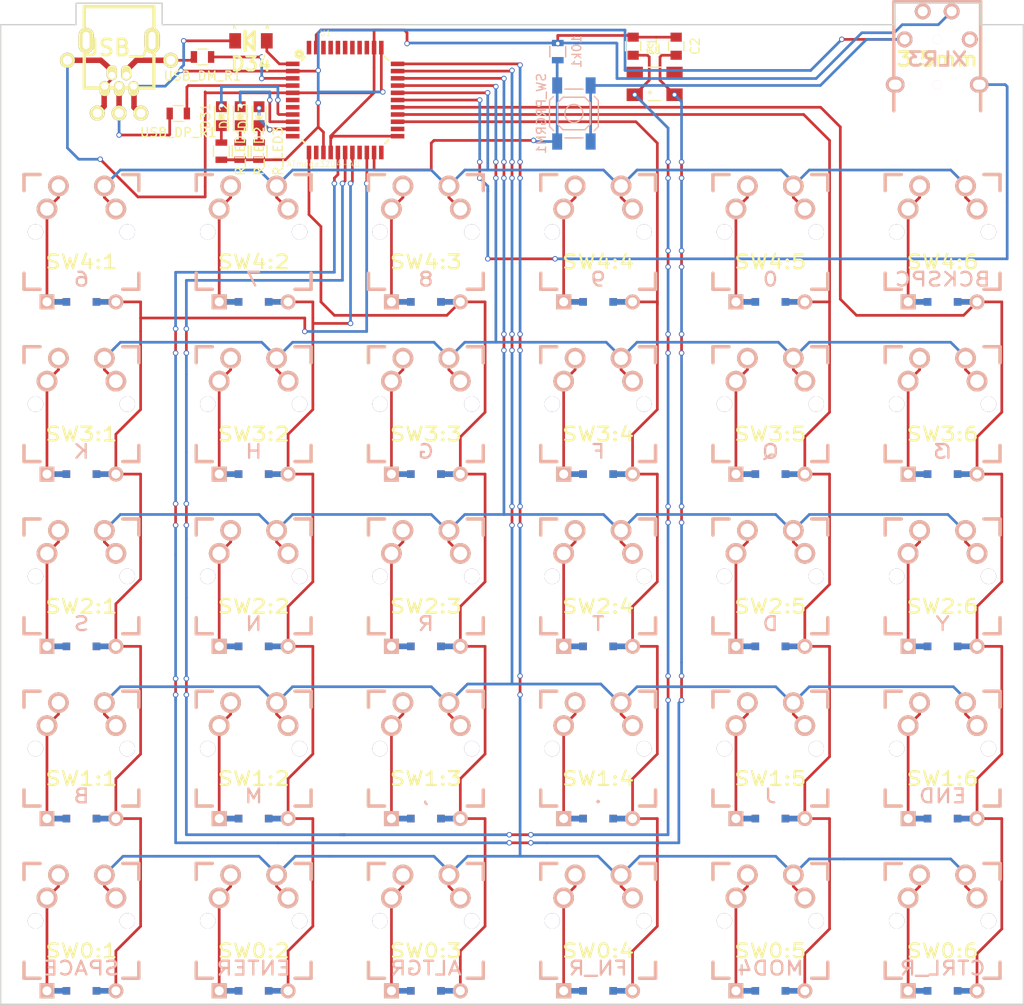
<source format=kicad_pcb>
(kicad_pcb (version 4) (host pcbnew 4.0.2-stable)
  (layers (0 F.Cu signal) (31 B.Cu signal) (34 B.Paste user) (35 F.Paste user) (36 B.SilkS user) (37 F.SilkS user) (38 B.Mask user) (39 F.Mask user) (44 Edge.Cuts user))
  (net 0 "")
  (net 1 /DATA)
  (net 2 "Net-(P1-Pad2)")
  (net 3 "Net-(P1-Pad3)")
  (net 4 /ROW0)
  (net 5 /ROW1)
  (net 6 /ROW2)
  (net 7 /ROW3)
  (net 8 /ROW4)
  (net 9 "Net-(D5-Pad2)")
  (net 10 "Net-(D10-Pad2)")
  (net 11 "Net-(D15-Pad2)")
  (net 12 "Net-(D20-Pad2)")
  (net 13 "Net-(D25-Pad2)")
  (net 14 "Net-(D30-Pad2)")
  (net 15 "Net-(D4-Pad2)")
  (net 16 "Net-(D9-Pad2)")
  (net 17 "Net-(D14-Pad2)")
  (net 18 "Net-(D19-Pad2)")
  (net 19 "Net-(D24-Pad2)")
  (net 20 "Net-(D29-Pad2)")
  (net 21 "Net-(D3-Pad2)")
  (net 22 "Net-(D8-Pad2)")
  (net 23 "Net-(D13-Pad2)")
  (net 24 "Net-(D18-Pad2)")
  (net 25 "Net-(D23-Pad2)")
  (net 26 "Net-(D28-Pad2)")
  (net 27 "Net-(D2-Pad2)")
  (net 28 "Net-(D7-Pad2)")
  (net 29 "Net-(D12-Pad2)")
  (net 30 "Net-(D17-Pad2)")
  (net 31 "Net-(D22-Pad2)")
  (net 32 "Net-(D27-Pad2)")
  (net 33 "Net-(D1-Pad2)")
  (net 34 "Net-(D6-Pad2)")
  (net 35 "Net-(D11-Pad2)")
  (net 36 "Net-(D16-Pad2)")
  (net 37 "Net-(D21-Pad2)")
  (net 38 "Net-(D26-Pad2)")
  (net 39 /COL2)
  (net 40 /COL5)
  (net 41 /COL0)
  (net 42 /COL1)
  (net 43 /COL3)
  (net 44 /COL4)
  (net 45 /USB_DM)
  (net 46 /USB_DP)
  (net 47 /PRGRM)
  (net 48 /UGND)
  (net 49 /UVCC)
  (net 50 /XTAL2)
  (net 51 /XTAL1)
  (net 52 "Net-(D31-Pad1)")
  (net 53 "Net-(D32-Pad1)")
  (net 54 "Net-(D33-Pad1)")
  (net 55 /LED1)
  (net 56 /LED2)
  (net 57 /LED3)
  (net 58 /P1)
  (module footprint:4pin35mmAudio (layer B.Cu) (at 126.504161 35.123729 90)
    (fp_text reference K1 hide)
    (fp_text value XLR3 (at 5.715 0 360) (layer B.SilkS) (effects (font (size 1.524 1.778) (thickness 0.3048)) (justify mirror)))
    (fp_text user 3.5mm (at 5.715 0 360) (layer F.SilkS) (effects (font (size 1.524 1.778) (thickness 0.3048))))
    (pad 1 thru_hole oval (at 2.8956 4.6482 90) (size 1.7526 2.0574) (drill oval 1.0922 1.397) (layers *.Cu *.Mask B.SilkS) (net 1 /DATA))
    (pad 2 thru_hole circle (at 7.8994 -3.6068 90) (size 1.7526 1.7526) (drill 1.0922) (layers *.Cu *.Mask B.SilkS) (net 49 /UVCC))
    (pad 3 thru_hole circle (at 10.9982 1.6002 90) (size 1.7526 1.7526) (drill 1.0922) (layers *.Cu *.Mask B.SilkS) (net 48 /UGND))
    (pad 4 thru_hole oval (at 2.8956 -4.6482 90) (size 1.7526 2.0574) (drill oval 1.0922 1.397) (layers *.Cu *.Mask B.SilkS))
    (pad 5 thru_hole circle (at 10.9982 -1.6002 90) (size 1.7526 1.7526) (drill 1.0922) (layers *.Cu *.Mask B.SilkS))
    (pad 6 thru_hole circle (at 7.8994 3.6068 90) (size 1.7526 1.7526) (drill 1.0922) (layers *.Cu *.Mask B.SilkS))
    (pad HOLE np_thru_hole circle (at 2.8956 0 90) (size 0.9906 0.9906) (drill 0.9906) (layers *.Cu *.Mask B.SilkS))
    (pad HOLE np_thru_hole circle (at 7.8994 0 90) (size 0.9906 0.9906) (drill 0.9906) (layers *.Cu *.Mask B.SilkS))
  )
  (module footprint:USBMINImod (layer F.Cu) (at 36.016661 25.598729 270)
    (fp_text reference P1 hide)
    (fp_text value USB_A (at 2.54 0 360) (layer F.SilkS) (effects (font (size 1.778 1.778) (thickness 0.3048))))
    (fp_line (start 9.779 2.413) (end 9.017 1.651) (layer F.Cu) (width 0.6096))
    (fp_line (start 9.017 1.651) (end 7.493 1.651) (layer F.Cu) (width 0.6096))
    (fp_line (start 9.779 -2.413) (end 9.144 -1.651) (layer F.Cu) (width 0.6096))
    (fp_line (start 9.144 -1.651) (end 7.493 -1.651) (layer F.Cu) (width 0.6096))
    (fp_line (start 7.493 0) (end 9.779 0) (layer F.Cu) (width 0.6096))
    (fp_line (start 4.953 0.889) (end 3.937 2.032) (layer F.Cu) (width 0.6096))
    (fp_line (start 3.937 2.032) (end 3.937 5.715) (layer F.Cu) (width 0.6096))
    (fp_line (start 4.953 -0.889) (end 3.937 -1.905) (layer F.Cu) (width 0.6096))
    (fp_line (start 3.937 -1.905) (end 3.937 -5.715) (layer F.Cu) (width 0.6096))
    (pad 1 thru_hole oval (at 6.79958 -1.6002 270) (size 1.651 1.143) (drill 0.762 (offset 0.27432 0)) (layers *.Cu *.Mask F.SilkS) (net 49 /UVCC))
    (pad 2 thru_hole oval (at 5.6007 -0.8001 270) (size 1.651 1.143) (drill 0.762 (offset -0.27432 0)) (layers *.Cu *.Mask F.SilkS) (net 2 "Net-(P1-Pad2)"))
    (pad 3 thru_hole oval (at 6.79958 0 270) (size 1.651 1.143) (drill 0.762 (offset 0.27432 0)) (layers *.Cu *.Mask F.SilkS) (net 3 "Net-(P1-Pad3)"))
    (pad 4 thru_hole oval (at 5.6007 0.8001 270) (size 1.651 1.143) (drill 0.762 (offset -0.27432 0)) (layers *.Cu *.Mask F.SilkS) (net 48 /UGND))
    (pad 5 thru_hole oval (at 6.79958 1.6002 270) (size 1.651 1.143) (drill 0.762 (offset 0.27432 0)) (layers *.Cu *.Mask F.SilkS) (net 48 /UGND))
    (pad 6 thru_hole oval (at 1.75006 3.64744 270) (size 2.794 1.7018) (drill oval 1.905 0.762) (layers *.Cu *.Mask F.SilkS))
    (pad 6 thru_hole oval (at 1.75006 -3.64744 270) (size 2.794 1.7018) (drill oval 1.905 0.762) (layers *.Cu *.Mask F.SilkS))
    (pad 1 thru_hole circle (at 9.779 -2.413 270) (size 1.651 1.651) (drill 0.9906) (layers *.Cu *.Mask F.SilkS) (net 49 /UVCC))
    (pad 2 thru_hole circle (at 3.937 -5.715 270) (size 1.651 1.651) (drill 0.9906) (layers *.Cu *.Mask F.SilkS) (net 2 "Net-(P1-Pad2)"))
    (pad 3 thru_hole circle (at 9.779 0 270) (size 1.651 1.651) (drill 0.9906) (layers *.Cu *.Mask F.SilkS) (net 3 "Net-(P1-Pad3)"))
    (pad 4 thru_hole circle (at 3.937 5.715 270) (size 1.651 1.651) (drill 0.9906) (layers *.Cu *.Mask F.SilkS) (net 48 /UGND))
    (pad 5 thru_hole circle (at 9.779 2.413 270) (size 1.651 1.651) (drill 0.9906) (layers *.Cu *.Mask F.SilkS) (net 48 /UGND))
  )
  (module ATMEGA32U4-AU:TQFP44 (layer F.Cu) (at 61.019791 33.932957)
    (fp_text reference U1 (at -2.1844 -7.3914) (layer F.SilkS) (effects (font (size 0.64 0.64) (thickness 0.05))))
    (fp_text value ATmega32U4-AU (at -2.413 7.0787) (layer F.SilkS) (effects (font (size 0.64 0.64) (thickness 0.05))))
    (pad 1 smd rect (at -5.8 -4) (size 1.5 0.5) (layers F.Cu F.Paste F.Mask) (net 58 /P1))
    (pad 2 smd rect (at -5.8 -3.2) (size 1.5 0.5) (layers F.Cu F.Paste F.Mask) (net 49 /UVCC))
    (pad 3 smd rect (at -5.8 -2.4) (size 1.5 0.5) (layers F.Cu F.Paste F.Mask) (net 45 /USB_DM))
    (pad 4 smd rect (at -5.8 -1.6) (size 1.5 0.5) (layers F.Cu F.Paste F.Mask) (net 46 /USB_DP))
    (pad 5 smd rect (at -5.8 -0.8) (size 1.5 0.5) (layers F.Cu F.Paste F.Mask) (net 48 /UGND))
    (pad 6 smd rect (at -5.8 0) (size 1.5 0.5) (layers F.Cu F.Paste F.Mask))
    (pad 7 smd rect (at -5.8 0.8) (size 1.5 0.5) (layers F.Cu F.Paste F.Mask))
    (pad 8 smd rect (at -5.8 1.6) (size 1.5 0.5) (layers F.Cu F.Paste F.Mask) (net 55 /LED1))
    (pad 9 smd rect (at -5.8 2.4) (size 1.5 0.5) (layers F.Cu F.Paste F.Mask) (net 56 /LED2))
    (pad 10 smd rect (at -5.8 3.2) (size 1.5 0.5) (layers F.Cu F.Paste F.Mask) (net 57 /LED3))
    (pad 11 smd rect (at -5.8 4) (size 1.5 0.5) (layers F.Cu F.Paste F.Mask))
    (pad 12 smd rect (at -4 5.8) (size 0.5 1.5) (layers F.Cu F.Paste F.Mask) (net 39 /COL2))
    (pad 13 smd rect (at -3.2 5.8) (size 0.5 1.5) (layers F.Cu F.Paste F.Mask))
    (pad 14 smd rect (at -2.4 5.8) (size 0.5 1.5) (layers F.Cu F.Paste F.Mask) (net 49 /UVCC))
    (pad 15 smd rect (at -1.6 5.8) (size 0.5 1.5) (layers F.Cu F.Paste F.Mask) (net 48 /UGND))
    (pad 16 smd rect (at -0.8 5.8) (size 0.5 1.5) (layers F.Cu F.Paste F.Mask) (net 50 /XTAL2))
    (pad 17 smd rect (at 0 5.8) (size 0.5 1.5) (layers F.Cu F.Paste F.Mask) (net 51 /XTAL1))
    (pad 18 smd rect (at 0.8 5.8) (size 0.5 1.5) (layers F.Cu F.Paste F.Mask) (net 42 /COL1))
    (pad 19 smd rect (at 1.6 5.8) (size 0.5 1.5) (layers F.Cu F.Paste F.Mask))
    (pad 20 smd rect (at 2.4 5.8) (size 0.5 1.5) (layers F.Cu F.Paste F.Mask) (net 41 /COL0))
    (pad 21 smd rect (at 3.2 5.8) (size 0.5 1.5) (layers F.Cu F.Paste F.Mask) (net 47 /PRGRM))
    (pad 22 smd rect (at 4 5.8) (size 0.5 1.5) (layers F.Cu F.Paste F.Mask))
    (pad 23 smd rect (at 5.8 4) (size 1.5 0.5) (layers F.Cu F.Paste F.Mask) (net 48 /UGND))
    (pad 24 smd rect (at 5.8 3.2) (size 1.5 0.5) (layers F.Cu F.Paste F.Mask))
    (pad 25 smd rect (at 5.8 2.4) (size 1.5 0.5) (layers F.Cu F.Paste F.Mask) (net 43 /COL3))
    (pad 26 smd rect (at 5.8 1.6) (size 1.5 0.5) (layers F.Cu F.Paste F.Mask) (net 44 /COL4))
    (pad 27 smd rect (at 5.8 0.8) (size 1.5 0.5) (layers F.Cu F.Paste F.Mask) (net 40 /COL5))
    (pad 28 smd rect (at 5.8 0) (size 1.5 0.5) (layers F.Cu F.Paste F.Mask) (net 1 /DATA))
    (pad 29 smd rect (at 5.8 -0.8) (size 1.5 0.5) (layers F.Cu F.Paste F.Mask) (net 8 /ROW4))
    (pad 30 smd rect (at 5.8 -1.6) (size 1.5 0.5) (layers F.Cu F.Paste F.Mask) (net 7 /ROW3))
    (pad 31 smd rect (at 5.8 -2.4) (size 1.5 0.5) (layers F.Cu F.Paste F.Mask) (net 6 /ROW2))
    (pad 32 smd rect (at 5.8 -3.2) (size 1.5 0.5) (layers F.Cu F.Paste F.Mask) (net 5 /ROW1))
    (pad 33 smd rect (at 5.8 -4) (size 1.5 0.5) (layers F.Cu F.Paste F.Mask) (net 4 /ROW0))
    (pad 34 smd rect (at 4 -5.8) (size 0.5 1.5) (layers F.Cu F.Paste F.Mask) (net 49 /UVCC))
    (pad 35 smd rect (at 3.2 -5.8) (size 0.5 1.5) (layers F.Cu F.Paste F.Mask) (net 48 /UGND))
    (pad 36 smd rect (at 2.4 -5.8) (size 0.5 1.5) (layers F.Cu F.Paste F.Mask))
    (pad 37 smd rect (at 1.6 -5.8) (size 0.5 1.5) (layers F.Cu F.Paste F.Mask))
    (pad 38 smd rect (at 0.8 -5.8) (size 0.5 1.5) (layers F.Cu F.Paste F.Mask))
    (pad 39 smd rect (at 0 -5.8) (size 0.5 1.5) (layers F.Cu F.Paste F.Mask))
    (pad 40 smd rect (at -0.8 -5.8) (size 0.5 1.5) (layers F.Cu F.Paste F.Mask))
    (pad 41 smd rect (at -1.6 -5.8) (size 0.5 1.5) (layers F.Cu F.Paste F.Mask))
    (pad 42 smd rect (at -2.4 -5.8) (size 0.5 1.5) (layers F.Cu F.Paste F.Mask))
    (pad 43 smd rect (at -3.2 -5.8) (size 0.5 1.5) (layers F.Cu F.Paste F.Mask) (net 48 /UGND))
    (pad 44 smd rect (at -4 -5.8) (size 0.5 1.5) (layers F.Cu F.Paste F.Mask))
  )
  (module footprint:DIODE (layer F.Cu) (at 31.849354 56.257271 180)
    (fp_text reference D1 hide)
    (fp_text value D4:0 hide)
    (fp_line (start -3.81 0) (end -1.6637 0) (layer B.Cu) (width 0.6096))
    (fp_line (start 1.6637 0) (end 3.81 0) (layer B.Cu) (width 0.6096))
    (fp_line (start -3.81 0) (end -1.6637 0) (layer F.Cu) (width 0.6096))
    (fp_line (start 1.6637 0) (end 3.81 0) (layer F.Cu) (width 0.6096))
    (pad 1 thru_hole circle (at -3.81 0 180) (size 1.651 1.651) (drill 0.9906) (layers *.Cu *.SilkS *.Mask) (net 41 /COL0))
    (pad 99 smd rect (at -1.6637 0 180) (size 0.8382 0.8382) (layers F.Cu F.Paste F.Mask))
    (pad 99 smd rect (at -1.6637 0 180) (size 0.8382 0.8382) (layers B.Cu B.Paste B.Mask))
    (pad 2 thru_hole rect (at 3.81 0 180) (size 1.651 1.651) (drill 0.9906) (layers *.Cu *.SilkS *.Mask) (net 33 "Net-(D1-Pad2)"))
    (pad 99 smd rect (at 1.6637 0 180) (size 0.8382 0.8382) (layers F.Cu F.Paste F.Mask))
    (pad 99 smd rect (at 1.6637 0 180) (size 0.8382 0.8382) (layers B.Cu B.Paste B.Mask))
  )
  (module footprint:DIODE (layer F.Cu) (at 31.849354 75.307352 180)
    (fp_text reference D2 hide)
    (fp_text value D3:0 hide)
    (fp_line (start -3.81 0) (end -1.6637 0) (layer B.Cu) (width 0.6096))
    (fp_line (start 1.6637 0) (end 3.81 0) (layer B.Cu) (width 0.6096))
    (fp_line (start -3.81 0) (end -1.6637 0) (layer F.Cu) (width 0.6096))
    (fp_line (start 1.6637 0) (end 3.81 0) (layer F.Cu) (width 0.6096))
    (pad 1 thru_hole circle (at -3.81 0 180) (size 1.651 1.651) (drill 0.9906) (layers *.Cu *.SilkS *.Mask) (net 41 /COL0))
    (pad 99 smd rect (at -1.6637 0 180) (size 0.8382 0.8382) (layers F.Cu F.Paste F.Mask))
    (pad 99 smd rect (at -1.6637 0 180) (size 0.8382 0.8382) (layers B.Cu B.Paste B.Mask))
    (pad 2 thru_hole rect (at 3.81 0 180) (size 1.651 1.651) (drill 0.9906) (layers *.Cu *.SilkS *.Mask) (net 27 "Net-(D2-Pad2)"))
    (pad 99 smd rect (at 1.6637 0 180) (size 0.8382 0.8382) (layers F.Cu F.Paste F.Mask))
    (pad 99 smd rect (at 1.6637 0 180) (size 0.8382 0.8382) (layers B.Cu B.Paste B.Mask))
  )
  (module footprint:DIODE (layer F.Cu) (at 31.849354 94.357433 180)
    (fp_text reference D3 hide)
    (fp_text value D2:0 hide)
    (fp_line (start -3.81 0) (end -1.6637 0) (layer B.Cu) (width 0.6096))
    (fp_line (start 1.6637 0) (end 3.81 0) (layer B.Cu) (width 0.6096))
    (fp_line (start -3.81 0) (end -1.6637 0) (layer F.Cu) (width 0.6096))
    (fp_line (start 1.6637 0) (end 3.81 0) (layer F.Cu) (width 0.6096))
    (pad 1 thru_hole circle (at -3.81 0 180) (size 1.651 1.651) (drill 0.9906) (layers *.Cu *.SilkS *.Mask) (net 41 /COL0))
    (pad 99 smd rect (at -1.6637 0 180) (size 0.8382 0.8382) (layers F.Cu F.Paste F.Mask))
    (pad 99 smd rect (at -1.6637 0 180) (size 0.8382 0.8382) (layers B.Cu B.Paste B.Mask))
    (pad 2 thru_hole rect (at 3.81 0 180) (size 1.651 1.651) (drill 0.9906) (layers *.Cu *.SilkS *.Mask) (net 21 "Net-(D3-Pad2)"))
    (pad 99 smd rect (at 1.6637 0 180) (size 0.8382 0.8382) (layers F.Cu F.Paste F.Mask))
    (pad 99 smd rect (at 1.6637 0 180) (size 0.8382 0.8382) (layers B.Cu B.Paste B.Mask))
  )
  (module footprint:DIODE (layer F.Cu) (at 31.849354 113.407515 180)
    (fp_text reference D4 hide)
    (fp_text value D1:0 hide)
    (fp_line (start -3.81 0) (end -1.6637 0) (layer B.Cu) (width 0.6096))
    (fp_line (start 1.6637 0) (end 3.81 0) (layer B.Cu) (width 0.6096))
    (fp_line (start -3.81 0) (end -1.6637 0) (layer F.Cu) (width 0.6096))
    (fp_line (start 1.6637 0) (end 3.81 0) (layer F.Cu) (width 0.6096))
    (pad 1 thru_hole circle (at -3.81 0 180) (size 1.651 1.651) (drill 0.9906) (layers *.Cu *.SilkS *.Mask) (net 41 /COL0))
    (pad 99 smd rect (at -1.6637 0 180) (size 0.8382 0.8382) (layers F.Cu F.Paste F.Mask))
    (pad 99 smd rect (at -1.6637 0 180) (size 0.8382 0.8382) (layers B.Cu B.Paste B.Mask))
    (pad 2 thru_hole rect (at 3.81 0 180) (size 1.651 1.651) (drill 0.9906) (layers *.Cu *.SilkS *.Mask) (net 15 "Net-(D4-Pad2)"))
    (pad 99 smd rect (at 1.6637 0 180) (size 0.8382 0.8382) (layers F.Cu F.Paste F.Mask))
    (pad 99 smd rect (at 1.6637 0 180) (size 0.8382 0.8382) (layers B.Cu B.Paste B.Mask))
  )
  (module footprint:DIODE (layer F.Cu) (at 31.849354 132.457596 180)
    (fp_text reference D5 hide)
    (fp_text value D0:0 hide)
    (fp_line (start -3.81 0) (end -1.6637 0) (layer B.Cu) (width 0.6096))
    (fp_line (start 1.6637 0) (end 3.81 0) (layer B.Cu) (width 0.6096))
    (fp_line (start -3.81 0) (end -1.6637 0) (layer F.Cu) (width 0.6096))
    (fp_line (start 1.6637 0) (end 3.81 0) (layer F.Cu) (width 0.6096))
    (pad 1 thru_hole circle (at -3.81 0 180) (size 1.651 1.651) (drill 0.9906) (layers *.Cu *.SilkS *.Mask) (net 41 /COL0))
    (pad 99 smd rect (at -1.6637 0 180) (size 0.8382 0.8382) (layers F.Cu F.Paste F.Mask))
    (pad 99 smd rect (at -1.6637 0 180) (size 0.8382 0.8382) (layers B.Cu B.Paste B.Mask))
    (pad 2 thru_hole rect (at 3.81 0 180) (size 1.651 1.651) (drill 0.9906) (layers *.Cu *.SilkS *.Mask) (net 9 "Net-(D5-Pad2)"))
    (pad 99 smd rect (at 1.6637 0 180) (size 0.8382 0.8382) (layers F.Cu F.Paste F.Mask))
    (pad 99 smd rect (at 1.6637 0 180) (size 0.8382 0.8382) (layers B.Cu B.Paste B.Mask))
  )
  (module footprint:DIODE (layer F.Cu) (at 50.899435 56.257271 180)
    (fp_text reference D6 hide)
    (fp_text value D4:1 hide)
    (fp_line (start -3.81 0) (end -1.6637 0) (layer B.Cu) (width 0.6096))
    (fp_line (start 1.6637 0) (end 3.81 0) (layer B.Cu) (width 0.6096))
    (fp_line (start -3.81 0) (end -1.6637 0) (layer F.Cu) (width 0.6096))
    (fp_line (start 1.6637 0) (end 3.81 0) (layer F.Cu) (width 0.6096))
    (pad 1 thru_hole circle (at -3.81 0 180) (size 1.651 1.651) (drill 0.9906) (layers *.Cu *.SilkS *.Mask) (net 42 /COL1))
    (pad 99 smd rect (at -1.6637 0 180) (size 0.8382 0.8382) (layers F.Cu F.Paste F.Mask))
    (pad 99 smd rect (at -1.6637 0 180) (size 0.8382 0.8382) (layers B.Cu B.Paste B.Mask))
    (pad 2 thru_hole rect (at 3.81 0 180) (size 1.651 1.651) (drill 0.9906) (layers *.Cu *.SilkS *.Mask) (net 34 "Net-(D6-Pad2)"))
    (pad 99 smd rect (at 1.6637 0 180) (size 0.8382 0.8382) (layers F.Cu F.Paste F.Mask))
    (pad 99 smd rect (at 1.6637 0 180) (size 0.8382 0.8382) (layers B.Cu B.Paste B.Mask))
  )
  (module footprint:DIODE (layer F.Cu) (at 50.899435 75.307352 180)
    (fp_text reference D7 hide)
    (fp_text value D3:1 hide)
    (fp_line (start -3.81 0) (end -1.6637 0) (layer B.Cu) (width 0.6096))
    (fp_line (start 1.6637 0) (end 3.81 0) (layer B.Cu) (width 0.6096))
    (fp_line (start -3.81 0) (end -1.6637 0) (layer F.Cu) (width 0.6096))
    (fp_line (start 1.6637 0) (end 3.81 0) (layer F.Cu) (width 0.6096))
    (pad 1 thru_hole circle (at -3.81 0 180) (size 1.651 1.651) (drill 0.9906) (layers *.Cu *.SilkS *.Mask) (net 42 /COL1))
    (pad 99 smd rect (at -1.6637 0 180) (size 0.8382 0.8382) (layers F.Cu F.Paste F.Mask))
    (pad 99 smd rect (at -1.6637 0 180) (size 0.8382 0.8382) (layers B.Cu B.Paste B.Mask))
    (pad 2 thru_hole rect (at 3.81 0 180) (size 1.651 1.651) (drill 0.9906) (layers *.Cu *.SilkS *.Mask) (net 28 "Net-(D7-Pad2)"))
    (pad 99 smd rect (at 1.6637 0 180) (size 0.8382 0.8382) (layers F.Cu F.Paste F.Mask))
    (pad 99 smd rect (at 1.6637 0 180) (size 0.8382 0.8382) (layers B.Cu B.Paste B.Mask))
  )
  (module footprint:DIODE (layer F.Cu) (at 50.899435 94.357433 180)
    (fp_text reference D8 hide)
    (fp_text value D2:1 hide)
    (fp_line (start -3.81 0) (end -1.6637 0) (layer B.Cu) (width 0.6096))
    (fp_line (start 1.6637 0) (end 3.81 0) (layer B.Cu) (width 0.6096))
    (fp_line (start -3.81 0) (end -1.6637 0) (layer F.Cu) (width 0.6096))
    (fp_line (start 1.6637 0) (end 3.81 0) (layer F.Cu) (width 0.6096))
    (pad 1 thru_hole circle (at -3.81 0 180) (size 1.651 1.651) (drill 0.9906) (layers *.Cu *.SilkS *.Mask) (net 42 /COL1))
    (pad 99 smd rect (at -1.6637 0 180) (size 0.8382 0.8382) (layers F.Cu F.Paste F.Mask))
    (pad 99 smd rect (at -1.6637 0 180) (size 0.8382 0.8382) (layers B.Cu B.Paste B.Mask))
    (pad 2 thru_hole rect (at 3.81 0 180) (size 1.651 1.651) (drill 0.9906) (layers *.Cu *.SilkS *.Mask) (net 22 "Net-(D8-Pad2)"))
    (pad 99 smd rect (at 1.6637 0 180) (size 0.8382 0.8382) (layers F.Cu F.Paste F.Mask))
    (pad 99 smd rect (at 1.6637 0 180) (size 0.8382 0.8382) (layers B.Cu B.Paste B.Mask))
  )
  (module footprint:DIODE (layer F.Cu) (at 50.899435 113.407515 180)
    (fp_text reference D9 hide)
    (fp_text value D1:1 hide)
    (fp_line (start -3.81 0) (end -1.6637 0) (layer B.Cu) (width 0.6096))
    (fp_line (start 1.6637 0) (end 3.81 0) (layer B.Cu) (width 0.6096))
    (fp_line (start -3.81 0) (end -1.6637 0) (layer F.Cu) (width 0.6096))
    (fp_line (start 1.6637 0) (end 3.81 0) (layer F.Cu) (width 0.6096))
    (pad 1 thru_hole circle (at -3.81 0 180) (size 1.651 1.651) (drill 0.9906) (layers *.Cu *.SilkS *.Mask) (net 42 /COL1))
    (pad 99 smd rect (at -1.6637 0 180) (size 0.8382 0.8382) (layers F.Cu F.Paste F.Mask))
    (pad 99 smd rect (at -1.6637 0 180) (size 0.8382 0.8382) (layers B.Cu B.Paste B.Mask))
    (pad 2 thru_hole rect (at 3.81 0 180) (size 1.651 1.651) (drill 0.9906) (layers *.Cu *.SilkS *.Mask) (net 16 "Net-(D9-Pad2)"))
    (pad 99 smd rect (at 1.6637 0 180) (size 0.8382 0.8382) (layers F.Cu F.Paste F.Mask))
    (pad 99 smd rect (at 1.6637 0 180) (size 0.8382 0.8382) (layers B.Cu B.Paste B.Mask))
  )
  (module footprint:DIODE (layer F.Cu) (at 50.899435 132.457596 180)
    (fp_text reference D10 hide)
    (fp_text value D0:1 hide)
    (fp_line (start -3.81 0) (end -1.6637 0) (layer B.Cu) (width 0.6096))
    (fp_line (start 1.6637 0) (end 3.81 0) (layer B.Cu) (width 0.6096))
    (fp_line (start -3.81 0) (end -1.6637 0) (layer F.Cu) (width 0.6096))
    (fp_line (start 1.6637 0) (end 3.81 0) (layer F.Cu) (width 0.6096))
    (pad 1 thru_hole circle (at -3.81 0 180) (size 1.651 1.651) (drill 0.9906) (layers *.Cu *.SilkS *.Mask) (net 42 /COL1))
    (pad 99 smd rect (at -1.6637 0 180) (size 0.8382 0.8382) (layers F.Cu F.Paste F.Mask))
    (pad 99 smd rect (at -1.6637 0 180) (size 0.8382 0.8382) (layers B.Cu B.Paste B.Mask))
    (pad 2 thru_hole rect (at 3.81 0 180) (size 1.651 1.651) (drill 0.9906) (layers *.Cu *.SilkS *.Mask) (net 10 "Net-(D10-Pad2)"))
    (pad 99 smd rect (at 1.6637 0 180) (size 0.8382 0.8382) (layers F.Cu F.Paste F.Mask))
    (pad 99 smd rect (at 1.6637 0 180) (size 0.8382 0.8382) (layers B.Cu B.Paste B.Mask))
  )
  (module footprint:DIODE (layer F.Cu) (at 69.949517 56.257271 180)
    (fp_text reference D11 hide)
    (fp_text value D4:2 hide)
    (fp_line (start -3.81 0) (end -1.6637 0) (layer B.Cu) (width 0.6096))
    (fp_line (start 1.6637 0) (end 3.81 0) (layer B.Cu) (width 0.6096))
    (fp_line (start -3.81 0) (end -1.6637 0) (layer F.Cu) (width 0.6096))
    (fp_line (start 1.6637 0) (end 3.81 0) (layer F.Cu) (width 0.6096))
    (pad 1 thru_hole circle (at -3.81 0 180) (size 1.651 1.651) (drill 0.9906) (layers *.Cu *.SilkS *.Mask) (net 39 /COL2))
    (pad 99 smd rect (at -1.6637 0 180) (size 0.8382 0.8382) (layers F.Cu F.Paste F.Mask))
    (pad 99 smd rect (at -1.6637 0 180) (size 0.8382 0.8382) (layers B.Cu B.Paste B.Mask))
    (pad 2 thru_hole rect (at 3.81 0 180) (size 1.651 1.651) (drill 0.9906) (layers *.Cu *.SilkS *.Mask) (net 35 "Net-(D11-Pad2)"))
    (pad 99 smd rect (at 1.6637 0 180) (size 0.8382 0.8382) (layers F.Cu F.Paste F.Mask))
    (pad 99 smd rect (at 1.6637 0 180) (size 0.8382 0.8382) (layers B.Cu B.Paste B.Mask))
  )
  (module footprint:DIODE (layer F.Cu) (at 69.949517 75.307352 180)
    (fp_text reference D12 hide)
    (fp_text value D3:2 hide)
    (fp_line (start -3.81 0) (end -1.6637 0) (layer B.Cu) (width 0.6096))
    (fp_line (start 1.6637 0) (end 3.81 0) (layer B.Cu) (width 0.6096))
    (fp_line (start -3.81 0) (end -1.6637 0) (layer F.Cu) (width 0.6096))
    (fp_line (start 1.6637 0) (end 3.81 0) (layer F.Cu) (width 0.6096))
    (pad 1 thru_hole circle (at -3.81 0 180) (size 1.651 1.651) (drill 0.9906) (layers *.Cu *.SilkS *.Mask) (net 39 /COL2))
    (pad 99 smd rect (at -1.6637 0 180) (size 0.8382 0.8382) (layers F.Cu F.Paste F.Mask))
    (pad 99 smd rect (at -1.6637 0 180) (size 0.8382 0.8382) (layers B.Cu B.Paste B.Mask))
    (pad 2 thru_hole rect (at 3.81 0 180) (size 1.651 1.651) (drill 0.9906) (layers *.Cu *.SilkS *.Mask) (net 29 "Net-(D12-Pad2)"))
    (pad 99 smd rect (at 1.6637 0 180) (size 0.8382 0.8382) (layers F.Cu F.Paste F.Mask))
    (pad 99 smd rect (at 1.6637 0 180) (size 0.8382 0.8382) (layers B.Cu B.Paste B.Mask))
  )
  (module footprint:DIODE (layer F.Cu) (at 69.949517 94.357433 180)
    (fp_text reference D13 hide)
    (fp_text value D2:2 hide)
    (fp_line (start -3.81 0) (end -1.6637 0) (layer B.Cu) (width 0.6096))
    (fp_line (start 1.6637 0) (end 3.81 0) (layer B.Cu) (width 0.6096))
    (fp_line (start -3.81 0) (end -1.6637 0) (layer F.Cu) (width 0.6096))
    (fp_line (start 1.6637 0) (end 3.81 0) (layer F.Cu) (width 0.6096))
    (pad 1 thru_hole circle (at -3.81 0 180) (size 1.651 1.651) (drill 0.9906) (layers *.Cu *.SilkS *.Mask) (net 39 /COL2))
    (pad 99 smd rect (at -1.6637 0 180) (size 0.8382 0.8382) (layers F.Cu F.Paste F.Mask))
    (pad 99 smd rect (at -1.6637 0 180) (size 0.8382 0.8382) (layers B.Cu B.Paste B.Mask))
    (pad 2 thru_hole rect (at 3.81 0 180) (size 1.651 1.651) (drill 0.9906) (layers *.Cu *.SilkS *.Mask) (net 23 "Net-(D13-Pad2)"))
    (pad 99 smd rect (at 1.6637 0 180) (size 0.8382 0.8382) (layers F.Cu F.Paste F.Mask))
    (pad 99 smd rect (at 1.6637 0 180) (size 0.8382 0.8382) (layers B.Cu B.Paste B.Mask))
  )
  (module footprint:DIODE (layer F.Cu) (at 69.949517 113.407515 180)
    (fp_text reference D14 hide)
    (fp_text value D1:2 hide)
    (fp_line (start -3.81 0) (end -1.6637 0) (layer B.Cu) (width 0.6096))
    (fp_line (start 1.6637 0) (end 3.81 0) (layer B.Cu) (width 0.6096))
    (fp_line (start -3.81 0) (end -1.6637 0) (layer F.Cu) (width 0.6096))
    (fp_line (start 1.6637 0) (end 3.81 0) (layer F.Cu) (width 0.6096))
    (pad 1 thru_hole circle (at -3.81 0 180) (size 1.651 1.651) (drill 0.9906) (layers *.Cu *.SilkS *.Mask) (net 39 /COL2))
    (pad 99 smd rect (at -1.6637 0 180) (size 0.8382 0.8382) (layers F.Cu F.Paste F.Mask))
    (pad 99 smd rect (at -1.6637 0 180) (size 0.8382 0.8382) (layers B.Cu B.Paste B.Mask))
    (pad 2 thru_hole rect (at 3.81 0 180) (size 1.651 1.651) (drill 0.9906) (layers *.Cu *.SilkS *.Mask) (net 17 "Net-(D14-Pad2)"))
    (pad 99 smd rect (at 1.6637 0 180) (size 0.8382 0.8382) (layers F.Cu F.Paste F.Mask))
    (pad 99 smd rect (at 1.6637 0 180) (size 0.8382 0.8382) (layers B.Cu B.Paste B.Mask))
  )
  (module footprint:DIODE (layer F.Cu) (at 69.949517 132.457596 180)
    (fp_text reference D15 hide)
    (fp_text value D0:2 hide)
    (fp_line (start -3.81 0) (end -1.6637 0) (layer B.Cu) (width 0.6096))
    (fp_line (start 1.6637 0) (end 3.81 0) (layer B.Cu) (width 0.6096))
    (fp_line (start -3.81 0) (end -1.6637 0) (layer F.Cu) (width 0.6096))
    (fp_line (start 1.6637 0) (end 3.81 0) (layer F.Cu) (width 0.6096))
    (pad 1 thru_hole circle (at -3.81 0 180) (size 1.651 1.651) (drill 0.9906) (layers *.Cu *.SilkS *.Mask) (net 39 /COL2))
    (pad 99 smd rect (at -1.6637 0 180) (size 0.8382 0.8382) (layers F.Cu F.Paste F.Mask))
    (pad 99 smd rect (at -1.6637 0 180) (size 0.8382 0.8382) (layers B.Cu B.Paste B.Mask))
    (pad 2 thru_hole rect (at 3.81 0 180) (size 1.651 1.651) (drill 0.9906) (layers *.Cu *.SilkS *.Mask) (net 11 "Net-(D15-Pad2)"))
    (pad 99 smd rect (at 1.6637 0 180) (size 0.8382 0.8382) (layers F.Cu F.Paste F.Mask))
    (pad 99 smd rect (at 1.6637 0 180) (size 0.8382 0.8382) (layers B.Cu B.Paste B.Mask))
  )
  (module footprint:DIODE (layer F.Cu) (at 88.999598 56.257271 180)
    (fp_text reference D16 hide)
    (fp_text value D4:3 hide)
    (fp_line (start -3.81 0) (end -1.6637 0) (layer B.Cu) (width 0.6096))
    (fp_line (start 1.6637 0) (end 3.81 0) (layer B.Cu) (width 0.6096))
    (fp_line (start -3.81 0) (end -1.6637 0) (layer F.Cu) (width 0.6096))
    (fp_line (start 1.6637 0) (end 3.81 0) (layer F.Cu) (width 0.6096))
    (pad 1 thru_hole circle (at -3.81 0 180) (size 1.651 1.651) (drill 0.9906) (layers *.Cu *.SilkS *.Mask) (net 43 /COL3))
    (pad 99 smd rect (at -1.6637 0 180) (size 0.8382 0.8382) (layers F.Cu F.Paste F.Mask))
    (pad 99 smd rect (at -1.6637 0 180) (size 0.8382 0.8382) (layers B.Cu B.Paste B.Mask))
    (pad 2 thru_hole rect (at 3.81 0 180) (size 1.651 1.651) (drill 0.9906) (layers *.Cu *.SilkS *.Mask) (net 36 "Net-(D16-Pad2)"))
    (pad 99 smd rect (at 1.6637 0 180) (size 0.8382 0.8382) (layers F.Cu F.Paste F.Mask))
    (pad 99 smd rect (at 1.6637 0 180) (size 0.8382 0.8382) (layers B.Cu B.Paste B.Mask))
  )
  (module footprint:DIODE (layer F.Cu) (at 88.999598 75.307352 180)
    (fp_text reference D17 hide)
    (fp_text value D3:3 hide)
    (fp_line (start -3.81 0) (end -1.6637 0) (layer B.Cu) (width 0.6096))
    (fp_line (start 1.6637 0) (end 3.81 0) (layer B.Cu) (width 0.6096))
    (fp_line (start -3.81 0) (end -1.6637 0) (layer F.Cu) (width 0.6096))
    (fp_line (start 1.6637 0) (end 3.81 0) (layer F.Cu) (width 0.6096))
    (pad 1 thru_hole circle (at -3.81 0 180) (size 1.651 1.651) (drill 0.9906) (layers *.Cu *.SilkS *.Mask) (net 43 /COL3))
    (pad 99 smd rect (at -1.6637 0 180) (size 0.8382 0.8382) (layers F.Cu F.Paste F.Mask))
    (pad 99 smd rect (at -1.6637 0 180) (size 0.8382 0.8382) (layers B.Cu B.Paste B.Mask))
    (pad 2 thru_hole rect (at 3.81 0 180) (size 1.651 1.651) (drill 0.9906) (layers *.Cu *.SilkS *.Mask) (net 30 "Net-(D17-Pad2)"))
    (pad 99 smd rect (at 1.6637 0 180) (size 0.8382 0.8382) (layers F.Cu F.Paste F.Mask))
    (pad 99 smd rect (at 1.6637 0 180) (size 0.8382 0.8382) (layers B.Cu B.Paste B.Mask))
  )
  (module footprint:DIODE (layer F.Cu) (at 88.999598 94.357433 180)
    (fp_text reference D18 hide)
    (fp_text value D2:3 hide)
    (fp_line (start -3.81 0) (end -1.6637 0) (layer B.Cu) (width 0.6096))
    (fp_line (start 1.6637 0) (end 3.81 0) (layer B.Cu) (width 0.6096))
    (fp_line (start -3.81 0) (end -1.6637 0) (layer F.Cu) (width 0.6096))
    (fp_line (start 1.6637 0) (end 3.81 0) (layer F.Cu) (width 0.6096))
    (pad 1 thru_hole circle (at -3.81 0 180) (size 1.651 1.651) (drill 0.9906) (layers *.Cu *.SilkS *.Mask) (net 43 /COL3))
    (pad 99 smd rect (at -1.6637 0 180) (size 0.8382 0.8382) (layers F.Cu F.Paste F.Mask))
    (pad 99 smd rect (at -1.6637 0 180) (size 0.8382 0.8382) (layers B.Cu B.Paste B.Mask))
    (pad 2 thru_hole rect (at 3.81 0 180) (size 1.651 1.651) (drill 0.9906) (layers *.Cu *.SilkS *.Mask) (net 24 "Net-(D18-Pad2)"))
    (pad 99 smd rect (at 1.6637 0 180) (size 0.8382 0.8382) (layers F.Cu F.Paste F.Mask))
    (pad 99 smd rect (at 1.6637 0 180) (size 0.8382 0.8382) (layers B.Cu B.Paste B.Mask))
  )
  (module footprint:DIODE (layer F.Cu) (at 88.999598 113.407515 180)
    (fp_text reference D19 hide)
    (fp_text value D1:3 hide)
    (fp_line (start -3.81 0) (end -1.6637 0) (layer B.Cu) (width 0.6096))
    (fp_line (start 1.6637 0) (end 3.81 0) (layer B.Cu) (width 0.6096))
    (fp_line (start -3.81 0) (end -1.6637 0) (layer F.Cu) (width 0.6096))
    (fp_line (start 1.6637 0) (end 3.81 0) (layer F.Cu) (width 0.6096))
    (pad 1 thru_hole circle (at -3.81 0 180) (size 1.651 1.651) (drill 0.9906) (layers *.Cu *.SilkS *.Mask) (net 43 /COL3))
    (pad 99 smd rect (at -1.6637 0 180) (size 0.8382 0.8382) (layers F.Cu F.Paste F.Mask))
    (pad 99 smd rect (at -1.6637 0 180) (size 0.8382 0.8382) (layers B.Cu B.Paste B.Mask))
    (pad 2 thru_hole rect (at 3.81 0 180) (size 1.651 1.651) (drill 0.9906) (layers *.Cu *.SilkS *.Mask) (net 18 "Net-(D19-Pad2)"))
    (pad 99 smd rect (at 1.6637 0 180) (size 0.8382 0.8382) (layers F.Cu F.Paste F.Mask))
    (pad 99 smd rect (at 1.6637 0 180) (size 0.8382 0.8382) (layers B.Cu B.Paste B.Mask))
  )
  (module footprint:DIODE (layer F.Cu) (at 88.999598 132.457596 180)
    (fp_text reference D20 hide)
    (fp_text value D0:3 hide)
    (fp_line (start -3.81 0) (end -1.6637 0) (layer B.Cu) (width 0.6096))
    (fp_line (start 1.6637 0) (end 3.81 0) (layer B.Cu) (width 0.6096))
    (fp_line (start -3.81 0) (end -1.6637 0) (layer F.Cu) (width 0.6096))
    (fp_line (start 1.6637 0) (end 3.81 0) (layer F.Cu) (width 0.6096))
    (pad 1 thru_hole circle (at -3.81 0 180) (size 1.651 1.651) (drill 0.9906) (layers *.Cu *.SilkS *.Mask) (net 43 /COL3))
    (pad 99 smd rect (at -1.6637 0 180) (size 0.8382 0.8382) (layers F.Cu F.Paste F.Mask))
    (pad 99 smd rect (at -1.6637 0 180) (size 0.8382 0.8382) (layers B.Cu B.Paste B.Mask))
    (pad 2 thru_hole rect (at 3.81 0 180) (size 1.651 1.651) (drill 0.9906) (layers *.Cu *.SilkS *.Mask) (net 12 "Net-(D20-Pad2)"))
    (pad 99 smd rect (at 1.6637 0 180) (size 0.8382 0.8382) (layers F.Cu F.Paste F.Mask))
    (pad 99 smd rect (at 1.6637 0 180) (size 0.8382 0.8382) (layers B.Cu B.Paste B.Mask))
  )
  (module footprint:DIODE (layer F.Cu) (at 108.049679 56.257271 180)
    (fp_text reference D21 hide)
    (fp_text value D4:4 hide)
    (fp_line (start -3.81 0) (end -1.6637 0) (layer B.Cu) (width 0.6096))
    (fp_line (start 1.6637 0) (end 3.81 0) (layer B.Cu) (width 0.6096))
    (fp_line (start -3.81 0) (end -1.6637 0) (layer F.Cu) (width 0.6096))
    (fp_line (start 1.6637 0) (end 3.81 0) (layer F.Cu) (width 0.6096))
    (pad 1 thru_hole circle (at -3.81 0 180) (size 1.651 1.651) (drill 0.9906) (layers *.Cu *.SilkS *.Mask) (net 44 /COL4))
    (pad 99 smd rect (at -1.6637 0 180) (size 0.8382 0.8382) (layers F.Cu F.Paste F.Mask))
    (pad 99 smd rect (at -1.6637 0 180) (size 0.8382 0.8382) (layers B.Cu B.Paste B.Mask))
    (pad 2 thru_hole rect (at 3.81 0 180) (size 1.651 1.651) (drill 0.9906) (layers *.Cu *.SilkS *.Mask) (net 37 "Net-(D21-Pad2)"))
    (pad 99 smd rect (at 1.6637 0 180) (size 0.8382 0.8382) (layers F.Cu F.Paste F.Mask))
    (pad 99 smd rect (at 1.6637 0 180) (size 0.8382 0.8382) (layers B.Cu B.Paste B.Mask))
  )
  (module footprint:DIODE (layer F.Cu) (at 108.049679 75.307352 180)
    (fp_text reference D22 hide)
    (fp_text value D3:4 hide)
    (fp_line (start -3.81 0) (end -1.6637 0) (layer B.Cu) (width 0.6096))
    (fp_line (start 1.6637 0) (end 3.81 0) (layer B.Cu) (width 0.6096))
    (fp_line (start -3.81 0) (end -1.6637 0) (layer F.Cu) (width 0.6096))
    (fp_line (start 1.6637 0) (end 3.81 0) (layer F.Cu) (width 0.6096))
    (pad 1 thru_hole circle (at -3.81 0 180) (size 1.651 1.651) (drill 0.9906) (layers *.Cu *.SilkS *.Mask) (net 44 /COL4))
    (pad 99 smd rect (at -1.6637 0 180) (size 0.8382 0.8382) (layers F.Cu F.Paste F.Mask))
    (pad 99 smd rect (at -1.6637 0 180) (size 0.8382 0.8382) (layers B.Cu B.Paste B.Mask))
    (pad 2 thru_hole rect (at 3.81 0 180) (size 1.651 1.651) (drill 0.9906) (layers *.Cu *.SilkS *.Mask) (net 31 "Net-(D22-Pad2)"))
    (pad 99 smd rect (at 1.6637 0 180) (size 0.8382 0.8382) (layers F.Cu F.Paste F.Mask))
    (pad 99 smd rect (at 1.6637 0 180) (size 0.8382 0.8382) (layers B.Cu B.Paste B.Mask))
  )
  (module footprint:DIODE (layer F.Cu) (at 108.049679 94.357433 180)
    (fp_text reference D23 hide)
    (fp_text value D2:4 hide)
    (fp_line (start -3.81 0) (end -1.6637 0) (layer B.Cu) (width 0.6096))
    (fp_line (start 1.6637 0) (end 3.81 0) (layer B.Cu) (width 0.6096))
    (fp_line (start -3.81 0) (end -1.6637 0) (layer F.Cu) (width 0.6096))
    (fp_line (start 1.6637 0) (end 3.81 0) (layer F.Cu) (width 0.6096))
    (pad 1 thru_hole circle (at -3.81 0 180) (size 1.651 1.651) (drill 0.9906) (layers *.Cu *.SilkS *.Mask) (net 44 /COL4))
    (pad 99 smd rect (at -1.6637 0 180) (size 0.8382 0.8382) (layers F.Cu F.Paste F.Mask))
    (pad 99 smd rect (at -1.6637 0 180) (size 0.8382 0.8382) (layers B.Cu B.Paste B.Mask))
    (pad 2 thru_hole rect (at 3.81 0 180) (size 1.651 1.651) (drill 0.9906) (layers *.Cu *.SilkS *.Mask) (net 25 "Net-(D23-Pad2)"))
    (pad 99 smd rect (at 1.6637 0 180) (size 0.8382 0.8382) (layers F.Cu F.Paste F.Mask))
    (pad 99 smd rect (at 1.6637 0 180) (size 0.8382 0.8382) (layers B.Cu B.Paste B.Mask))
  )
  (module footprint:DIODE (layer F.Cu) (at 108.049679 113.407515 180)
    (fp_text reference D24 hide)
    (fp_text value D1:4 hide)
    (fp_line (start -3.81 0) (end -1.6637 0) (layer B.Cu) (width 0.6096))
    (fp_line (start 1.6637 0) (end 3.81 0) (layer B.Cu) (width 0.6096))
    (fp_line (start -3.81 0) (end -1.6637 0) (layer F.Cu) (width 0.6096))
    (fp_line (start 1.6637 0) (end 3.81 0) (layer F.Cu) (width 0.6096))
    (pad 1 thru_hole circle (at -3.81 0 180) (size 1.651 1.651) (drill 0.9906) (layers *.Cu *.SilkS *.Mask) (net 44 /COL4))
    (pad 99 smd rect (at -1.6637 0 180) (size 0.8382 0.8382) (layers F.Cu F.Paste F.Mask))
    (pad 99 smd rect (at -1.6637 0 180) (size 0.8382 0.8382) (layers B.Cu B.Paste B.Mask))
    (pad 2 thru_hole rect (at 3.81 0 180) (size 1.651 1.651) (drill 0.9906) (layers *.Cu *.SilkS *.Mask) (net 19 "Net-(D24-Pad2)"))
    (pad 99 smd rect (at 1.6637 0 180) (size 0.8382 0.8382) (layers F.Cu F.Paste F.Mask))
    (pad 99 smd rect (at 1.6637 0 180) (size 0.8382 0.8382) (layers B.Cu B.Paste B.Mask))
  )
  (module footprint:DIODE (layer F.Cu) (at 108.049679 132.457596 180)
    (fp_text reference D25 hide)
    (fp_text value D0:4 hide)
    (fp_line (start -3.81 0) (end -1.6637 0) (layer B.Cu) (width 0.6096))
    (fp_line (start 1.6637 0) (end 3.81 0) (layer B.Cu) (width 0.6096))
    (fp_line (start -3.81 0) (end -1.6637 0) (layer F.Cu) (width 0.6096))
    (fp_line (start 1.6637 0) (end 3.81 0) (layer F.Cu) (width 0.6096))
    (pad 1 thru_hole circle (at -3.81 0 180) (size 1.651 1.651) (drill 0.9906) (layers *.Cu *.SilkS *.Mask) (net 44 /COL4))
    (pad 99 smd rect (at -1.6637 0 180) (size 0.8382 0.8382) (layers F.Cu F.Paste F.Mask))
    (pad 99 smd rect (at -1.6637 0 180) (size 0.8382 0.8382) (layers B.Cu B.Paste B.Mask))
    (pad 2 thru_hole rect (at 3.81 0 180) (size 1.651 1.651) (drill 0.9906) (layers *.Cu *.SilkS *.Mask) (net 13 "Net-(D25-Pad2)"))
    (pad 99 smd rect (at 1.6637 0 180) (size 0.8382 0.8382) (layers F.Cu F.Paste F.Mask))
    (pad 99 smd rect (at 1.6637 0 180) (size 0.8382 0.8382) (layers B.Cu B.Paste B.Mask))
  )
  (module footprint:DIODE (layer F.Cu) (at 127.099761 56.257271 180)
    (fp_text reference D26 hide)
    (fp_text value D4:5 hide)
    (fp_line (start -3.81 0) (end -1.6637 0) (layer B.Cu) (width 0.6096))
    (fp_line (start 1.6637 0) (end 3.81 0) (layer B.Cu) (width 0.6096))
    (fp_line (start -3.81 0) (end -1.6637 0) (layer F.Cu) (width 0.6096))
    (fp_line (start 1.6637 0) (end 3.81 0) (layer F.Cu) (width 0.6096))
    (pad 1 thru_hole circle (at -3.81 0 180) (size 1.651 1.651) (drill 0.9906) (layers *.Cu *.SilkS *.Mask) (net 40 /COL5))
    (pad 99 smd rect (at -1.6637 0 180) (size 0.8382 0.8382) (layers F.Cu F.Paste F.Mask))
    (pad 99 smd rect (at -1.6637 0 180) (size 0.8382 0.8382) (layers B.Cu B.Paste B.Mask))
    (pad 2 thru_hole rect (at 3.81 0 180) (size 1.651 1.651) (drill 0.9906) (layers *.Cu *.SilkS *.Mask) (net 38 "Net-(D26-Pad2)"))
    (pad 99 smd rect (at 1.6637 0 180) (size 0.8382 0.8382) (layers F.Cu F.Paste F.Mask))
    (pad 99 smd rect (at 1.6637 0 180) (size 0.8382 0.8382) (layers B.Cu B.Paste B.Mask))
  )
  (module footprint:DIODE (layer F.Cu) (at 127.099761 75.307352 180)
    (fp_text reference D27 hide)
    (fp_text value D3:5 hide)
    (fp_line (start -3.81 0) (end -1.6637 0) (layer B.Cu) (width 0.6096))
    (fp_line (start 1.6637 0) (end 3.81 0) (layer B.Cu) (width 0.6096))
    (fp_line (start -3.81 0) (end -1.6637 0) (layer F.Cu) (width 0.6096))
    (fp_line (start 1.6637 0) (end 3.81 0) (layer F.Cu) (width 0.6096))
    (pad 1 thru_hole circle (at -3.81 0 180) (size 1.651 1.651) (drill 0.9906) (layers *.Cu *.SilkS *.Mask) (net 40 /COL5))
    (pad 99 smd rect (at -1.6637 0 180) (size 0.8382 0.8382) (layers F.Cu F.Paste F.Mask))
    (pad 99 smd rect (at -1.6637 0 180) (size 0.8382 0.8382) (layers B.Cu B.Paste B.Mask))
    (pad 2 thru_hole rect (at 3.81 0 180) (size 1.651 1.651) (drill 0.9906) (layers *.Cu *.SilkS *.Mask) (net 32 "Net-(D27-Pad2)"))
    (pad 99 smd rect (at 1.6637 0 180) (size 0.8382 0.8382) (layers F.Cu F.Paste F.Mask))
    (pad 99 smd rect (at 1.6637 0 180) (size 0.8382 0.8382) (layers B.Cu B.Paste B.Mask))
  )
  (module footprint:DIODE (layer F.Cu) (at 127.099761 94.357433 180)
    (fp_text reference D28 hide)
    (fp_text value D2:5 hide)
    (fp_line (start -3.81 0) (end -1.6637 0) (layer B.Cu) (width 0.6096))
    (fp_line (start 1.6637 0) (end 3.81 0) (layer B.Cu) (width 0.6096))
    (fp_line (start -3.81 0) (end -1.6637 0) (layer F.Cu) (width 0.6096))
    (fp_line (start 1.6637 0) (end 3.81 0) (layer F.Cu) (width 0.6096))
    (pad 1 thru_hole circle (at -3.81 0 180) (size 1.651 1.651) (drill 0.9906) (layers *.Cu *.SilkS *.Mask) (net 40 /COL5))
    (pad 99 smd rect (at -1.6637 0 180) (size 0.8382 0.8382) (layers F.Cu F.Paste F.Mask))
    (pad 99 smd rect (at -1.6637 0 180) (size 0.8382 0.8382) (layers B.Cu B.Paste B.Mask))
    (pad 2 thru_hole rect (at 3.81 0 180) (size 1.651 1.651) (drill 0.9906) (layers *.Cu *.SilkS *.Mask) (net 26 "Net-(D28-Pad2)"))
    (pad 99 smd rect (at 1.6637 0 180) (size 0.8382 0.8382) (layers F.Cu F.Paste F.Mask))
    (pad 99 smd rect (at 1.6637 0 180) (size 0.8382 0.8382) (layers B.Cu B.Paste B.Mask))
  )
  (module footprint:DIODE (layer F.Cu) (at 127.099761 113.407515 180)
    (fp_text reference D29 hide)
    (fp_text value D1:5 hide)
    (fp_line (start -3.81 0) (end -1.6637 0) (layer B.Cu) (width 0.6096))
    (fp_line (start 1.6637 0) (end 3.81 0) (layer B.Cu) (width 0.6096))
    (fp_line (start -3.81 0) (end -1.6637 0) (layer F.Cu) (width 0.6096))
    (fp_line (start 1.6637 0) (end 3.81 0) (layer F.Cu) (width 0.6096))
    (pad 1 thru_hole circle (at -3.81 0 180) (size 1.651 1.651) (drill 0.9906) (layers *.Cu *.SilkS *.Mask) (net 40 /COL5))
    (pad 99 smd rect (at -1.6637 0 180) (size 0.8382 0.8382) (layers F.Cu F.Paste F.Mask))
    (pad 99 smd rect (at -1.6637 0 180) (size 0.8382 0.8382) (layers B.Cu B.Paste B.Mask))
    (pad 2 thru_hole rect (at 3.81 0 180) (size 1.651 1.651) (drill 0.9906) (layers *.Cu *.SilkS *.Mask) (net 20 "Net-(D29-Pad2)"))
    (pad 99 smd rect (at 1.6637 0 180) (size 0.8382 0.8382) (layers F.Cu F.Paste F.Mask))
    (pad 99 smd rect (at 1.6637 0 180) (size 0.8382 0.8382) (layers B.Cu B.Paste B.Mask))
  )
  (module footprint:DIODE (layer F.Cu) (at 127.099761 132.457596 180)
    (fp_text reference D30 hide)
    (fp_text value D0:5 hide)
    (fp_line (start -3.81 0) (end -1.6637 0) (layer B.Cu) (width 0.6096))
    (fp_line (start 1.6637 0) (end 3.81 0) (layer B.Cu) (width 0.6096))
    (fp_line (start -3.81 0) (end -1.6637 0) (layer F.Cu) (width 0.6096))
    (fp_line (start 1.6637 0) (end 3.81 0) (layer F.Cu) (width 0.6096))
    (pad 1 thru_hole circle (at -3.81 0 180) (size 1.651 1.651) (drill 0.9906) (layers *.Cu *.SilkS *.Mask) (net 40 /COL5))
    (pad 99 smd rect (at -1.6637 0 180) (size 0.8382 0.8382) (layers F.Cu F.Paste F.Mask))
    (pad 99 smd rect (at -1.6637 0 180) (size 0.8382 0.8382) (layers B.Cu B.Paste B.Mask))
    (pad 2 thru_hole rect (at 3.81 0 180) (size 1.651 1.651) (drill 0.9906) (layers *.Cu *.SilkS *.Mask) (net 14 "Net-(D30-Pad2)"))
    (pad 99 smd rect (at 1.6637 0 180) (size 0.8382 0.8382) (layers F.Cu F.Paste F.Mask))
    (pad 99 smd rect (at 1.6637 0 180) (size 0.8382 0.8382) (layers B.Cu B.Paste B.Mask))
  )
  (module mmmm:MX_FLIP_DIODE_New (layer F.Cu) (at 31.849354 124.7185)
    (fp_text reference SW0:1 (at 0.00508 3.32232) (layer F.SilkS) (effects (font (size 1.524 1.778) (thickness 0.254))))
    (fp_text value SPACE (at 0.00508 5.24256) (layer B.SilkS) (effects (font (size 1.524 1.778) (thickness 0.254)) (justify mirror)))
    (pad 1 thru_hole circle (at 2.54 -5.08) (size 2.286 2.286) (drill 1.498599) (layers *.Cu *.SilkS *.Mask) (net 4 /ROW0))
    (pad 2 thru_hole circle (at -3.81 -2.54) (size 2.286 2.286) (drill 1.498599) (layers *.Cu *.SilkS *.Mask) (net 9 "Net-(D5-Pad2)"))
    (pad 0 np_thru_hole circle (at 0 0) (size 3.9878 3.9878) (drill 3.9878) (layers *.Cu))
    (pad 0 thru_hole circle (at -5.08 0) (size 1.7018 1.7018) (drill 1.701799) (layers *.Cu))
    (pad 0 thru_hole circle (at 5.08 0) (size 1.7018 1.7018) (drill 1.701799) (layers *.Cu))
    (pad 1 thru_hole circle (at 3.81 -2.54) (size 2.286 2.286) (drill 1.498599) (layers *.Cu *.SilkS *.Mask) (net 4 /ROW0))
    (pad 2 thru_hole circle (at -2.54 -5.08) (size 2.286 2.286) (drill 1.498599) (layers *.Cu *.SilkS *.Mask) (net 9 "Net-(D5-Pad2)"))
  )
  (module mmmm:MX_FLIP_DIODE_New (layer F.Cu) (at 50.899435 124.7185)
    (fp_text reference SW0:2 (at 0.00508 3.32232) (layer F.SilkS) (effects (font (size 1.524 1.778) (thickness 0.254))))
    (fp_text value ENTER (at 0.00508 5.24256) (layer B.SilkS) (effects (font (size 1.524 1.778) (thickness 0.254)) (justify mirror)))
    (pad 1 thru_hole circle (at 2.54 -5.08) (size 2.286 2.286) (drill 1.498599) (layers *.Cu *.SilkS *.Mask) (net 4 /ROW0))
    (pad 2 thru_hole circle (at -3.81 -2.54) (size 2.286 2.286) (drill 1.498599) (layers *.Cu *.SilkS *.Mask) (net 10 "Net-(D10-Pad2)"))
    (pad 0 np_thru_hole circle (at 0 0) (size 3.9878 3.9878) (drill 3.9878) (layers *.Cu))
    (pad 0 thru_hole circle (at -5.08 0) (size 1.7018 1.7018) (drill 1.701799) (layers *.Cu))
    (pad 0 thru_hole circle (at 5.08 0) (size 1.7018 1.7018) (drill 1.701799) (layers *.Cu))
    (pad 1 thru_hole circle (at 3.81 -2.54) (size 2.286 2.286) (drill 1.498599) (layers *.Cu *.SilkS *.Mask) (net 4 /ROW0))
    (pad 2 thru_hole circle (at -2.54 -5.08) (size 2.286 2.286) (drill 1.498599) (layers *.Cu *.SilkS *.Mask) (net 10 "Net-(D10-Pad2)"))
  )
  (module mmmm:MX_FLIP_DIODE_New (layer F.Cu) (at 69.949517 124.7185)
    (fp_text reference SW0:3 (at 0.00508 3.32232) (layer F.SilkS) (effects (font (size 1.524 1.778) (thickness 0.254))))
    (fp_text value ALTGR (at 0.00508 5.24256) (layer B.SilkS) (effects (font (size 1.524 1.778) (thickness 0.254)) (justify mirror)))
    (pad 1 thru_hole circle (at 2.54 -5.08) (size 2.286 2.286) (drill 1.498599) (layers *.Cu *.SilkS *.Mask) (net 4 /ROW0))
    (pad 2 thru_hole circle (at -3.81 -2.54) (size 2.286 2.286) (drill 1.498599) (layers *.Cu *.SilkS *.Mask) (net 11 "Net-(D15-Pad2)"))
    (pad 0 np_thru_hole circle (at 0 0) (size 3.9878 3.9878) (drill 3.9878) (layers *.Cu))
    (pad 0 thru_hole circle (at -5.08 0) (size 1.7018 1.7018) (drill 1.701799) (layers *.Cu))
    (pad 0 thru_hole circle (at 5.08 0) (size 1.7018 1.7018) (drill 1.701799) (layers *.Cu))
    (pad 1 thru_hole circle (at 3.81 -2.54) (size 2.286 2.286) (drill 1.498599) (layers *.Cu *.SilkS *.Mask) (net 4 /ROW0))
    (pad 2 thru_hole circle (at -2.54 -5.08) (size 2.286 2.286) (drill 1.498599) (layers *.Cu *.SilkS *.Mask) (net 11 "Net-(D15-Pad2)"))
  )
  (module mmmm:MX_FLIP_DIODE_New (layer F.Cu) (at 88.999598 124.7185)
    (fp_text reference SW0:4 (at 0.00508 3.32232) (layer F.SilkS) (effects (font (size 1.524 1.778) (thickness 0.254))))
    (fp_text value FN_R (at 0.00508 5.24256) (layer B.SilkS) (effects (font (size 1.524 1.778) (thickness 0.254)) (justify mirror)))
    (pad 1 thru_hole circle (at 2.54 -5.08) (size 2.286 2.286) (drill 1.498599) (layers *.Cu *.SilkS *.Mask) (net 4 /ROW0))
    (pad 2 thru_hole circle (at -3.81 -2.54) (size 2.286 2.286) (drill 1.498599) (layers *.Cu *.SilkS *.Mask) (net 12 "Net-(D20-Pad2)"))
    (pad 0 np_thru_hole circle (at 0 0) (size 3.9878 3.9878) (drill 3.9878) (layers *.Cu))
    (pad 0 thru_hole circle (at -5.08 0) (size 1.7018 1.7018) (drill 1.701799) (layers *.Cu))
    (pad 0 thru_hole circle (at 5.08 0) (size 1.7018 1.7018) (drill 1.701799) (layers *.Cu))
    (pad 1 thru_hole circle (at 3.81 -2.54) (size 2.286 2.286) (drill 1.498599) (layers *.Cu *.SilkS *.Mask) (net 4 /ROW0))
    (pad 2 thru_hole circle (at -2.54 -5.08) (size 2.286 2.286) (drill 1.498599) (layers *.Cu *.SilkS *.Mask) (net 12 "Net-(D20-Pad2)"))
  )
  (module mmmm:MX_FLIP_DIODE_New (layer F.Cu) (at 108.049679 124.7185)
    (fp_text reference SW0:5 (at 0.00508 3.32232) (layer F.SilkS) (effects (font (size 1.524 1.778) (thickness 0.254))))
    (fp_text value MOD4 (at 0.00508 5.24256) (layer B.SilkS) (effects (font (size 1.524 1.778) (thickness 0.254)) (justify mirror)))
    (pad 1 thru_hole circle (at 2.54 -5.08) (size 2.286 2.286) (drill 1.498599) (layers *.Cu *.SilkS *.Mask) (net 4 /ROW0))
    (pad 2 thru_hole circle (at -3.81 -2.54) (size 2.286 2.286) (drill 1.498599) (layers *.Cu *.SilkS *.Mask) (net 13 "Net-(D25-Pad2)"))
    (pad 0 np_thru_hole circle (at 0 0) (size 3.9878 3.9878) (drill 3.9878) (layers *.Cu))
    (pad 0 thru_hole circle (at -5.08 0) (size 1.7018 1.7018) (drill 1.701799) (layers *.Cu))
    (pad 0 thru_hole circle (at 5.08 0) (size 1.7018 1.7018) (drill 1.701799) (layers *.Cu))
    (pad 1 thru_hole circle (at 3.81 -2.54) (size 2.286 2.286) (drill 1.498599) (layers *.Cu *.SilkS *.Mask) (net 4 /ROW0))
    (pad 2 thru_hole circle (at -2.54 -5.08) (size 2.286 2.286) (drill 1.498599) (layers *.Cu *.SilkS *.Mask) (net 13 "Net-(D25-Pad2)"))
  )
  (module mmmm:MX_FLIP_DIODE_New (layer F.Cu) (at 31.849354 105.668419)
    (fp_text reference SW1:1 (at 0.00508 3.32232) (layer F.SilkS) (effects (font (size 1.524 1.778) (thickness 0.254))))
    (fp_text value B (at 0.00508 5.24256) (layer B.SilkS) (effects (font (size 1.524 1.778) (thickness 0.254)) (justify mirror)))
    (pad 1 thru_hole circle (at 2.54 -5.08) (size 2.286 2.286) (drill 1.498599) (layers *.Cu *.SilkS *.Mask) (net 5 /ROW1))
    (pad 2 thru_hole circle (at -3.81 -2.54) (size 2.286 2.286) (drill 1.498599) (layers *.Cu *.SilkS *.Mask) (net 15 "Net-(D4-Pad2)"))
    (pad 0 np_thru_hole circle (at 0 0) (size 3.9878 3.9878) (drill 3.9878) (layers *.Cu))
    (pad 0 thru_hole circle (at -5.08 0) (size 1.7018 1.7018) (drill 1.701799) (layers *.Cu))
    (pad 0 thru_hole circle (at 5.08 0) (size 1.7018 1.7018) (drill 1.701799) (layers *.Cu))
    (pad 1 thru_hole circle (at 3.81 -2.54) (size 2.286 2.286) (drill 1.498599) (layers *.Cu *.SilkS *.Mask) (net 5 /ROW1))
    (pad 2 thru_hole circle (at -2.54 -5.08) (size 2.286 2.286) (drill 1.498599) (layers *.Cu *.SilkS *.Mask) (net 15 "Net-(D4-Pad2)"))
  )
  (module mmmm:MX_FLIP_DIODE_New (layer F.Cu) (at 50.899435 105.668419)
    (fp_text reference SW1:2 (at 0.00508 3.32232) (layer F.SilkS) (effects (font (size 1.524 1.778) (thickness 0.254))))
    (fp_text value M (at 0.00508 5.24256) (layer B.SilkS) (effects (font (size 1.524 1.778) (thickness 0.254)) (justify mirror)))
    (pad 1 thru_hole circle (at 2.54 -5.08) (size 2.286 2.286) (drill 1.498599) (layers *.Cu *.SilkS *.Mask) (net 5 /ROW1))
    (pad 2 thru_hole circle (at -3.81 -2.54) (size 2.286 2.286) (drill 1.498599) (layers *.Cu *.SilkS *.Mask) (net 16 "Net-(D9-Pad2)"))
    (pad 0 np_thru_hole circle (at 0 0) (size 3.9878 3.9878) (drill 3.9878) (layers *.Cu))
    (pad 0 thru_hole circle (at -5.08 0) (size 1.7018 1.7018) (drill 1.701799) (layers *.Cu))
    (pad 0 thru_hole circle (at 5.08 0) (size 1.7018 1.7018) (drill 1.701799) (layers *.Cu))
    (pad 1 thru_hole circle (at 3.81 -2.54) (size 2.286 2.286) (drill 1.498599) (layers *.Cu *.SilkS *.Mask) (net 5 /ROW1))
    (pad 2 thru_hole circle (at -2.54 -5.08) (size 2.286 2.286) (drill 1.498599) (layers *.Cu *.SilkS *.Mask) (net 16 "Net-(D9-Pad2)"))
  )
  (module mmmm:MX_FLIP_DIODE_New (layer F.Cu) (at 69.949517 105.668419)
    (fp_text reference SW1:3 (at 0.00508 3.32232) (layer F.SilkS) (effects (font (size 1.524 1.778) (thickness 0.254))))
    (fp_text value , (at 0.00508 5.24256) (layer B.SilkS) (effects (font (size 1.524 1.778) (thickness 0.254)) (justify mirror)))
    (pad 1 thru_hole circle (at 2.54 -5.08) (size 2.286 2.286) (drill 1.498599) (layers *.Cu *.SilkS *.Mask) (net 5 /ROW1))
    (pad 2 thru_hole circle (at -3.81 -2.54) (size 2.286 2.286) (drill 1.498599) (layers *.Cu *.SilkS *.Mask) (net 17 "Net-(D14-Pad2)"))
    (pad 0 np_thru_hole circle (at 0 0) (size 3.9878 3.9878) (drill 3.9878) (layers *.Cu))
    (pad 0 thru_hole circle (at -5.08 0) (size 1.7018 1.7018) (drill 1.701799) (layers *.Cu))
    (pad 0 thru_hole circle (at 5.08 0) (size 1.7018 1.7018) (drill 1.701799) (layers *.Cu))
    (pad 1 thru_hole circle (at 3.81 -2.54) (size 2.286 2.286) (drill 1.498599) (layers *.Cu *.SilkS *.Mask) (net 5 /ROW1))
    (pad 2 thru_hole circle (at -2.54 -5.08) (size 2.286 2.286) (drill 1.498599) (layers *.Cu *.SilkS *.Mask) (net 17 "Net-(D14-Pad2)"))
  )
  (module mmmm:MX_FLIP_DIODE_New (layer F.Cu) (at 88.999598 105.668419)
    (fp_text reference SW1:4 (at 0.00508 3.32232) (layer F.SilkS) (effects (font (size 1.524 1.778) (thickness 0.254))))
    (fp_text value . (at 0.00508 5.24256) (layer B.SilkS) (effects (font (size 1.524 1.778) (thickness 0.254)) (justify mirror)))
    (pad 1 thru_hole circle (at 2.54 -5.08) (size 2.286 2.286) (drill 1.498599) (layers *.Cu *.SilkS *.Mask) (net 5 /ROW1))
    (pad 2 thru_hole circle (at -3.81 -2.54) (size 2.286 2.286) (drill 1.498599) (layers *.Cu *.SilkS *.Mask) (net 18 "Net-(D19-Pad2)"))
    (pad 0 np_thru_hole circle (at 0 0) (size 3.9878 3.9878) (drill 3.9878) (layers *.Cu))
    (pad 0 thru_hole circle (at -5.08 0) (size 1.7018 1.7018) (drill 1.701799) (layers *.Cu))
    (pad 0 thru_hole circle (at 5.08 0) (size 1.7018 1.7018) (drill 1.701799) (layers *.Cu))
    (pad 1 thru_hole circle (at 3.81 -2.54) (size 2.286 2.286) (drill 1.498599) (layers *.Cu *.SilkS *.Mask) (net 5 /ROW1))
    (pad 2 thru_hole circle (at -2.54 -5.08) (size 2.286 2.286) (drill 1.498599) (layers *.Cu *.SilkS *.Mask) (net 18 "Net-(D19-Pad2)"))
  )
  (module mmmm:MX_FLIP_DIODE_New (layer F.Cu) (at 108.049679 105.668419)
    (fp_text reference SW1:5 (at 0.00508 3.32232) (layer F.SilkS) (effects (font (size 1.524 1.778) (thickness 0.254))))
    (fp_text value J (at 0.00508 5.24256) (layer B.SilkS) (effects (font (size 1.524 1.778) (thickness 0.254)) (justify mirror)))
    (pad 1 thru_hole circle (at 2.54 -5.08) (size 2.286 2.286) (drill 1.498599) (layers *.Cu *.SilkS *.Mask) (net 5 /ROW1))
    (pad 2 thru_hole circle (at -3.81 -2.54) (size 2.286 2.286) (drill 1.498599) (layers *.Cu *.SilkS *.Mask) (net 19 "Net-(D24-Pad2)"))
    (pad 0 np_thru_hole circle (at 0 0) (size 3.9878 3.9878) (drill 3.9878) (layers *.Cu))
    (pad 0 thru_hole circle (at -5.08 0) (size 1.7018 1.7018) (drill 1.701799) (layers *.Cu))
    (pad 0 thru_hole circle (at 5.08 0) (size 1.7018 1.7018) (drill 1.701799) (layers *.Cu))
    (pad 1 thru_hole circle (at 3.81 -2.54) (size 2.286 2.286) (drill 1.498599) (layers *.Cu *.SilkS *.Mask) (net 5 /ROW1))
    (pad 2 thru_hole circle (at -2.54 -5.08) (size 2.286 2.286) (drill 1.498599) (layers *.Cu *.SilkS *.Mask) (net 19 "Net-(D24-Pad2)"))
  )
  (module mmmm:MX_FLIP_DIODE_New (layer F.Cu) (at 31.849354 86.618338)
    (fp_text reference SW2:1 (at 0.00508 3.32232) (layer F.SilkS) (effects (font (size 1.524 1.778) (thickness 0.254))))
    (fp_text value S (at 0.00508 5.24256) (layer B.SilkS) (effects (font (size 1.524 1.778) (thickness 0.254)) (justify mirror)))
    (pad 1 thru_hole circle (at 2.54 -5.08) (size 2.286 2.286) (drill 1.498599) (layers *.Cu *.SilkS *.Mask) (net 6 /ROW2))
    (pad 2 thru_hole circle (at -3.81 -2.54) (size 2.286 2.286) (drill 1.498599) (layers *.Cu *.SilkS *.Mask) (net 21 "Net-(D3-Pad2)"))
    (pad 0 np_thru_hole circle (at 0 0) (size 3.9878 3.9878) (drill 3.9878) (layers *.Cu))
    (pad 0 thru_hole circle (at -5.08 0) (size 1.7018 1.7018) (drill 1.701799) (layers *.Cu))
    (pad 0 thru_hole circle (at 5.08 0) (size 1.7018 1.7018) (drill 1.701799) (layers *.Cu))
    (pad 1 thru_hole circle (at 3.81 -2.54) (size 2.286 2.286) (drill 1.498599) (layers *.Cu *.SilkS *.Mask) (net 6 /ROW2))
    (pad 2 thru_hole circle (at -2.54 -5.08) (size 2.286 2.286) (drill 1.498599) (layers *.Cu *.SilkS *.Mask) (net 21 "Net-(D3-Pad2)"))
  )
  (module mmmm:MX_FLIP_DIODE_New (layer F.Cu) (at 50.899435 86.618338)
    (fp_text reference SW2:2 (at 0.00508 3.32232) (layer F.SilkS) (effects (font (size 1.524 1.778) (thickness 0.254))))
    (fp_text value N (at 0.00508 5.24256) (layer B.SilkS) (effects (font (size 1.524 1.778) (thickness 0.254)) (justify mirror)))
    (pad 1 thru_hole circle (at 2.54 -5.08) (size 2.286 2.286) (drill 1.498599) (layers *.Cu *.SilkS *.Mask) (net 6 /ROW2))
    (pad 2 thru_hole circle (at -3.81 -2.54) (size 2.286 2.286) (drill 1.498599) (layers *.Cu *.SilkS *.Mask) (net 22 "Net-(D8-Pad2)"))
    (pad 0 np_thru_hole circle (at 0 0) (size 3.9878 3.9878) (drill 3.9878) (layers *.Cu))
    (pad 0 thru_hole circle (at -5.08 0) (size 1.7018 1.7018) (drill 1.701799) (layers *.Cu))
    (pad 0 thru_hole circle (at 5.08 0) (size 1.7018 1.7018) (drill 1.701799) (layers *.Cu))
    (pad 1 thru_hole circle (at 3.81 -2.54) (size 2.286 2.286) (drill 1.498599) (layers *.Cu *.SilkS *.Mask) (net 6 /ROW2))
    (pad 2 thru_hole circle (at -2.54 -5.08) (size 2.286 2.286) (drill 1.498599) (layers *.Cu *.SilkS *.Mask) (net 22 "Net-(D8-Pad2)"))
  )
  (module mmmm:MX_FLIP_DIODE_New (layer F.Cu) (at 69.949517 86.618338)
    (fp_text reference SW2:3 (at 0.00508 3.32232) (layer F.SilkS) (effects (font (size 1.524 1.778) (thickness 0.254))))
    (fp_text value R (at 0.00508 5.24256) (layer B.SilkS) (effects (font (size 1.524 1.778) (thickness 0.254)) (justify mirror)))
    (pad 1 thru_hole circle (at 2.54 -5.08) (size 2.286 2.286) (drill 1.498599) (layers *.Cu *.SilkS *.Mask) (net 6 /ROW2))
    (pad 2 thru_hole circle (at -3.81 -2.54) (size 2.286 2.286) (drill 1.498599) (layers *.Cu *.SilkS *.Mask) (net 23 "Net-(D13-Pad2)"))
    (pad 0 np_thru_hole circle (at 0 0) (size 3.9878 3.9878) (drill 3.9878) (layers *.Cu))
    (pad 0 thru_hole circle (at -5.08 0) (size 1.7018 1.7018) (drill 1.701799) (layers *.Cu))
    (pad 0 thru_hole circle (at 5.08 0) (size 1.7018 1.7018) (drill 1.701799) (layers *.Cu))
    (pad 1 thru_hole circle (at 3.81 -2.54) (size 2.286 2.286) (drill 1.498599) (layers *.Cu *.SilkS *.Mask) (net 6 /ROW2))
    (pad 2 thru_hole circle (at -2.54 -5.08) (size 2.286 2.286) (drill 1.498599) (layers *.Cu *.SilkS *.Mask) (net 23 "Net-(D13-Pad2)"))
  )
  (module mmmm:MX_FLIP_DIODE_New (layer F.Cu) (at 88.999598 86.618338)
    (fp_text reference SW2:4 (at 0.00508 3.32232) (layer F.SilkS) (effects (font (size 1.524 1.778) (thickness 0.254))))
    (fp_text value T (at 0.00508 5.24256) (layer B.SilkS) (effects (font (size 1.524 1.778) (thickness 0.254)) (justify mirror)))
    (pad 1 thru_hole circle (at 2.54 -5.08) (size 2.286 2.286) (drill 1.498599) (layers *.Cu *.SilkS *.Mask) (net 6 /ROW2))
    (pad 2 thru_hole circle (at -3.81 -2.54) (size 2.286 2.286) (drill 1.498599) (layers *.Cu *.SilkS *.Mask) (net 24 "Net-(D18-Pad2)"))
    (pad 0 np_thru_hole circle (at 0 0) (size 3.9878 3.9878) (drill 3.9878) (layers *.Cu))
    (pad 0 thru_hole circle (at -5.08 0) (size 1.7018 1.7018) (drill 1.701799) (layers *.Cu))
    (pad 0 thru_hole circle (at 5.08 0) (size 1.7018 1.7018) (drill 1.701799) (layers *.Cu))
    (pad 1 thru_hole circle (at 3.81 -2.54) (size 2.286 2.286) (drill 1.498599) (layers *.Cu *.SilkS *.Mask) (net 6 /ROW2))
    (pad 2 thru_hole circle (at -2.54 -5.08) (size 2.286 2.286) (drill 1.498599) (layers *.Cu *.SilkS *.Mask) (net 24 "Net-(D18-Pad2)"))
  )
  (module mmmm:MX_FLIP_DIODE_New (layer F.Cu) (at 108.049679 86.618338)
    (fp_text reference SW2:5 (at 0.00508 3.32232) (layer F.SilkS) (effects (font (size 1.524 1.778) (thickness 0.254))))
    (fp_text value D (at 0.00508 5.24256) (layer B.SilkS) (effects (font (size 1.524 1.778) (thickness 0.254)) (justify mirror)))
    (pad 1 thru_hole circle (at 2.54 -5.08) (size 2.286 2.286) (drill 1.498599) (layers *.Cu *.SilkS *.Mask) (net 6 /ROW2))
    (pad 2 thru_hole circle (at -3.81 -2.54) (size 2.286 2.286) (drill 1.498599) (layers *.Cu *.SilkS *.Mask) (net 25 "Net-(D23-Pad2)"))
    (pad 0 np_thru_hole circle (at 0 0) (size 3.9878 3.9878) (drill 3.9878) (layers *.Cu))
    (pad 0 thru_hole circle (at -5.08 0) (size 1.7018 1.7018) (drill 1.701799) (layers *.Cu))
    (pad 0 thru_hole circle (at 5.08 0) (size 1.7018 1.7018) (drill 1.701799) (layers *.Cu))
    (pad 1 thru_hole circle (at 3.81 -2.54) (size 2.286 2.286) (drill 1.498599) (layers *.Cu *.SilkS *.Mask) (net 6 /ROW2))
    (pad 2 thru_hole circle (at -2.54 -5.08) (size 2.286 2.286) (drill 1.498599) (layers *.Cu *.SilkS *.Mask) (net 25 "Net-(D23-Pad2)"))
  )
  (module mmmm:MX_FLIP_DIODE_New (layer F.Cu) (at 31.849354 67.568257)
    (fp_text reference SW3:1 (at 0.00508 3.32232) (layer F.SilkS) (effects (font (size 1.524 1.778) (thickness 0.254))))
    (fp_text value K (at 0.00508 5.24256) (layer B.SilkS) (effects (font (size 1.524 1.778) (thickness 0.254)) (justify mirror)))
    (pad 1 thru_hole circle (at 2.54 -5.08) (size 2.286 2.286) (drill 1.498599) (layers *.Cu *.SilkS *.Mask) (net 7 /ROW3))
    (pad 2 thru_hole circle (at -3.81 -2.54) (size 2.286 2.286) (drill 1.498599) (layers *.Cu *.SilkS *.Mask) (net 27 "Net-(D2-Pad2)"))
    (pad 0 np_thru_hole circle (at 0 0) (size 3.9878 3.9878) (drill 3.9878) (layers *.Cu))
    (pad 0 thru_hole circle (at -5.08 0) (size 1.7018 1.7018) (drill 1.701799) (layers *.Cu))
    (pad 0 thru_hole circle (at 5.08 0) (size 1.7018 1.7018) (drill 1.701799) (layers *.Cu))
    (pad 1 thru_hole circle (at 3.81 -2.54) (size 2.286 2.286) (drill 1.498599) (layers *.Cu *.SilkS *.Mask) (net 7 /ROW3))
    (pad 2 thru_hole circle (at -2.54 -5.08) (size 2.286 2.286) (drill 1.498599) (layers *.Cu *.SilkS *.Mask) (net 27 "Net-(D2-Pad2)"))
  )
  (module mmmm:MX_FLIP_DIODE_New (layer F.Cu) (at 50.899435 67.568257)
    (fp_text reference SW3:2 (at 0.00508 3.32232) (layer F.SilkS) (effects (font (size 1.524 1.778) (thickness 0.254))))
    (fp_text value H (at 0.00508 5.24256) (layer B.SilkS) (effects (font (size 1.524 1.778) (thickness 0.254)) (justify mirror)))
    (pad 1 thru_hole circle (at 2.54 -5.08) (size 2.286 2.286) (drill 1.498599) (layers *.Cu *.SilkS *.Mask) (net 7 /ROW3))
    (pad 2 thru_hole circle (at -3.81 -2.54) (size 2.286 2.286) (drill 1.498599) (layers *.Cu *.SilkS *.Mask) (net 28 "Net-(D7-Pad2)"))
    (pad 0 np_thru_hole circle (at 0 0) (size 3.9878 3.9878) (drill 3.9878) (layers *.Cu))
    (pad 0 thru_hole circle (at -5.08 0) (size 1.7018 1.7018) (drill 1.701799) (layers *.Cu))
    (pad 0 thru_hole circle (at 5.08 0) (size 1.7018 1.7018) (drill 1.701799) (layers *.Cu))
    (pad 1 thru_hole circle (at 3.81 -2.54) (size 2.286 2.286) (drill 1.498599) (layers *.Cu *.SilkS *.Mask) (net 7 /ROW3))
    (pad 2 thru_hole circle (at -2.54 -5.08) (size 2.286 2.286) (drill 1.498599) (layers *.Cu *.SilkS *.Mask) (net 28 "Net-(D7-Pad2)"))
  )
  (module mmmm:MX_FLIP_DIODE_New (layer F.Cu) (at 69.949517 67.568257)
    (fp_text reference SW3:3 (at 0.00508 3.32232) (layer F.SilkS) (effects (font (size 1.524 1.778) (thickness 0.254))))
    (fp_text value G (at 0.00508 5.24256) (layer B.SilkS) (effects (font (size 1.524 1.778) (thickness 0.254)) (justify mirror)))
    (pad 1 thru_hole circle (at 2.54 -5.08) (size 2.286 2.286) (drill 1.498599) (layers *.Cu *.SilkS *.Mask) (net 7 /ROW3))
    (pad 2 thru_hole circle (at -3.81 -2.54) (size 2.286 2.286) (drill 1.498599) (layers *.Cu *.SilkS *.Mask) (net 29 "Net-(D12-Pad2)"))
    (pad 0 np_thru_hole circle (at 0 0) (size 3.9878 3.9878) (drill 3.9878) (layers *.Cu))
    (pad 0 thru_hole circle (at -5.08 0) (size 1.7018 1.7018) (drill 1.701799) (layers *.Cu))
    (pad 0 thru_hole circle (at 5.08 0) (size 1.7018 1.7018) (drill 1.701799) (layers *.Cu))
    (pad 1 thru_hole circle (at 3.81 -2.54) (size 2.286 2.286) (drill 1.498599) (layers *.Cu *.SilkS *.Mask) (net 7 /ROW3))
    (pad 2 thru_hole circle (at -2.54 -5.08) (size 2.286 2.286) (drill 1.498599) (layers *.Cu *.SilkS *.Mask) (net 29 "Net-(D12-Pad2)"))
  )
  (module mmmm:MX_FLIP_DIODE_New (layer F.Cu) (at 88.999598 67.568257)
    (fp_text reference SW3:4 (at 0.00508 3.32232) (layer F.SilkS) (effects (font (size 1.524 1.778) (thickness 0.254))))
    (fp_text value F (at 0.00508 5.24256) (layer B.SilkS) (effects (font (size 1.524 1.778) (thickness 0.254)) (justify mirror)))
    (pad 1 thru_hole circle (at 2.54 -5.08) (size 2.286 2.286) (drill 1.498599) (layers *.Cu *.SilkS *.Mask) (net 7 /ROW3))
    (pad 2 thru_hole circle (at -3.81 -2.54) (size 2.286 2.286) (drill 1.498599) (layers *.Cu *.SilkS *.Mask) (net 30 "Net-(D17-Pad2)"))
    (pad 0 np_thru_hole circle (at 0 0) (size 3.9878 3.9878) (drill 3.9878) (layers *.Cu))
    (pad 0 thru_hole circle (at -5.08 0) (size 1.7018 1.7018) (drill 1.701799) (layers *.Cu))
    (pad 0 thru_hole circle (at 5.08 0) (size 1.7018 1.7018) (drill 1.701799) (layers *.Cu))
    (pad 1 thru_hole circle (at 3.81 -2.54) (size 2.286 2.286) (drill 1.498599) (layers *.Cu *.SilkS *.Mask) (net 7 /ROW3))
    (pad 2 thru_hole circle (at -2.54 -5.08) (size 2.286 2.286) (drill 1.498599) (layers *.Cu *.SilkS *.Mask) (net 30 "Net-(D17-Pad2)"))
  )
  (module mmmm:MX_FLIP_DIODE_New (layer F.Cu) (at 108.049679 67.568257)
    (fp_text reference SW3:5 (at 0.00508 3.32232) (layer F.SilkS) (effects (font (size 1.524 1.778) (thickness 0.254))))
    (fp_text value Q (at 0.00508 5.24256) (layer B.SilkS) (effects (font (size 1.524 1.778) (thickness 0.254)) (justify mirror)))
    (pad 1 thru_hole circle (at 2.54 -5.08) (size 2.286 2.286) (drill 1.498599) (layers *.Cu *.SilkS *.Mask) (net 7 /ROW3))
    (pad 2 thru_hole circle (at -3.81 -2.54) (size 2.286 2.286) (drill 1.498599) (layers *.Cu *.SilkS *.Mask) (net 31 "Net-(D22-Pad2)"))
    (pad 0 np_thru_hole circle (at 0 0) (size 3.9878 3.9878) (drill 3.9878) (layers *.Cu))
    (pad 0 thru_hole circle (at -5.08 0) (size 1.7018 1.7018) (drill 1.701799) (layers *.Cu))
    (pad 0 thru_hole circle (at 5.08 0) (size 1.7018 1.7018) (drill 1.701799) (layers *.Cu))
    (pad 1 thru_hole circle (at 3.81 -2.54) (size 2.286 2.286) (drill 1.498599) (layers *.Cu *.SilkS *.Mask) (net 7 /ROW3))
    (pad 2 thru_hole circle (at -2.54 -5.08) (size 2.286 2.286) (drill 1.498599) (layers *.Cu *.SilkS *.Mask) (net 31 "Net-(D22-Pad2)"))
  )
  (module mmmm:MX_FLIP_DIODE_New (layer F.Cu) (at 31.849354 48.518175)
    (fp_text reference SW4:1 (at 0.00508 3.32232) (layer F.SilkS) (effects (font (size 1.524 1.778) (thickness 0.254))))
    (fp_text value 6 (at 0.00508 5.24256) (layer B.SilkS) (effects (font (size 1.524 1.778) (thickness 0.254)) (justify mirror)))
    (pad 1 thru_hole circle (at 2.54 -5.08) (size 2.286 2.286) (drill 1.498599) (layers *.Cu *.SilkS *.Mask) (net 8 /ROW4))
    (pad 2 thru_hole circle (at -3.81 -2.54) (size 2.286 2.286) (drill 1.498599) (layers *.Cu *.SilkS *.Mask) (net 33 "Net-(D1-Pad2)"))
    (pad 0 np_thru_hole circle (at 0 0) (size 3.9878 3.9878) (drill 3.9878) (layers *.Cu))
    (pad 0 thru_hole circle (at -5.08 0) (size 1.7018 1.7018) (drill 1.701799) (layers *.Cu))
    (pad 0 thru_hole circle (at 5.08 0) (size 1.7018 1.7018) (drill 1.701799) (layers *.Cu))
    (pad 1 thru_hole circle (at 3.81 -2.54) (size 2.286 2.286) (drill 1.498599) (layers *.Cu *.SilkS *.Mask) (net 8 /ROW4))
    (pad 2 thru_hole circle (at -2.54 -5.08) (size 2.286 2.286) (drill 1.498599) (layers *.Cu *.SilkS *.Mask) (net 33 "Net-(D1-Pad2)"))
  )
  (module mmmm:MX_FLIP_DIODE_New (layer F.Cu) (at 50.899435 48.518175)
    (fp_text reference SW4:2 (at 0.00508 3.32232) (layer F.SilkS) (effects (font (size 1.524 1.778) (thickness 0.254))))
    (fp_text value 7 (at 0.00508 5.24256) (layer B.SilkS) (effects (font (size 1.524 1.778) (thickness 0.254)) (justify mirror)))
    (pad 1 thru_hole circle (at 2.54 -5.08) (size 2.286 2.286) (drill 1.498599) (layers *.Cu *.SilkS *.Mask) (net 8 /ROW4))
    (pad 2 thru_hole circle (at -3.81 -2.54) (size 2.286 2.286) (drill 1.498599) (layers *.Cu *.SilkS *.Mask) (net 34 "Net-(D6-Pad2)"))
    (pad 0 np_thru_hole circle (at 0 0) (size 3.9878 3.9878) (drill 3.9878) (layers *.Cu))
    (pad 0 thru_hole circle (at -5.08 0) (size 1.7018 1.7018) (drill 1.701799) (layers *.Cu))
    (pad 0 thru_hole circle (at 5.08 0) (size 1.7018 1.7018) (drill 1.701799) (layers *.Cu))
    (pad 1 thru_hole circle (at 3.81 -2.54) (size 2.286 2.286) (drill 1.498599) (layers *.Cu *.SilkS *.Mask) (net 8 /ROW4))
    (pad 2 thru_hole circle (at -2.54 -5.08) (size 2.286 2.286) (drill 1.498599) (layers *.Cu *.SilkS *.Mask) (net 34 "Net-(D6-Pad2)"))
  )
  (module mmmm:MX_FLIP_DIODE_New (layer F.Cu) (at 69.949517 48.518175)
    (fp_text reference SW4:3 (at 0.00508 3.32232) (layer F.SilkS) (effects (font (size 1.524 1.778) (thickness 0.254))))
    (fp_text value 8 (at 0.00508 5.24256) (layer B.SilkS) (effects (font (size 1.524 1.778) (thickness 0.254)) (justify mirror)))
    (pad 1 thru_hole circle (at 2.54 -5.08) (size 2.286 2.286) (drill 1.498599) (layers *.Cu *.SilkS *.Mask) (net 8 /ROW4))
    (pad 2 thru_hole circle (at -3.81 -2.54) (size 2.286 2.286) (drill 1.498599) (layers *.Cu *.SilkS *.Mask) (net 35 "Net-(D11-Pad2)"))
    (pad 0 np_thru_hole circle (at 0 0) (size 3.9878 3.9878) (drill 3.9878) (layers *.Cu))
    (pad 0 thru_hole circle (at -5.08 0) (size 1.7018 1.7018) (drill 1.701799) (layers *.Cu))
    (pad 0 thru_hole circle (at 5.08 0) (size 1.7018 1.7018) (drill 1.701799) (layers *.Cu))
    (pad 1 thru_hole circle (at 3.81 -2.54) (size 2.286 2.286) (drill 1.498599) (layers *.Cu *.SilkS *.Mask) (net 8 /ROW4))
    (pad 2 thru_hole circle (at -2.54 -5.08) (size 2.286 2.286) (drill 1.498599) (layers *.Cu *.SilkS *.Mask) (net 35 "Net-(D11-Pad2)"))
  )
  (module mmmm:MX_FLIP_DIODE_New (layer F.Cu) (at 88.999598 48.518175)
    (fp_text reference SW4:4 (at 0.00508 3.32232) (layer F.SilkS) (effects (font (size 1.524 1.778) (thickness 0.254))))
    (fp_text value 9 (at 0.00508 5.24256) (layer B.SilkS) (effects (font (size 1.524 1.778) (thickness 0.254)) (justify mirror)))
    (pad 1 thru_hole circle (at 2.54 -5.08) (size 2.286 2.286) (drill 1.498599) (layers *.Cu *.SilkS *.Mask) (net 8 /ROW4))
    (pad 2 thru_hole circle (at -3.81 -2.54) (size 2.286 2.286) (drill 1.498599) (layers *.Cu *.SilkS *.Mask) (net 36 "Net-(D16-Pad2)"))
    (pad 0 np_thru_hole circle (at 0 0) (size 3.9878 3.9878) (drill 3.9878) (layers *.Cu))
    (pad 0 thru_hole circle (at -5.08 0) (size 1.7018 1.7018) (drill 1.701799) (layers *.Cu))
    (pad 0 thru_hole circle (at 5.08 0) (size 1.7018 1.7018) (drill 1.701799) (layers *.Cu))
    (pad 1 thru_hole circle (at 3.81 -2.54) (size 2.286 2.286) (drill 1.498599) (layers *.Cu *.SilkS *.Mask) (net 8 /ROW4))
    (pad 2 thru_hole circle (at -2.54 -5.08) (size 2.286 2.286) (drill 1.498599) (layers *.Cu *.SilkS *.Mask) (net 36 "Net-(D16-Pad2)"))
  )
  (module mmmm:MX_FLIP_DIODE_New (layer F.Cu) (at 108.049679 48.518175)
    (fp_text reference SW4:5 (at 0.00508 3.32232) (layer F.SilkS) (effects (font (size 1.524 1.778) (thickness 0.254))))
    (fp_text value 0 (at 0.00508 5.24256) (layer B.SilkS) (effects (font (size 1.524 1.778) (thickness 0.254)) (justify mirror)))
    (pad 1 thru_hole circle (at 2.54 -5.08) (size 2.286 2.286) (drill 1.498599) (layers *.Cu *.SilkS *.Mask) (net 8 /ROW4))
    (pad 2 thru_hole circle (at -3.81 -2.54) (size 2.286 2.286) (drill 1.498599) (layers *.Cu *.SilkS *.Mask) (net 37 "Net-(D21-Pad2)"))
    (pad 0 np_thru_hole circle (at 0 0) (size 3.9878 3.9878) (drill 3.9878) (layers *.Cu))
    (pad 0 thru_hole circle (at -5.08 0) (size 1.7018 1.7018) (drill 1.701799) (layers *.Cu))
    (pad 0 thru_hole circle (at 5.08 0) (size 1.7018 1.7018) (drill 1.701799) (layers *.Cu))
    (pad 1 thru_hole circle (at 3.81 -2.54) (size 2.286 2.286) (drill 1.498599) (layers *.Cu *.SilkS *.Mask) (net 8 /ROW4))
    (pad 2 thru_hole circle (at -2.54 -5.08) (size 2.286 2.286) (drill 1.498599) (layers *.Cu *.SilkS *.Mask) (net 37 "Net-(D21-Pad2)"))
  )
  (module mmmm:MX_FLIP_DIODE_New (layer F.Cu) (at 127.099761 124.7185)
    (fp_text reference SW0:6 (at 0.00508 3.32232) (layer F.SilkS) (effects (font (size 1.524 1.778) (thickness 0.254))))
    (fp_text value CTRL_R (at 0.00508 5.24256) (layer B.SilkS) (effects (font (size 1.524 1.778) (thickness 0.254)) (justify mirror)))
    (pad 1 thru_hole circle (at 2.54 -5.08) (size 2.286 2.286) (drill 1.498599) (layers *.Cu *.SilkS *.Mask) (net 4 /ROW0))
    (pad 2 thru_hole circle (at -3.81 -2.54) (size 2.286 2.286) (drill 1.498599) (layers *.Cu *.SilkS *.Mask) (net 14 "Net-(D30-Pad2)"))
    (pad 0 np_thru_hole circle (at 0 0) (size 3.9878 3.9878) (drill 3.9878) (layers *.Cu))
    (pad 0 thru_hole circle (at -5.08 0) (size 1.7018 1.7018) (drill 1.701799) (layers *.Cu))
    (pad 0 thru_hole circle (at 5.08 0) (size 1.7018 1.7018) (drill 1.701799) (layers *.Cu))
    (pad 1 thru_hole circle (at 3.81 -2.54) (size 2.286 2.286) (drill 1.498599) (layers *.Cu *.SilkS *.Mask) (net 4 /ROW0))
    (pad 2 thru_hole circle (at -2.54 -5.08) (size 2.286 2.286) (drill 1.498599) (layers *.Cu *.SilkS *.Mask) (net 14 "Net-(D30-Pad2)"))
  )
  (module mmmm:MX_FLIP_DIODE_New (layer F.Cu) (at 127.099761 105.668419)
    (fp_text reference SW1:6 (at 0.00508 3.32232) (layer F.SilkS) (effects (font (size 1.524 1.778) (thickness 0.254))))
    (fp_text value END (at 0.00508 5.24256) (layer B.SilkS) (effects (font (size 1.524 1.778) (thickness 0.254)) (justify mirror)))
    (pad 1 thru_hole circle (at 2.54 -5.08) (size 2.286 2.286) (drill 1.498599) (layers *.Cu *.SilkS *.Mask) (net 5 /ROW1))
    (pad 2 thru_hole circle (at -3.81 -2.54) (size 2.286 2.286) (drill 1.498599) (layers *.Cu *.SilkS *.Mask) (net 20 "Net-(D29-Pad2)"))
    (pad 0 np_thru_hole circle (at 0 0) (size 3.9878 3.9878) (drill 3.9878) (layers *.Cu))
    (pad 0 thru_hole circle (at -5.08 0) (size 1.7018 1.7018) (drill 1.701799) (layers *.Cu))
    (pad 0 thru_hole circle (at 5.08 0) (size 1.7018 1.7018) (drill 1.701799) (layers *.Cu))
    (pad 1 thru_hole circle (at 3.81 -2.54) (size 2.286 2.286) (drill 1.498599) (layers *.Cu *.SilkS *.Mask) (net 5 /ROW1))
    (pad 2 thru_hole circle (at -2.54 -5.08) (size 2.286 2.286) (drill 1.498599) (layers *.Cu *.SilkS *.Mask) (net 20 "Net-(D29-Pad2)"))
  )
  (module mmmm:MX_FLIP_DIODE_New (layer F.Cu) (at 127.099761 86.618338)
    (fp_text reference SW2:6 (at 0.00508 3.32232) (layer F.SilkS) (effects (font (size 1.524 1.778) (thickness 0.254))))
    (fp_text value Y (at 0.00508 5.24256) (layer B.SilkS) (effects (font (size 1.524 1.778) (thickness 0.254)) (justify mirror)))
    (pad 1 thru_hole circle (at 2.54 -5.08) (size 2.286 2.286) (drill 1.498599) (layers *.Cu *.SilkS *.Mask) (net 6 /ROW2))
    (pad 2 thru_hole circle (at -3.81 -2.54) (size 2.286 2.286) (drill 1.498599) (layers *.Cu *.SilkS *.Mask) (net 26 "Net-(D28-Pad2)"))
    (pad 0 np_thru_hole circle (at 0 0) (size 3.9878 3.9878) (drill 3.9878) (layers *.Cu))
    (pad 0 thru_hole circle (at -5.08 0) (size 1.7018 1.7018) (drill 1.701799) (layers *.Cu))
    (pad 0 thru_hole circle (at 5.08 0) (size 1.7018 1.7018) (drill 1.701799) (layers *.Cu))
    (pad 1 thru_hole circle (at 3.81 -2.54) (size 2.286 2.286) (drill 1.498599) (layers *.Cu *.SilkS *.Mask) (net 6 /ROW2))
    (pad 2 thru_hole circle (at -2.54 -5.08) (size 2.286 2.286) (drill 1.498599) (layers *.Cu *.SilkS *.Mask) (net 26 "Net-(D28-Pad2)"))
  )
  (module mmmm:MX_FLIP_DIODE_New (layer F.Cu) (at 127.099761 67.568257)
    (fp_text reference SW3:6 (at 0.00508 3.32232) (layer F.SilkS) (effects (font (size 1.524 1.778) (thickness 0.254))))
    (fp_text value ẞ (at 0.00508 5.24256) (layer B.SilkS) (effects (font (size 1.524 1.778) (thickness 0.254)) (justify mirror)))
    (pad 1 thru_hole circle (at 2.54 -5.08) (size 2.286 2.286) (drill 1.498599) (layers *.Cu *.SilkS *.Mask) (net 7 /ROW3))
    (pad 2 thru_hole circle (at -3.81 -2.54) (size 2.286 2.286) (drill 1.498599) (layers *.Cu *.SilkS *.Mask) (net 32 "Net-(D27-Pad2)"))
    (pad 0 np_thru_hole circle (at 0 0) (size 3.9878 3.9878) (drill 3.9878) (layers *.Cu))
    (pad 0 thru_hole circle (at -5.08 0) (size 1.7018 1.7018) (drill 1.701799) (layers *.Cu))
    (pad 0 thru_hole circle (at 5.08 0) (size 1.7018 1.7018) (drill 1.701799) (layers *.Cu))
    (pad 1 thru_hole circle (at 3.81 -2.54) (size 2.286 2.286) (drill 1.498599) (layers *.Cu *.SilkS *.Mask) (net 7 /ROW3))
    (pad 2 thru_hole circle (at -2.54 -5.08) (size 2.286 2.286) (drill 1.498599) (layers *.Cu *.SilkS *.Mask) (net 32 "Net-(D27-Pad2)"))
  )
  (module mmmm:MX_FLIP_DIODE_New (layer F.Cu) (at 127.099761 48.518175)
    (fp_text reference SW4:6 (at 0.00508 3.32232) (layer F.SilkS) (effects (font (size 1.524 1.778) (thickness 0.254))))
    (fp_text value BCKSPC (at 0.00508 5.24256) (layer B.SilkS) (effects (font (size 1.524 1.778) (thickness 0.254)) (justify mirror)))
    (pad 1 thru_hole circle (at 2.54 -5.08) (size 2.286 2.286) (drill 1.498599) (layers *.Cu *.SilkS *.Mask) (net 8 /ROW4))
    (pad 2 thru_hole circle (at -3.81 -2.54) (size 2.286 2.286) (drill 1.498599) (layers *.Cu *.SilkS *.Mask) (net 38 "Net-(D26-Pad2)"))
    (pad 0 np_thru_hole circle (at 0 0) (size 3.9878 3.9878) (drill 3.9878) (layers *.Cu))
    (pad 0 thru_hole circle (at -5.08 0) (size 1.7018 1.7018) (drill 1.701799) (layers *.Cu))
    (pad 0 thru_hole circle (at 5.08 0) (size 1.7018 1.7018) (drill 1.701799) (layers *.Cu))
    (pad 1 thru_hole circle (at 3.81 -2.54) (size 2.286 2.286) (drill 1.498599) (layers *.Cu *.SilkS *.Mask) (net 8 /ROW4))
    (pad 2 thru_hole circle (at -2.54 -5.08) (size 2.286 2.286) (drill 1.498599) (layers *.Cu *.SilkS *.Mask) (net 38 "Net-(D26-Pad2)"))
  )
  (module Buttons_Switches_SMD:SW_SPST_SKQG (layer B.Cu) (at 86.32068 35.421244 270)
    (fp_text reference SW_PRGRM1 (at 0 3.6 270) (layer B.SilkS) (effects (justify mirror)))
    (fp_text value PRGRM)
    (pad 1 smd rect (at -3.1 1.85 270) (size 1.8 1.1) (layers B.Cu B.Paste B.Mask) (net 47 /PRGRM))
    (pad 1 smd rect (at 3.1 1.85 270) (size 1.8 1.1) (layers B.Cu B.Paste B.Mask) (net 47 /PRGRM))
    (pad 2 smd rect (at -3.1 -1.85 270) (size 1.8 1.1) (layers B.Cu B.Paste B.Mask) (net 49 /UVCC))
    (pad 2 smd rect (at 3.1 -1.85 270) (size 1.8 1.1) (layers B.Cu B.Paste B.Mask) (net 49 /UVCC))
  )
  (module Resistors_SMD:R_0805 (layer B.Cu) (at 84.534735 28.575121 90)
    (fp_text reference 10k1 (at 0 2.1 90) (layer B.SilkS) (effects (justify mirror)))
    (fp_text value R)
    (pad 1 smd rect (at -0.95 0 90) (size 0.7 1.3) (layers B.Cu B.Paste B.Mask) (net 47 /PRGRM))
    (pad 2 smd rect (at 0.95 0 90) (size 0.7 1.3) (layers B.Cu B.Paste B.Mask) (net 48 /UGND))
  )
  (module Resistors_SMD:R_0805 (layer F.Cu) (at 45.243943 29.170437 180)
    (fp_text reference USB_DM_R1 (at 0 -2.1 180) (layer F.SilkS))
    (fp_text value R)
    (pad 1 smd rect (at -0.95 0 180) (size 0.7 1.3) (layers F.Cu F.Paste F.Mask) (net 45 /USB_DM))
    (pad 2 smd rect (at 0.95 0 180) (size 0.7 1.3) (layers F.Cu F.Paste F.Mask) (net 2 "Net-(P1-Pad2)"))
  )
  (module Resistors_SMD:R_0805 (layer F.Cu) (at 42.565025 35.421244 180)
    (fp_text reference USB_DP_R1 (at 0 -2.1 180) (layer F.SilkS))
    (fp_text value R)
    (pad 1 smd rect (at -0.95 0 180) (size 0.7 1.3) (layers F.Cu F.Paste F.Mask) (net 46 /USB_DP))
    (pad 2 smd rect (at 0.95 0 180) (size 0.7 1.3) (layers F.Cu F.Paste F.Mask) (net 3 "Net-(P1-Pad3)"))
  )
  (module Capacitors_SMD:C_0805 (layer F.Cu) (at 92.869146 27.979806 270)
    (fp_text reference C1 (at 0 -2.1 270) (layer F.SilkS))
    (fp_text value C)
    (pad 1 smd rect (at -1 0 270) (size 1 1.25) (layers F.Cu F.Paste F.Mask) (net 48 /UGND))
    (pad 2 smd rect (at 1 0 270) (size 1 1.25) (layers F.Cu F.Paste F.Mask) (net 51 /XTAL1))
  )
  (module Capacitors_SMD:C_0805 (layer F.Cu) (at 97.631666 27.979806 270)
    (fp_text reference C2 (at 0 -2.1 270) (layer F.SilkS))
    (fp_text value C)
    (pad 1 smd rect (at -1 0 270) (size 1 1.25) (layers F.Cu F.Paste F.Mask) (net 48 /UGND))
    (pad 2 smd rect (at 1 0 270) (size 1 1.25) (layers F.Cu F.Paste F.Mask) (net 50 /XTAL2))
  )
  (module Crystals:Crystal_SMD_0603_4Pads (layer F.Cu) (at 95.250406 32.147012)
    (fp_text reference X1 (at 0 -3.81) (layer F.SilkS))
    (fp_text value CRYSTAL)
    (pad 1 smd rect (at -2.19964 1.19888) (size 1.80086 1.39954) (layers F.Cu F.Paste F.Mask) (net 51 /XTAL1))
    (pad 2 smd rect (at 2.19964 1.19888) (size 1.80086 1.39954) (layers F.Cu F.Paste F.Mask) (net 50 /XTAL2))
    (pad 3 smd rect (at 2.19964 -1.19888) (size 1.80086 1.39954) (layers F.Cu F.Paste F.Mask))
    (pad 4 smd rect (at -2.19964 -1.19888) (size 1.80086 1.39954) (layers F.Cu F.Paste F.Mask))
  )
  (module LEDs:LED_0805 (layer F.Cu) (at 47.327545 35.718902 90)
    (fp_text reference D31 (at 0 -1.75 90) (layer F.SilkS))
    (fp_text value LED)
    (pad 2 smd rect (at 1.04902 0 270) (size 1.19888 1.19888) (layers F.Cu F.Paste F.Mask) (net 55 /LED1))
    (pad 1 smd rect (at -1.04902 0 270) (size 1.19888 1.19888) (layers F.Cu F.Paste F.Mask) (net 52 "Net-(D31-Pad1)"))
  )
  (module LEDs:LED_0805 (layer F.Cu) (at 49.411148 35.718902 90)
    (fp_text reference D32 (at 0 -1.75 90) (layer F.SilkS))
    (fp_text value LED)
    (pad 2 smd rect (at 1.04902 0 270) (size 1.19888 1.19888) (layers F.Cu F.Paste F.Mask) (net 56 /LED2))
    (pad 1 smd rect (at -1.04902 0 270) (size 1.19888 1.19888) (layers F.Cu F.Paste F.Mask) (net 53 "Net-(D32-Pad1)"))
  )
  (module LEDs:LED_0805 (layer F.Cu) (at 51.494751 35.718902 90)
    (fp_text reference D33 (at 0 -1.75 90) (layer F.SilkS))
    (fp_text value LED)
    (pad 2 smd rect (at 1.04902 0 270) (size 1.19888 1.19888) (layers F.Cu F.Paste F.Mask) (net 57 /LED3))
    (pad 1 smd rect (at -1.04902 0 270) (size 1.19888 1.19888) (layers F.Cu F.Paste F.Mask) (net 54 "Net-(D33-Pad1)"))
  )
  (module Resistors_SMD:R_0805 (layer F.Cu) (at 47.327545 39.58845 270)
    (fp_text reference R_LED1 (at 0 -2.1 270) (layer F.SilkS))
    (fp_text value R220)
    (pad 1 smd rect (at -0.95 0 270) (size 0.7 1.3) (layers F.Cu F.Paste F.Mask) (net 52 "Net-(D31-Pad1)"))
    (pad 2 smd rect (at 0.95 0 270) (size 0.7 1.3) (layers F.Cu F.Paste F.Mask) (net 49 /UVCC))
  )
  (module Resistors_SMD:R_0805 (layer F.Cu) (at 49.411148 39.58845 270)
    (fp_text reference R_LED2 (at 0 -2.1 270) (layer F.SilkS))
    (fp_text value R220)
    (pad 1 smd rect (at -0.95 0 270) (size 0.7 1.3) (layers F.Cu F.Paste F.Mask) (net 53 "Net-(D32-Pad1)"))
    (pad 2 smd rect (at 0.95 0 270) (size 0.7 1.3) (layers F.Cu F.Paste F.Mask) (net 49 /UVCC))
  )
  (module Resistors_SMD:R_0805 (layer F.Cu) (at 51.494751 39.58845 270)
    (fp_text reference R_LED3 (at 0 -2.1 270) (layer F.SilkS))
    (fp_text value R220)
    (pad 1 smd rect (at -0.95 0 270) (size 0.7 1.3) (layers F.Cu F.Paste F.Mask) (net 54 "Net-(D33-Pad1)"))
    (pad 2 smd rect (at 0.95 0 270) (size 0.7 1.3) (layers F.Cu F.Paste F.Mask) (net 49 /UVCC))
  )
  (module "diode smd:Diode-MiniMELF_Standard_RevA_27July2010" (layer F.Cu) (at 50.601778 27.384491 180)
    (fp_text reference D34 (at 0 -2.54 180) (layer F.SilkS) (effects (font (thickness 0.3048))))
    (fp_text value D hide)
    (fp_text user A (at -1.80086 1.5494 180) (layer F.SilkS) (effects (font (size 0.50038 0.50038) (thickness 0.09906))))
    (fp_text user K (at 1.80086 1.5494 180) (layer F.SilkS) (effects (font (size 0.50038 0.50038) (thickness 0.09906))))
    (pad 1 smd rect (at -1.75006 0 180) (size 1.30048 1.69926) (layers F.Cu F.Paste F.Mask) (net 58 /P1))
    (pad 2 smd rect (at 1.75006 0 180) (size 1.30048 1.69926) (layers F.Cu F.Paste F.Mask) (net 49 /UVCC))
  )
  (gr_line (start 22.919629 133.945883) (end 22.919629 25.598546) (angle 90) (layer Edge.Cuts) (width 0.15))
  (gr_line (start 136.029486 133.945883) (end 22.919629 133.945883) (angle 90) (layer Edge.Cuts) (width 0.15))
  (gr_line (start 136.029486 25.598546) (end 136.029486 133.945883) (angle 90) (layer Edge.Cuts) (width 0.15))
  (gr_line (start 131.266966 25.598546) (end 136.029486 25.598546) (angle 90) (layer Edge.Cuts) (width 0.15))
  (gr_line (start 131.266966 23.217286) (end 131.266966 25.598546) (angle 90) (layer Edge.Cuts) (width 0.15))
  (gr_line (start 121.741925 23.217286) (end 131.266966 23.217286) (angle 90) (layer Edge.Cuts) (width 0.15))
  (gr_line (start 121.741925 25.598546) (end 50.30412 25.598546) (angle 90) (layer Edge.Cuts) (width 0.15))
  (gr_line (start 121.741925 23.217286) (end 121.741925 25.598546) (angle 90) (layer Edge.Cuts) (width 0.15))
  (gr_line (start 40.77908 25.598546) (end 50.30412 25.598546) (angle 90) (layer Edge.Cuts) (width 0.15))
  (gr_line (start 40.77908 23.217286) (end 40.77908 25.598546) (angle 90) (layer Edge.Cuts) (width 0.15))
  (gr_line (start 31.254039 23.217286) (end 40.77908 23.217286) (angle 90) (layer Edge.Cuts) (width 0.15))
  (gr_line (start 31.254039 25.598546) (end 22.919629 25.598546) (angle 90) (layer Edge.Cuts) (width 0.15))
  (gr_line (start 31.254039 23.217286) (end 31.254039 25.598546) (angle 90) (layer Edge.Cuts) (width 0.15))
  (segment (start 75.902667 39.290792) (end 75.902667 40.77908) (width 0.3) (layer B.Cu) (net 1))
  (via (at 75.902667 33.932957) (size 0.6) (drill 0.4) (layers F.Cu B.Cu) (net 1))
  (segment (start 75.902667 33.932957) (end 75.902667 39.290792) (width 0.3) (layer B.Cu) (net 1))
  (segment (start 66.819791 33.932957) (end 75.60501 33.932957) (width 0.3) (layer F.Cu) (net 1))
  (segment (start 75.60501 33.932957) (end 75.902667 33.932957) (width 0.3) (layer F.Cu) (net 1))
  (segment (start 76.79564 43.457998) (end 76.79564 44.053313) (width 0.3) (layer B.Cu) (net 1))
  (segment (start 75.902667 42.565025) (end 76.79564 43.457998) (width 0.3) (layer B.Cu) (net 1))
  (via (at 75.902667 42.565025) (size 0.6) (drill 0.4) (layers F.Cu B.Cu) (net 1))
  (segment (start 75.902667 40.77908) (end 75.902667 42.565025) (width 0.3) (layer F.Cu) (net 1))
  (via (at 75.902667 40.77908) (size 0.6) (drill 0.4) (layers F.Cu B.Cu) (net 1))
  (segment (start 134.027001 32.228129) (end 131.152361 32.228129) (width 0.3) (layer B.Cu) (net 1))
  (segment (start 134.243541 32.444669) (end 134.027001 32.228129) (width 0.3) (layer B.Cu) (net 1))
  (segment (start 134.243541 45.243943) (end 134.243541 32.444669) (width 0.3) (layer B.Cu) (net 1))
  (segment (start 134.243541 51.494751) (end 134.243541 45.243943) (width 0.3) (layer B.Cu) (net 1))
  (segment (start 130.373993 51.494751) (end 134.243541 51.494751) (width 0.3) (layer B.Cu) (net 1))
  (segment (start 108.942652 51.494751) (end 130.373993 51.494751) (width 0.3) (layer B.Cu) (net 1))
  (segment (start 84.237078 51.494751) (end 108.942652 51.494751) (width 0.3) (layer B.Cu) (net 1))
  (via (at 84.237078 51.494751) (size 0.6) (drill 0.4) (layers F.Cu B.Cu) (net 1))
  (segment (start 76.79564 51.494751) (end 84.237078 51.494751) (width 0.3) (layer F.Cu) (net 1))
  (via (at 76.79564 51.494751) (size 0.6) (drill 0.4) (layers F.Cu B.Cu) (net 1))
  (segment (start 76.79564 43.755655) (end 76.79564 44.053313) (width 0.3) (layer B.Cu) (net 1))
  (segment (start 76.79564 44.053313) (end 76.79564 51.494751) (width 0.3) (layer B.Cu) (net 1))
  (segment (start 41.731661 29.535729) (end 43.928651 29.535729) (width 0.3) (layer F.Cu) (net 2))
  (segment (start 43.928651 29.535729) (end 44.293943 29.170437) (width 0.3) (layer F.Cu) (net 2))
  (segment (start 41.731661 29.535729) (end 40.183765 29.535729) (width 0.3) (layer F.Cu) (net 2))
  (segment (start 40.183765 29.535729) (end 38.167797 29.535729) (width 0.3) (layer F.Cu) (net 2))
  (segment (start 38.167797 29.535729) (end 36.816761 30.886765) (width 0.3) (layer F.Cu) (net 2))
  (segment (start 36.816761 30.886765) (end 36.816761 31.199429) (width 0.3) (layer F.Cu) (net 2))
  (segment (start 41.615025 35.421244) (end 41.615025 37.745478) (width 0.3) (layer F.Cu) (net 3))
  (segment (start 36.016661 37.802403) (end 36.016661 35.377729) (width 0.3) (layer B.Cu) (net 3))
  (segment (start 36.016559 37.802505) (end 36.016661 37.802403) (width 0.3) (layer B.Cu) (net 3))
  (via (at 36.016559 37.802505) (size 0.6) (drill 0.4) (layers F.Cu B.Cu) (net 3))
  (segment (start 41.557998 37.802505) (end 36.016559 37.802505) (width 0.3) (layer F.Cu) (net 3))
  (segment (start 41.615025 37.745478) (end 41.557998 37.802505) (width 0.3) (layer F.Cu) (net 3))
  (segment (start 36.016661 32.398309) (end 36.016661 35.377729) (width 0.3) (layer F.Cu) (net 3))
  (segment (start 116.164889 117.872377) (end 112.355802 117.872377) (width 0.3) (layer B.Cu) (net 4))
  (segment (start 127.992733 117.872377) (end 116.164889 117.872377) (width 0.3) (layer B.Cu) (net 4))
  (segment (start 129.639192 119.518836) (end 127.992733 117.872377) (width 0.3) (layer B.Cu) (net 4))
  (segment (start 112.355802 117.872377) (end 110.589679 119.6385) (width 0.3) (layer B.Cu) (net 4))
  (segment (start 59.312546 117.57472) (end 55.503215 117.57472) (width 0.3) (layer B.Cu) (net 4))
  (segment (start 70.842489 117.57472) (end 59.312546 117.57472) (width 0.3) (layer B.Cu) (net 4))
  (segment (start 72.489192 119.221423) (end 70.842489 117.57472) (width 0.3) (layer B.Cu) (net 4))
  (segment (start 55.503215 117.57472) (end 53.439435 119.6385) (width 0.3) (layer B.Cu) (net 4))
  (segment (start 40.262546 117.57472) (end 36.453134 117.57472) (width 0.3) (layer B.Cu) (net 4))
  (segment (start 51.49475 117.57472) (end 40.262546 117.57472) (width 0.3) (layer B.Cu) (net 4))
  (segment (start 53.439192 119.519162) (end 51.49475 117.57472) (width 0.3) (layer B.Cu) (net 4))
  (segment (start 36.453134 117.57472) (end 34.389354 119.6385) (width 0.3) (layer B.Cu) (net 4))
  (segment (start 129.639192 119.638074) (end 129.639192 120.908074) (width 0.3) (layer F.Cu) (net 4))
  (segment (start 129.639192 120.908074) (end 130.909192 122.178074) (width 0.3) (layer F.Cu) (net 4))
  (segment (start 110.589192 119.638074) (end 110.589192 120.908074) (width 0.3) (layer F.Cu) (net 4))
  (segment (start 110.589192 120.908074) (end 111.859192 122.178074) (width 0.3) (layer F.Cu) (net 4))
  (segment (start 91.539192 119.638074) (end 91.539192 120.908074) (width 0.3) (layer F.Cu) (net 4))
  (segment (start 91.539192 120.908074) (end 92.809192 122.178074) (width 0.3) (layer F.Cu) (net 4))
  (segment (start 72.489192 119.638074) (end 72.489192 120.908074) (width 0.3) (layer F.Cu) (net 4))
  (segment (start 72.489192 120.908074) (end 73.759192 122.178074) (width 0.3) (layer F.Cu) (net 4))
  (segment (start 53.439192 119.638074) (end 53.439192 120.908074) (width 0.3) (layer F.Cu) (net 4))
  (segment (start 53.439192 120.908074) (end 54.709192 122.178074) (width 0.3) (layer F.Cu) (net 4))
  (segment (start 34.389192 119.638074) (end 34.389192 120.908074) (width 0.3) (layer F.Cu) (net 4))
  (segment (start 34.389192 120.908074) (end 35.659192 122.178074) (width 0.3) (layer F.Cu) (net 4))
  (segment (start 80.36753 117.57472) (end 80.36753 116.681747) (width 0.3) (layer B.Cu) (net 4))
  (via (at 80.36753 97.631666) (size 0.6) (drill 0.4) (layers F.Cu B.Cu) (net 4))
  (segment (start 80.36753 59.829161) (end 80.36753 61.615106) (width 0.3) (layer F.Cu) (net 4))
  (via (at 80.36753 61.615106) (size 0.6) (drill 0.4) (layers F.Cu B.Cu) (net 4))
  (segment (start 80.36753 61.615106) (end 80.36753 78.879242) (width 0.3) (layer B.Cu) (net 4))
  (via (at 80.36753 78.879242) (size 0.6) (drill 0.4) (layers F.Cu B.Cu) (net 4))
  (segment (start 80.36753 78.879242) (end 80.36753 80.962845) (width 0.3) (layer F.Cu) (net 4))
  (via (at 80.36753 80.962845) (size 0.6) (drill 0.4) (layers F.Cu B.Cu) (net 4))
  (segment (start 80.36753 80.962845) (end 80.36753 97.631666) (width 0.3) (layer B.Cu) (net 4))
  (segment (start 80.237078 29.932957) (end 80.36753 30.063409) (width 0.3) (layer F.Cu) (net 4))
  (via (at 80.36753 30.063409) (size 0.6) (drill 0.4) (layers F.Cu B.Cu) (net 4))
  (segment (start 80.36753 30.063409) (end 80.36753 40.77908) (width 0.3) (layer B.Cu) (net 4))
  (via (at 80.36753 40.77908) (size 0.6) (drill 0.4) (layers F.Cu B.Cu) (net 4))
  (segment (start 80.36753 40.77908) (end 80.36753 42.565025) (width 0.3) (layer F.Cu) (net 4))
  (via (at 80.36753 42.565025) (size 0.6) (drill 0.4) (layers F.Cu B.Cu) (net 4))
  (segment (start 80.36753 42.565025) (end 80.36753 59.829161) (width 0.3) (layer B.Cu) (net 4))
  (segment (start 80.237078 29.932957) (end 66.819791 29.932957) (width 0.3) (layer F.Cu) (net 4))
  (via (at 80.36753 59.829161) (size 0.6) (drill 0.4) (layers F.Cu B.Cu) (net 4))
  (segment (start 80.36753 99.715269) (end 80.36753 116.681747) (width 0.3) (layer B.Cu) (net 4))
  (via (at 80.36753 99.715269) (size 0.6) (drill 0.4) (layers F.Cu B.Cu) (net 4))
  (segment (start 80.36753 99.417611) (end 80.36753 99.715269) (width 0.3) (layer F.Cu) (net 4))
  (segment (start 80.36753 97.631666) (end 80.36753 99.417611) (width 0.3) (layer F.Cu) (net 4))
  (segment (start 53.439192 119.638074) (end 53.439192 119.519162) (width 0.3) (layer B.Cu) (net 4))
  (segment (start 72.489192 119.638074) (end 72.489192 119.221423) (width 0.3) (layer B.Cu) (net 4))
  (segment (start 91.539192 119.638074) (end 91.062952 119.638074) (width 0.3) (layer B.Cu) (net 4))
  (segment (start 91.062952 119.638074) (end 88.999598 117.57472) (width 0.3) (layer B.Cu) (net 4))
  (segment (start 74.552546 117.57472) (end 72.489192 119.638074) (width 0.3) (layer B.Cu) (net 4))
  (segment (start 88.999598 117.57472) (end 80.36753 117.57472) (width 0.3) (layer B.Cu) (net 4))
  (segment (start 80.36753 117.57472) (end 74.552546 117.57472) (width 0.3) (layer B.Cu) (net 4))
  (segment (start 110.589192 119.638074) (end 110.589192 119.518917) (width 0.3) (layer B.Cu) (net 4))
  (segment (start 110.589192 119.518917) (end 108.644995 117.57472) (width 0.3) (layer B.Cu) (net 4))
  (segment (start 93.602546 117.57472) (end 91.539192 119.638074) (width 0.3) (layer B.Cu) (net 4))
  (segment (start 108.644995 117.57472) (end 93.602546 117.57472) (width 0.3) (layer B.Cu) (net 4))
  (segment (start 129.639192 119.638074) (end 129.639192 119.518836) (width 0.3) (layer B.Cu) (net 4))
  (via (at 79.474557 30.658724) (size 0.6) (drill 0.4) (layers F.Cu B.Cu) (net 5))
  (segment (start 79.474557 30.658724) (end 79.400324 30.732957) (width 0.3) (layer F.Cu) (net 5))
  (segment (start 79.474557 40.77908) (end 79.474557 30.658724) (width 0.3) (layer B.Cu) (net 5))
  (via (at 79.474557 80.962845) (size 0.6) (drill 0.4) (layers F.Cu B.Cu) (net 5))
  (segment (start 79.474557 80.962845) (end 79.474557 78.879242) (width 0.3) (layer F.Cu) (net 5))
  (via (at 79.474557 78.879242) (size 0.6) (drill 0.4) (layers F.Cu B.Cu) (net 5))
  (segment (start 79.474557 78.879242) (end 79.474557 61.615106) (width 0.3) (layer B.Cu) (net 5))
  (via (at 79.474557 61.615106) (size 0.6) (drill 0.4) (layers F.Cu B.Cu) (net 5))
  (segment (start 79.474557 61.615106) (end 79.474557 59.829161) (width 0.3) (layer F.Cu) (net 5))
  (via (at 79.474557 59.829161) (size 0.6) (drill 0.4) (layers F.Cu B.Cu) (net 5))
  (segment (start 79.474557 59.829161) (end 79.474557 42.565025) (width 0.3) (layer B.Cu) (net 5))
  (via (at 79.474557 42.565025) (size 0.6) (drill 0.4) (layers F.Cu B.Cu) (net 5))
  (segment (start 79.474557 42.565025) (end 79.474557 40.77908) (width 0.3) (layer F.Cu) (net 5))
  (via (at 79.474557 40.77908) (size 0.6) (drill 0.4) (layers F.Cu B.Cu) (net 5))
  (segment (start 79.474557 98.524639) (end 79.474557 80.962845) (width 0.3) (layer B.Cu) (net 5))
  (segment (start 129.639192 100.588074) (end 129.639192 101.858074) (width 0.3) (layer F.Cu) (net 5))
  (segment (start 129.639192 101.858074) (end 130.909192 103.128074) (width 0.3) (layer F.Cu) (net 5))
  (segment (start 110.589192 100.588074) (end 110.589192 101.858074) (width 0.3) (layer F.Cu) (net 5))
  (segment (start 110.589192 101.858074) (end 111.859192 103.128074) (width 0.3) (layer F.Cu) (net 5))
  (segment (start 91.539192 100.588074) (end 91.539192 101.858074) (width 0.3) (layer F.Cu) (net 5))
  (segment (start 91.539192 101.858074) (end 92.809192 103.128074) (width 0.3) (layer F.Cu) (net 5))
  (segment (start 72.489192 100.588074) (end 72.489192 101.858074) (width 0.3) (layer F.Cu) (net 5))
  (segment (start 72.489192 101.858074) (end 73.759192 103.128074) (width 0.3) (layer F.Cu) (net 5))
  (segment (start 53.439192 100.588074) (end 53.439192 101.858074) (width 0.3) (layer F.Cu) (net 5))
  (segment (start 53.439192 101.858074) (end 54.709192 103.128074) (width 0.3) (layer F.Cu) (net 5))
  (segment (start 34.389192 100.588074) (end 34.389192 101.858074) (width 0.3) (layer F.Cu) (net 5))
  (segment (start 34.389192 101.858074) (end 35.659192 103.128074) (width 0.3) (layer F.Cu) (net 5))
  (segment (start 79.400324 30.732957) (end 66.819791 30.732957) (width 0.3) (layer F.Cu) (net 5))
  (segment (start 53.439192 100.588074) (end 53.260528 100.588074) (width 0.3) (layer B.Cu) (net 5))
  (segment (start 53.260528 100.588074) (end 51.49475 98.822296) (width 0.3) (layer B.Cu) (net 5))
  (segment (start 36.15497 98.822296) (end 34.389192 100.588074) (width 0.3) (layer B.Cu) (net 5))
  (segment (start 51.49475 98.822296) (end 36.15497 98.822296) (width 0.3) (layer B.Cu) (net 5))
  (segment (start 72.489192 100.588074) (end 72.310609 100.588074) (width 0.3) (layer B.Cu) (net 5))
  (segment (start 72.310609 100.588074) (end 70.544831 98.822296) (width 0.3) (layer B.Cu) (net 5))
  (segment (start 55.20497 98.822296) (end 53.439192 100.588074) (width 0.3) (layer B.Cu) (net 5))
  (segment (start 70.544831 98.822296) (end 55.20497 98.822296) (width 0.3) (layer B.Cu) (net 5))
  (segment (start 91.539192 100.588074) (end 91.360691 100.588074) (width 0.3) (layer B.Cu) (net 5))
  (segment (start 91.360691 100.588074) (end 89.297256 98.524639) (width 0.3) (layer B.Cu) (net 5))
  (segment (start 74.552627 98.524639) (end 72.489192 100.588074) (width 0.3) (layer B.Cu) (net 5))
  (segment (start 89.297256 98.524639) (end 79.474557 98.524639) (width 0.3) (layer B.Cu) (net 5))
  (segment (start 79.474557 98.524639) (end 74.552627 98.524639) (width 0.3) (layer B.Cu) (net 5))
  (segment (start 110.589192 100.588074) (end 110.410772 100.588074) (width 0.3) (layer B.Cu) (net 5))
  (segment (start 110.410772 100.588074) (end 108.644994 98.822296) (width 0.3) (layer B.Cu) (net 5))
  (segment (start 93.30497 98.822296) (end 91.539192 100.588074) (width 0.3) (layer B.Cu) (net 5))
  (segment (start 108.644994 98.822296) (end 93.30497 98.822296) (width 0.3) (layer B.Cu) (net 5))
  (segment (start 129.639192 100.588074) (end 129.639192 100.171097) (width 0.3) (layer B.Cu) (net 5))
  (segment (start 129.639192 100.171097) (end 128.290391 98.822296) (width 0.3) (layer B.Cu) (net 5))
  (segment (start 112.35497 98.822296) (end 110.589192 100.588074) (width 0.3) (layer B.Cu) (net 5))
  (segment (start 128.290391 98.822296) (end 112.35497 98.822296) (width 0.3) (layer B.Cu) (net 5))
  (segment (start 129.639192 81.538074) (end 129.639192 82.808074) (width 0.3) (layer F.Cu) (net 6))
  (segment (start 129.639192 82.808074) (end 130.909192 84.078074) (width 0.3) (layer F.Cu) (net 6))
  (segment (start 110.589192 81.538074) (end 110.589192 82.808074) (width 0.3) (layer F.Cu) (net 6))
  (segment (start 110.589192 82.808074) (end 111.859192 84.078074) (width 0.3) (layer F.Cu) (net 6))
  (segment (start 91.539192 81.538074) (end 91.539192 82.808074) (width 0.3) (layer F.Cu) (net 6))
  (segment (start 91.539192 82.808074) (end 92.809192 84.078074) (width 0.3) (layer F.Cu) (net 6))
  (segment (start 72.489192 81.538074) (end 72.489192 82.808074) (width 0.3) (layer F.Cu) (net 6))
  (segment (start 72.489192 82.808074) (end 73.759192 84.078074) (width 0.3) (layer F.Cu) (net 6))
  (segment (start 53.439192 81.538074) (end 53.439192 82.808074) (width 0.3) (layer F.Cu) (net 6))
  (segment (start 53.439192 82.808074) (end 54.709192 84.078074) (width 0.3) (layer F.Cu) (net 6))
  (segment (start 34.389192 81.538074) (end 34.389192 82.808074) (width 0.3) (layer F.Cu) (net 6))
  (segment (start 34.389192 82.808074) (end 35.659192 84.078074) (width 0.3) (layer F.Cu) (net 6))
  (segment (start 78.581585 79.772215) (end 78.581585 61.615106) (width 0.3) (layer B.Cu) (net 6))
  (segment (start 78.562845 31.532957) (end 66.819791 31.532957) (width 0.3) (layer F.Cu) (net 6))
  (segment (start 78.581585 31.551697) (end 78.562845 31.532957) (width 0.3) (layer F.Cu) (net 6))
  (via (at 78.581585 31.551697) (size 0.6) (drill 0.4) (layers F.Cu B.Cu) (net 6))
  (segment (start 78.581585 40.77908) (end 78.581585 31.551697) (width 0.3) (layer B.Cu) (net 6))
  (via (at 78.581585 40.77908) (size 0.6) (drill 0.4) (layers F.Cu B.Cu) (net 6))
  (segment (start 78.581585 42.565025) (end 78.581585 40.77908) (width 0.3) (layer F.Cu) (net 6))
  (via (at 78.581585 42.565025) (size 0.6) (drill 0.4) (layers F.Cu B.Cu) (net 6))
  (segment (start 78.581585 59.829161) (end 78.581585 42.565025) (width 0.3) (layer B.Cu) (net 6))
  (via (at 78.581585 59.829161) (size 0.6) (drill 0.4) (layers F.Cu B.Cu) (net 6))
  (segment (start 78.581585 61.615106) (end 78.581585 59.829161) (width 0.3) (layer F.Cu) (net 6))
  (via (at 78.581585 61.615106) (size 0.6) (drill 0.4) (layers F.Cu B.Cu) (net 6))
  (segment (start 53.439192 81.538074) (end 53.260609 81.538074) (width 0.3) (layer B.Cu) (net 6))
  (segment (start 53.260609 81.538074) (end 51.49475 79.772215) (width 0.3) (layer B.Cu) (net 6))
  (segment (start 36.155051 79.772215) (end 34.389192 81.538074) (width 0.3) (layer B.Cu) (net 6))
  (segment (start 51.49475 79.772215) (end 36.155051 79.772215) (width 0.3) (layer B.Cu) (net 6))
  (segment (start 72.489192 81.538074) (end 72.310691 81.538074) (width 0.3) (layer B.Cu) (net 6))
  (segment (start 72.310691 81.538074) (end 70.544832 79.772215) (width 0.3) (layer B.Cu) (net 6))
  (segment (start 55.205051 79.772215) (end 53.439192 81.538074) (width 0.3) (layer B.Cu) (net 6))
  (segment (start 70.544832 79.772215) (end 55.205051 79.772215) (width 0.3) (layer B.Cu) (net 6))
  (segment (start 91.539192 81.538074) (end 91.360772 81.538074) (width 0.3) (layer B.Cu) (net 6))
  (segment (start 91.360772 81.538074) (end 89.594913 79.772215) (width 0.3) (layer B.Cu) (net 6))
  (segment (start 74.255051 79.772215) (end 72.489192 81.538074) (width 0.3) (layer B.Cu) (net 6))
  (segment (start 89.594913 79.772215) (end 78.581585 79.772215) (width 0.3) (layer B.Cu) (net 6))
  (segment (start 78.581585 79.772215) (end 74.255051 79.772215) (width 0.3) (layer B.Cu) (net 6))
  (segment (start 110.589192 81.538074) (end 110.410853 81.538074) (width 0.3) (layer B.Cu) (net 6))
  (segment (start 110.410853 81.538074) (end 108.644994 79.772215) (width 0.3) (layer B.Cu) (net 6))
  (segment (start 93.305051 79.772215) (end 91.539192 81.538074) (width 0.3) (layer B.Cu) (net 6))
  (segment (start 108.644994 79.772215) (end 93.305051 79.772215) (width 0.3) (layer B.Cu) (net 6))
  (segment (start 129.639192 81.538074) (end 129.460935 81.538074) (width 0.3) (layer B.Cu) (net 6))
  (segment (start 129.460935 81.538074) (end 127.695076 79.772215) (width 0.3) (layer B.Cu) (net 6))
  (segment (start 112.355051 79.772215) (end 110.589192 81.538074) (width 0.3) (layer B.Cu) (net 6))
  (segment (start 127.695076 79.772215) (end 112.355051 79.772215) (width 0.3) (layer B.Cu) (net 6))
  (segment (start 129.639192 62.488074) (end 129.639192 63.758074) (width 0.3) (layer F.Cu) (net 7))
  (segment (start 129.639192 63.758074) (end 130.909192 65.028074) (width 0.3) (layer F.Cu) (net 7))
  (segment (start 110.589192 62.488074) (end 110.589192 63.758074) (width 0.3) (layer F.Cu) (net 7))
  (segment (start 110.589192 63.758074) (end 111.859192 65.028074) (width 0.3) (layer F.Cu) (net 7))
  (segment (start 91.539192 62.488074) (end 91.539192 63.758074) (width 0.3) (layer F.Cu) (net 7))
  (segment (start 91.539192 63.758074) (end 92.809192 65.028074) (width 0.3) (layer F.Cu) (net 7))
  (segment (start 72.489192 62.488074) (end 72.489192 63.758074) (width 0.3) (layer F.Cu) (net 7))
  (segment (start 72.489192 63.758074) (end 73.759192 65.028074) (width 0.3) (layer F.Cu) (net 7))
  (segment (start 53.439192 62.488074) (end 53.439192 63.758074) (width 0.3) (layer F.Cu) (net 7))
  (segment (start 53.439192 63.758074) (end 54.709192 65.028074) (width 0.3) (layer F.Cu) (net 7))
  (segment (start 34.389192 62.488074) (end 34.389192 63.758074) (width 0.3) (layer F.Cu) (net 7))
  (segment (start 34.389192 63.758074) (end 35.659192 65.028074) (width 0.3) (layer F.Cu) (net 7))
  (segment (start 77.688612 60.722133) (end 77.688612 42.565025) (width 0.3) (layer B.Cu) (net 7))
  (segment (start 77.5769 32.332957) (end 66.819791 32.332957) (width 0.3) (layer F.Cu) (net 7))
  (segment (start 77.688612 32.444669) (end 77.5769 32.332957) (width 0.3) (layer F.Cu) (net 7))
  (via (at 77.688612 32.444669) (size 0.6) (drill 0.4) (layers F.Cu B.Cu) (net 7))
  (segment (start 77.688612 40.77908) (end 77.688612 32.444669) (width 0.3) (layer B.Cu) (net 7))
  (via (at 77.688612 40.77908) (size 0.6) (drill 0.4) (layers F.Cu B.Cu) (net 7))
  (segment (start 77.688612 42.565025) (end 77.688612 40.77908) (width 0.3) (layer F.Cu) (net 7))
  (via (at 77.688612 42.565025) (size 0.6) (drill 0.4) (layers F.Cu B.Cu) (net 7))
  (segment (start 53.439192 62.488074) (end 53.439192 62.368917) (width 0.3) (layer B.Cu) (net 7))
  (segment (start 53.439192 62.368917) (end 51.792408 60.722133) (width 0.3) (layer B.Cu) (net 7))
  (segment (start 36.155133 60.722133) (end 34.389192 62.488074) (width 0.3) (layer B.Cu) (net 7))
  (segment (start 51.792408 60.722133) (end 36.155133 60.722133) (width 0.3) (layer B.Cu) (net 7))
  (segment (start 72.489192 62.488074) (end 72.489192 62.368836) (width 0.3) (layer B.Cu) (net 7))
  (segment (start 72.489192 62.368836) (end 70.842489 60.722133) (width 0.3) (layer B.Cu) (net 7))
  (segment (start 55.205133 60.722133) (end 53.439192 62.488074) (width 0.3) (layer B.Cu) (net 7))
  (segment (start 70.842489 60.722133) (end 55.205133 60.722133) (width 0.3) (layer B.Cu) (net 7))
  (segment (start 91.539192 62.488074) (end 91.539192 62.368754) (width 0.3) (layer B.Cu) (net 7))
  (segment (start 91.539192 62.368754) (end 89.892571 60.722133) (width 0.3) (layer B.Cu) (net 7))
  (segment (start 74.255133 60.722133) (end 72.489192 62.488074) (width 0.3) (layer B.Cu) (net 7))
  (segment (start 89.892571 60.722133) (end 77.688612 60.722133) (width 0.3) (layer B.Cu) (net 7))
  (segment (start 77.688612 60.722133) (end 74.255133 60.722133) (width 0.3) (layer B.Cu) (net 7))
  (segment (start 110.589192 62.488074) (end 110.589192 62.368673) (width 0.3) (layer B.Cu) (net 7))
  (segment (start 110.589192 62.368673) (end 108.942652 60.722133) (width 0.3) (layer B.Cu) (net 7))
  (segment (start 93.305133 60.722133) (end 91.539192 62.488074) (width 0.3) (layer B.Cu) (net 7))
  (segment (start 108.942652 60.722133) (end 93.305133 60.722133) (width 0.3) (layer B.Cu) (net 7))
  (segment (start 129.639192 62.488074) (end 129.639192 62.368592) (width 0.3) (layer B.Cu) (net 7))
  (segment (start 129.639192 62.368592) (end 127.992733 60.722133) (width 0.3) (layer B.Cu) (net 7))
  (segment (start 112.355133 60.722133) (end 110.589192 62.488074) (width 0.3) (layer B.Cu) (net 7))
  (segment (start 127.992733 60.722133) (end 112.355133 60.722133) (width 0.3) (layer B.Cu) (net 7))
  (segment (start 76.590955 33.132957) (end 76.776327 33.132957) (width 0.3) (layer F.Cu) (net 8))
  (segment (start 76.79564 41.672052) (end 76.79564 33.337642) (width 0.3) (layer B.Cu) (net 8))
  (segment (start 76.590955 33.132957) (end 66.819791 33.132957) (width 0.3) (layer F.Cu) (net 8))
  (segment (start 76.79564 33.148026) (end 76.79564 33.337642) (width 0.3) (layer B.Cu) (net 8))
  (segment (start 76.778449 33.130835) (end 76.79564 33.148026) (width 0.3) (layer B.Cu) (net 8))
  (via (at 76.778449 33.130835) (size 0.6) (drill 0.4) (layers F.Cu B.Cu) (net 8))
  (segment (start 76.776327 33.132957) (end 76.778449 33.130835) (width 0.3) (layer F.Cu) (net 8))
  (segment (start 70.544832 41.672052) (end 55.205214 41.672052) (width 0.3) (layer B.Cu) (net 8))
  (segment (start 129.639192 43.438074) (end 129.639192 44.708074) (width 0.3) (layer F.Cu) (net 8))
  (segment (start 129.639192 44.708074) (end 130.909192 45.978074) (width 0.3) (layer F.Cu) (net 8))
  (segment (start 110.589192 43.438074) (end 110.589192 44.708074) (width 0.3) (layer F.Cu) (net 8))
  (segment (start 110.589192 44.708074) (end 111.859192 45.978074) (width 0.3) (layer F.Cu) (net 8))
  (segment (start 91.539192 43.438074) (end 91.539192 44.708074) (width 0.3) (layer F.Cu) (net 8))
  (segment (start 91.539192 44.708074) (end 92.809192 45.978074) (width 0.3) (layer F.Cu) (net 8))
  (segment (start 72.489192 43.438074) (end 72.489192 44.708074) (width 0.3) (layer F.Cu) (net 8))
  (segment (start 72.489192 44.708074) (end 73.759192 45.978074) (width 0.3) (layer F.Cu) (net 8))
  (segment (start 53.439192 43.438074) (end 53.439192 44.708074) (width 0.3) (layer F.Cu) (net 8))
  (segment (start 53.439192 44.708074) (end 54.709192 45.978074) (width 0.3) (layer F.Cu) (net 8))
  (segment (start 34.389192 43.438074) (end 34.389192 44.708074) (width 0.3) (layer F.Cu) (net 8))
  (segment (start 34.389192 44.708074) (end 35.659192 45.978074) (width 0.3) (layer F.Cu) (net 8))
  (segment (start 53.439192 43.438074) (end 53.260772 43.438074) (width 0.3) (layer B.Cu) (net 8))
  (segment (start 53.260772 43.438074) (end 51.49475 41.672052) (width 0.3) (layer B.Cu) (net 8))
  (segment (start 36.155214 41.672052) (end 34.389192 43.438074) (width 0.3) (layer B.Cu) (net 8))
  (segment (start 51.49475 41.672052) (end 36.155214 41.672052) (width 0.3) (layer B.Cu) (net 8))
  (segment (start 72.489192 43.438074) (end 72.310854 43.438074) (width 0.3) (layer B.Cu) (net 8))
  (segment (start 72.310854 43.438074) (end 70.544832 41.672052) (width 0.3) (layer B.Cu) (net 8))
  (segment (start 55.205214 41.672052) (end 53.439192 43.438074) (width 0.3) (layer B.Cu) (net 8))
  (segment (start 91.539192 43.438074) (end 91.360935 43.438074) (width 0.3) (layer B.Cu) (net 8))
  (segment (start 91.360935 43.438074) (end 89.594913 41.672052) (width 0.3) (layer B.Cu) (net 8))
  (segment (start 74.255214 41.672052) (end 72.489192 43.438074) (width 0.3) (layer B.Cu) (net 8))
  (segment (start 89.594913 41.672052) (end 76.79564 41.672052) (width 0.3) (layer B.Cu) (net 8))
  (segment (start 76.79564 41.672052) (end 74.255214 41.672052) (width 0.3) (layer B.Cu) (net 8))
  (segment (start 110.589192 43.438074) (end 110.589192 43.020935) (width 0.3) (layer B.Cu) (net 8))
  (segment (start 110.589192 43.020935) (end 109.240309 41.672052) (width 0.3) (layer B.Cu) (net 8))
  (segment (start 93.305214 41.672052) (end 91.539192 43.438074) (width 0.3) (layer B.Cu) (net 8))
  (segment (start 109.240309 41.672052) (end 93.305214 41.672052) (width 0.3) (layer B.Cu) (net 8))
  (segment (start 129.639192 43.438074) (end 129.639192 43.318511) (width 0.3) (layer B.Cu) (net 8))
  (segment (start 129.639192 43.318511) (end 127.992733 41.672052) (width 0.3) (layer B.Cu) (net 8))
  (segment (start 112.355214 41.672052) (end 110.589192 43.438074) (width 0.3) (layer B.Cu) (net 8))
  (segment (start 127.992733 41.672052) (end 112.355214 41.672052) (width 0.3) (layer B.Cu) (net 8))
  (segment (start 28.039192 122.178074) (end 28.039192 132.457434) (width 0.3) (layer F.Cu) (net 9))
  (segment (start 28.039192 132.457434) (end 28.039354 132.457596) (width 0.3) (layer F.Cu) (net 9))
  (segment (start 29.309192 119.638074) (end 29.309192 120.908074) (width 0.3) (layer F.Cu) (net 9))
  (segment (start 29.309192 120.908074) (end 28.039192 122.178074) (width 0.3) (layer F.Cu) (net 9))
  (segment (start 47.089435 132.457596) (end 47.089435 122.178317) (width 0.3) (layer F.Cu) (net 10))
  (segment (start 47.089435 122.178317) (end 47.089192 122.178074) (width 0.3) (layer F.Cu) (net 10))
  (segment (start 48.359192 119.638074) (end 48.359192 120.908074) (width 0.3) (layer F.Cu) (net 10))
  (segment (start 48.359192 120.908074) (end 47.089192 122.178074) (width 0.3) (layer F.Cu) (net 10))
  (segment (start 66.139517 132.457596) (end 66.139517 122.178399) (width 0.3) (layer F.Cu) (net 11))
  (segment (start 66.139517 122.178399) (end 66.139192 122.178074) (width 0.3) (layer F.Cu) (net 11))
  (segment (start 67.409192 119.638074) (end 67.409192 120.908074) (width 0.3) (layer F.Cu) (net 11))
  (segment (start 67.409192 120.908074) (end 66.139192 122.178074) (width 0.3) (layer F.Cu) (net 11))
  (segment (start 85.189598 132.457596) (end 85.189598 122.17848) (width 0.3) (layer F.Cu) (net 12))
  (segment (start 85.189598 122.17848) (end 85.189192 122.178074) (width 0.3) (layer F.Cu) (net 12))
  (segment (start 86.459192 119.638074) (end 86.459192 120.908074) (width 0.3) (layer F.Cu) (net 12))
  (segment (start 86.459192 120.908074) (end 85.189192 122.178074) (width 0.3) (layer F.Cu) (net 12))
  (segment (start 104.239679 132.457596) (end 104.239679 122.178561) (width 0.3) (layer F.Cu) (net 13))
  (segment (start 104.239679 122.178561) (end 104.239192 122.178074) (width 0.3) (layer F.Cu) (net 13))
  (segment (start 105.509192 119.638074) (end 105.509192 120.908074) (width 0.3) (layer F.Cu) (net 13))
  (segment (start 105.509192 120.908074) (end 104.239192 122.178074) (width 0.3) (layer F.Cu) (net 13))
  (segment (start 123.289761 132.457596) (end 123.289761 122.178643) (width 0.3) (layer F.Cu) (net 14))
  (segment (start 123.289761 122.178643) (end 123.289192 122.178074) (width 0.3) (layer F.Cu) (net 14))
  (segment (start 124.559192 119.638074) (end 124.559192 120.908074) (width 0.3) (layer F.Cu) (net 14))
  (segment (start 124.559192 120.908074) (end 123.289192 122.178074) (width 0.3) (layer F.Cu) (net 14))
  (segment (start 28.039192 103.128074) (end 28.039192 113.407353) (width 0.3) (layer F.Cu) (net 15))
  (segment (start 28.039192 113.407353) (end 28.039354 113.407515) (width 0.3) (layer F.Cu) (net 15))
  (segment (start 29.309192 100.588074) (end 29.309192 101.858074) (width 0.3) (layer F.Cu) (net 15))
  (segment (start 29.309192 101.858074) (end 28.039192 103.128074) (width 0.3) (layer F.Cu) (net 15))
  (segment (start 47.089435 113.407515) (end 47.089435 103.128317) (width 0.3) (layer F.Cu) (net 16))
  (segment (start 47.089435 103.128317) (end 47.089192 103.128074) (width 0.3) (layer F.Cu) (net 16))
  (segment (start 48.359192 100.588074) (end 48.359192 101.858074) (width 0.3) (layer F.Cu) (net 16))
  (segment (start 48.359192 101.858074) (end 47.089192 103.128074) (width 0.3) (layer F.Cu) (net 16))
  (segment (start 66.139517 113.407515) (end 66.139517 103.128399) (width 0.3) (layer F.Cu) (net 17))
  (segment (start 66.139517 103.128399) (end 66.139192 103.128074) (width 0.3) (layer F.Cu) (net 17))
  (segment (start 67.409192 100.588074) (end 67.409192 101.858074) (width 0.3) (layer F.Cu) (net 17))
  (segment (start 67.409192 101.858074) (end 66.139192 103.128074) (width 0.3) (layer F.Cu) (net 17))
  (segment (start 85.189598 113.407515) (end 85.189598 103.12848) (width 0.3) (layer F.Cu) (net 18))
  (segment (start 85.189598 103.12848) (end 85.189192 103.128074) (width 0.3) (layer F.Cu) (net 18))
  (segment (start 86.459192 100.588074) (end 86.459192 101.858074) (width 0.3) (layer F.Cu) (net 18))
  (segment (start 86.459192 101.858074) (end 85.189192 103.128074) (width 0.3) (layer F.Cu) (net 18))
  (segment (start 104.239679 103.128419) (end 104.239679 113.407515) (width 0.3) (layer F.Cu) (net 19))
  (segment (start 105.509192 100.588074) (end 105.509192 101.858074) (width 0.3) (layer F.Cu) (net 19))
  (segment (start 105.509192 101.858074) (end 104.239192 103.128074) (width 0.3) (layer F.Cu) (net 19))
  (segment (start 123.289761 113.407515) (end 123.289761 103.128643) (width 0.3) (layer F.Cu) (net 20))
  (segment (start 123.289761 103.128643) (end 123.289192 103.128074) (width 0.3) (layer F.Cu) (net 20))
  (segment (start 124.559192 100.588074) (end 124.559192 101.858074) (width 0.3) (layer F.Cu) (net 20))
  (segment (start 124.559192 101.858074) (end 123.289192 103.128074) (width 0.3) (layer F.Cu) (net 20))
  (segment (start 28.039192 84.078074) (end 28.039192 94.357271) (width 0.3) (layer F.Cu) (net 21))
  (segment (start 28.039192 94.357271) (end 28.039354 94.357433) (width 0.3) (layer F.Cu) (net 21))
  (segment (start 29.309192 81.538074) (end 29.309192 82.808074) (width 0.3) (layer F.Cu) (net 21))
  (segment (start 29.309192 82.808074) (end 28.039192 84.078074) (width 0.3) (layer F.Cu) (net 21))
  (segment (start 47.089435 94.357433) (end 47.089435 84.078317) (width 0.3) (layer F.Cu) (net 22))
  (segment (start 47.089435 84.078317) (end 47.089192 84.078074) (width 0.3) (layer F.Cu) (net 22))
  (segment (start 48.359192 81.538074) (end 48.359192 82.808074) (width 0.3) (layer F.Cu) (net 22))
  (segment (start 48.359192 82.808074) (end 47.089192 84.078074) (width 0.3) (layer F.Cu) (net 22))
  (segment (start 66.139517 94.357433) (end 66.139517 84.078399) (width 0.3) (layer F.Cu) (net 23))
  (segment (start 66.139517 84.078399) (end 66.139192 84.078074) (width 0.3) (layer F.Cu) (net 23))
  (segment (start 67.409192 81.538074) (end 67.409192 82.808074) (width 0.3) (layer F.Cu) (net 23))
  (segment (start 67.409192 82.808074) (end 66.139192 84.078074) (width 0.3) (layer F.Cu) (net 23))
  (segment (start 85.189598 94.357433) (end 85.189598 84.07848) (width 0.3) (layer F.Cu) (net 24))
  (segment (start 85.189598 84.07848) (end 85.189192 84.078074) (width 0.3) (layer F.Cu) (net 24))
  (segment (start 86.459192 81.538074) (end 86.459192 82.808074) (width 0.3) (layer F.Cu) (net 24))
  (segment (start 86.459192 82.808074) (end 85.189192 84.078074) (width 0.3) (layer F.Cu) (net 24))
  (segment (start 104.239679 94.357433) (end 104.239679 84.078561) (width 0.3) (layer F.Cu) (net 25))
  (segment (start 104.239679 84.078561) (end 104.239192 84.078074) (width 0.3) (layer F.Cu) (net 25))
  (segment (start 105.509192 81.538074) (end 105.509192 82.808074) (width 0.3) (layer F.Cu) (net 25))
  (segment (start 105.509192 82.808074) (end 104.239192 84.078074) (width 0.3) (layer F.Cu) (net 25))
  (segment (start 123.289761 94.357433) (end 123.289761 84.078643) (width 0.3) (layer F.Cu) (net 26))
  (segment (start 123.289761 84.078643) (end 123.289192 84.078074) (width 0.3) (layer F.Cu) (net 26))
  (segment (start 124.559192 81.538074) (end 124.559192 82.808074) (width 0.3) (layer F.Cu) (net 26))
  (segment (start 124.559192 82.808074) (end 123.289192 84.078074) (width 0.3) (layer F.Cu) (net 26))
  (segment (start 28.039192 65.028074) (end 28.039192 75.30719) (width 0.3) (layer F.Cu) (net 27))
  (segment (start 28.039192 75.30719) (end 28.039354 75.307352) (width 0.3) (layer F.Cu) (net 27))
  (segment (start 29.309192 62.488074) (end 29.309192 63.758074) (width 0.3) (layer F.Cu) (net 27))
  (segment (start 29.309192 63.758074) (end 28.039192 65.028074) (width 0.3) (layer F.Cu) (net 27))
  (segment (start 47.089435 75.307352) (end 47.089435 65.028317) (width 0.3) (layer F.Cu) (net 28))
  (segment (start 47.089435 65.028317) (end 47.089192 65.028074) (width 0.3) (layer F.Cu) (net 28))
  (segment (start 48.359192 62.488074) (end 48.359192 63.758074) (width 0.3) (layer F.Cu) (net 28))
  (segment (start 48.359192 63.758074) (end 47.089192 65.028074) (width 0.3) (layer F.Cu) (net 28))
  (segment (start 66.139517 75.307352) (end 66.139517 65.028399) (width 0.3) (layer F.Cu) (net 29))
  (segment (start 66.139517 65.028399) (end 66.139192 65.028074) (width 0.3) (layer F.Cu) (net 29))
  (segment (start 67.409192 62.488074) (end 67.409192 63.758074) (width 0.3) (layer F.Cu) (net 29))
  (segment (start 67.409192 63.758074) (end 66.139192 65.028074) (width 0.3) (layer F.Cu) (net 29))
  (segment (start 85.189598 75.307352) (end 85.189598 65.02848) (width 0.3) (layer F.Cu) (net 30))
  (segment (start 85.189598 65.02848) (end 85.189192 65.028074) (width 0.3) (layer F.Cu) (net 30))
  (segment (start 86.459192 62.488074) (end 86.459192 63.758074) (width 0.3) (layer F.Cu) (net 30))
  (segment (start 86.459192 63.758074) (end 85.189192 65.028074) (width 0.3) (layer F.Cu) (net 30))
  (segment (start 104.239679 75.307352) (end 104.239679 65.028561) (width 0.3) (layer F.Cu) (net 31))
  (segment (start 104.239679 65.028561) (end 104.239192 65.028074) (width 0.3) (layer F.Cu) (net 31))
  (segment (start 105.509192 62.488074) (end 105.509192 63.758074) (width 0.3) (layer F.Cu) (net 31))
  (segment (start 105.509192 63.758074) (end 104.239192 65.028074) (width 0.3) (layer F.Cu) (net 31))
  (segment (start 123.289761 75.307352) (end 123.289761 65.028643) (width 0.3) (layer F.Cu) (net 32))
  (segment (start 123.289761 65.028643) (end 123.289192 65.028074) (width 0.3) (layer F.Cu) (net 32))
  (segment (start 124.559192 62.488074) (end 124.559192 63.758074) (width 0.3) (layer F.Cu) (net 32))
  (segment (start 124.559192 63.758074) (end 123.289192 65.028074) (width 0.3) (layer F.Cu) (net 32))
  (segment (start 28.039192 45.978074) (end 28.039192 56.257109) (width 0.3) (layer F.Cu) (net 33))
  (segment (start 28.039192 56.257109) (end 28.039354 56.257271) (width 0.3) (layer F.Cu) (net 33))
  (segment (start 29.309192 43.438074) (end 29.309192 44.708074) (width 0.3) (layer F.Cu) (net 33))
  (segment (start 29.309192 44.708074) (end 28.039192 45.978074) (width 0.3) (layer F.Cu) (net 33))
  (segment (start 47.089435 56.257271) (end 47.089435 45.978317) (width 0.3) (layer F.Cu) (net 34))
  (segment (start 47.089435 45.978317) (end 47.089192 45.978074) (width 0.3) (layer F.Cu) (net 34))
  (segment (start 48.359192 43.438074) (end 48.359192 44.708074) (width 0.3) (layer F.Cu) (net 34))
  (segment (start 48.359192 44.708074) (end 47.089192 45.978074) (width 0.3) (layer F.Cu) (net 34))
  (segment (start 66.139517 56.257271) (end 66.139517 45.978399) (width 0.3) (layer F.Cu) (net 35))
  (segment (start 66.139517 45.978399) (end 66.139192 45.978074) (width 0.3) (layer F.Cu) (net 35))
  (segment (start 67.409192 43.438074) (end 67.409192 44.708074) (width 0.3) (layer F.Cu) (net 35))
  (segment (start 67.409192 44.708074) (end 66.139192 45.978074) (width 0.3) (layer F.Cu) (net 35))
  (segment (start 85.189598 56.257271) (end 85.189598 45.97848) (width 0.3) (layer F.Cu) (net 36))
  (segment (start 85.189598 45.97848) (end 85.189192 45.978074) (width 0.3) (layer F.Cu) (net 36))
  (segment (start 86.459192 43.438074) (end 86.459192 44.708074) (width 0.3) (layer F.Cu) (net 36))
  (segment (start 86.459192 44.708074) (end 85.189192 45.978074) (width 0.3) (layer F.Cu) (net 36))
  (segment (start 104.239679 56.257271) (end 104.239679 45.978561) (width 0.3) (layer F.Cu) (net 37))
  (segment (start 104.239679 45.978561) (end 104.239192 45.978074) (width 0.3) (layer F.Cu) (net 37))
  (segment (start 105.509192 43.438074) (end 105.509192 44.708074) (width 0.3) (layer F.Cu) (net 37))
  (segment (start 105.509192 44.708074) (end 104.239192 45.978074) (width 0.3) (layer F.Cu) (net 37))
  (segment (start 123.289761 56.257271) (end 123.289761 45.978643) (width 0.3) (layer F.Cu) (net 38))
  (segment (start 123.289761 45.978643) (end 123.289192 45.978074) (width 0.3) (layer F.Cu) (net 38))
  (segment (start 124.559192 43.438074) (end 124.559192 44.708074) (width 0.3) (layer F.Cu) (net 38))
  (segment (start 124.559192 44.708074) (end 123.289192 45.978074) (width 0.3) (layer F.Cu) (net 38))
  (segment (start 57.019791 39.732957) (end 57.019791 46.601778) (width 0.3) (layer F.Cu) (net 39))
  (segment (start 72.27123 57.745558) (end 73.759517 56.257271) (width 0.3) (layer F.Cu) (net 39))
  (segment (start 59.829161 57.745558) (end 72.27123 57.745558) (width 0.3) (layer F.Cu) (net 39))
  (segment (start 58.340873 56.25727) (end 59.829161 57.745558) (width 0.3) (layer F.Cu) (net 39))
  (segment (start 58.340873 47.92286) (end 58.340873 56.25727) (width 0.3) (layer F.Cu) (net 39))
  (segment (start 57.019791 46.601778) (end 58.340873 47.92286) (width 0.3) (layer F.Cu) (net 39))
  (segment (start 73.759517 113.407515) (end 76.497982 113.407515) (width 0.3) (layer F.Cu) (net 39))
  (segment (start 73.759517 128.05228) (end 73.759517 132.457596) (width 0.3) (layer F.Cu) (net 39))
  (segment (start 73.759517 128.05228) (end 76.497982 125.313815) (width 0.3) (layer F.Cu) (net 39))
  (segment (start 76.497982 113.407515) (end 76.497982 125.313815) (width 0.3) (layer F.Cu) (net 39))
  (segment (start 73.759517 94.357433) (end 76.497982 94.357433) (width 0.3) (layer F.Cu) (net 39))
  (segment (start 73.759517 109.002199) (end 73.759517 113.407515) (width 0.3) (layer F.Cu) (net 39))
  (segment (start 73.759517 109.002199) (end 76.497982 106.263734) (width 0.3) (layer F.Cu) (net 39))
  (segment (start 76.497982 94.357433) (end 76.497982 106.263734) (width 0.3) (layer F.Cu) (net 39))
  (segment (start 73.759517 75.307352) (end 76.497982 75.307352) (width 0.3) (layer F.Cu) (net 39))
  (segment (start 73.759517 89.952118) (end 73.759517 94.357433) (width 0.3) (layer F.Cu) (net 39))
  (segment (start 73.759517 89.952118) (end 76.497982 87.213653) (width 0.3) (layer F.Cu) (net 39))
  (segment (start 76.497982 75.307352) (end 76.497982 87.213653) (width 0.3) (layer F.Cu) (net 39))
  (segment (start 76.497982 68.461229) (end 76.497982 56.257271) (width 0.3) (layer F.Cu) (net 39))
  (segment (start 73.759517 71.199694) (end 76.497982 68.461229) (width 0.3) (layer F.Cu) (net 39))
  (segment (start 73.759517 75.307352) (end 73.759517 71.199694) (width 0.3) (layer F.Cu) (net 39))
  (segment (start 76.497982 56.257271) (end 73.759517 56.257271) (width 0.3) (layer F.Cu) (net 39))
  (segment (start 66.819791 34.732957) (end 113.6122 34.732957) (width 0.3) (layer F.Cu) (net 40))
  (segment (start 129.421474 57.745558) (end 130.909761 56.257271) (width 0.3) (layer F.Cu) (net 40))
  (segment (start 117.57472 57.745558) (end 129.421474 57.745558) (width 0.3) (layer F.Cu) (net 40))
  (segment (start 115.788775 55.959613) (end 117.57472 57.745558) (width 0.3) (layer F.Cu) (net 40))
  (segment (start 115.788775 36.909532) (end 115.788775 55.959613) (width 0.3) (layer F.Cu) (net 40))
  (segment (start 113.6122 34.732957) (end 115.788775 36.909532) (width 0.3) (layer F.Cu) (net 40))
  (segment (start 130.909761 75.307352) (end 130.909761 71.199694) (width 0.3) (layer F.Cu) (net 40))
  (segment (start 133.648226 56.257271) (end 130.909761 56.257271) (width 0.3) (layer F.Cu) (net 40))
  (segment (start 133.648226 68.461229) (end 133.648226 56.257271) (width 0.3) (layer F.Cu) (net 40))
  (segment (start 130.909761 71.199694) (end 133.648226 68.461229) (width 0.3) (layer F.Cu) (net 40))
  (segment (start 133.648226 87.213653) (end 133.648226 75.307352) (width 0.3) (layer F.Cu) (net 40))
  (segment (start 130.909761 89.952118) (end 133.648226 87.213653) (width 0.3) (layer F.Cu) (net 40))
  (segment (start 130.909761 94.357433) (end 130.909761 89.952118) (width 0.3) (layer F.Cu) (net 40))
  (segment (start 133.648226 75.307352) (end 130.909761 75.307352) (width 0.3) (layer F.Cu) (net 40))
  (segment (start 130.909761 113.407515) (end 130.909761 109.002199) (width 0.3) (layer F.Cu) (net 40))
  (segment (start 133.648226 94.357433) (end 130.909761 94.357433) (width 0.3) (layer F.Cu) (net 40))
  (segment (start 133.648226 106.263734) (end 133.648226 94.357433) (width 0.3) (layer F.Cu) (net 40))
  (segment (start 130.909761 109.002199) (end 133.648226 106.263734) (width 0.3) (layer F.Cu) (net 40))
  (segment (start 130.909761 132.457596) (end 130.909761 128.349938) (width 0.3) (layer F.Cu) (net 40))
  (segment (start 133.648226 113.407515) (end 130.909761 113.407515) (width 0.3) (layer F.Cu) (net 40))
  (segment (start 133.648226 125.611473) (end 133.648226 113.407515) (width 0.3) (layer F.Cu) (net 40))
  (segment (start 130.909761 128.349938) (end 133.648226 125.611473) (width 0.3) (layer F.Cu) (net 40))
  (segment (start 56.554928 59.531504) (end 56.554928 58.043216) (width 0.3) (layer F.Cu) (net 41))
  (via (at 56.554928 59.531504) (size 0.6) (drill 0.4) (layers F.Cu B.Cu) (net 41))
  (segment (start 56.554928 59.531504) (end 63.401051 59.531504) (width 0.3) (layer B.Cu) (net 41))
  (segment (start 63.401051 59.531504) (end 63.401051 54.471326) (width 0.3) (layer B.Cu) (net 41))
  (segment (start 63.401051 54.471326) (end 63.401051 43.16034) (width 0.3) (layer B.Cu) (net 41))
  (via (at 63.401051 43.16034) (size 0.6) (drill 0.4) (layers F.Cu B.Cu) (net 41))
  (segment (start 63.401051 43.16034) (end 63.419791 43.1416) (width 0.3) (layer F.Cu) (net 41))
  (segment (start 63.419791 39.732957) (end 63.419791 43.1416) (width 0.3) (layer F.Cu) (net 41))
  (segment (start 56.554928 58.043216) (end 38.39782 58.043216) (width 0.3) (layer F.Cu) (net 41))
  (segment (start 38.39782 68.163571) (end 38.39782 59.531504) (width 0.3) (layer F.Cu) (net 41))
  (segment (start 38.39782 59.531504) (end 38.39782 58.043216) (width 0.3) (layer F.Cu) (net 41))
  (segment (start 38.39782 58.043216) (end 38.39782 56.257271) (width 0.3) (layer F.Cu) (net 41))
  (segment (start 35.659354 70.902037) (end 38.39782 68.163571) (width 0.3) (layer F.Cu) (net 41))
  (segment (start 35.659354 75.307352) (end 35.659354 70.902037) (width 0.3) (layer F.Cu) (net 41))
  (segment (start 38.39782 56.257271) (end 35.659354 56.257271) (width 0.3) (layer F.Cu) (net 41))
  (segment (start 35.659354 75.307352) (end 38.39782 75.307352) (width 0.3) (layer F.Cu) (net 41))
  (segment (start 35.659354 89.654461) (end 35.659354 94.357433) (width 0.3) (layer F.Cu) (net 41))
  (segment (start 35.659354 89.654461) (end 38.39782 86.915995) (width 0.3) (layer F.Cu) (net 41))
  (segment (start 38.39782 75.307352) (end 38.39782 86.915995) (width 0.3) (layer F.Cu) (net 41))
  (segment (start 35.659354 94.357433) (end 38.39782 94.357433) (width 0.3) (layer F.Cu) (net 41))
  (segment (start 38.39782 106.263734) (end 38.100162 106.561392) (width 0.3) (layer F.Cu) (net 41))
  (segment (start 35.659354 109.0022) (end 38.100162 106.561392) (width 0.3) (layer F.Cu) (net 41))
  (segment (start 35.659354 109.0022) (end 35.659354 113.407515) (width 0.3) (layer F.Cu) (net 41))
  (segment (start 38.39782 94.357433) (end 38.39782 106.263734) (width 0.3) (layer F.Cu) (net 41))
  (segment (start 35.659354 113.407515) (end 38.39782 113.407515) (width 0.3) (layer F.Cu) (net 41))
  (segment (start 35.659354 128.052281) (end 35.659354 132.457596) (width 0.3) (layer F.Cu) (net 41))
  (segment (start 35.659354 128.052281) (end 38.39782 125.313815) (width 0.3) (layer F.Cu) (net 41))
  (segment (start 38.39782 113.407515) (end 38.39782 125.313815) (width 0.3) (layer F.Cu) (net 41))
  (segment (start 57.447901 58.638531) (end 61.615106 58.638531) (width 0.3) (layer F.Cu) (net 42))
  (segment (start 61.819791 42.955655) (end 61.819791 39.732957) (width 0.3) (layer F.Cu) (net 42))
  (segment (start 61.615106 43.16034) (end 61.819791 42.955655) (width 0.3) (layer F.Cu) (net 42))
  (via (at 61.615106 43.16034) (size 0.6) (drill 0.4) (layers F.Cu B.Cu) (net 42))
  (segment (start 61.615106 58.638531) (end 61.615106 43.16034) (width 0.3) (layer B.Cu) (net 42))
  (via (at 61.615106 58.638531) (size 0.6) (drill 0.4) (layers F.Cu B.Cu) (net 42))
  (segment (start 54.709435 56.257271) (end 57.447901 56.257271) (width 0.3) (layer F.Cu) (net 42))
  (segment (start 54.709435 70.902037) (end 54.709435 75.307352) (width 0.3) (layer F.Cu) (net 42))
  (segment (start 54.709435 70.902037) (end 57.447901 68.163571) (width 0.3) (layer F.Cu) (net 42))
  (segment (start 57.447901 56.257271) (end 57.447901 58.043216) (width 0.3) (layer F.Cu) (net 42))
  (segment (start 57.447901 58.043216) (end 57.447901 58.638531) (width 0.3) (layer F.Cu) (net 42))
  (segment (start 57.447901 58.638531) (end 57.447901 68.163571) (width 0.3) (layer F.Cu) (net 42))
  (segment (start 54.709435 75.307352) (end 57.447901 75.307352) (width 0.3) (layer F.Cu) (net 42))
  (segment (start 54.709435 89.952119) (end 54.709435 94.357433) (width 0.3) (layer F.Cu) (net 42))
  (segment (start 54.709435 89.952119) (end 57.447901 87.213653) (width 0.3) (layer F.Cu) (net 42))
  (segment (start 57.447901 75.307352) (end 57.447901 87.213653) (width 0.3) (layer F.Cu) (net 42))
  (segment (start 54.709435 94.357433) (end 57.447901 94.357433) (width 0.3) (layer F.Cu) (net 42))
  (segment (start 54.709435 109.0022) (end 54.709435 113.407515) (width 0.3) (layer F.Cu) (net 42))
  (segment (start 54.709435 109.0022) (end 57.447901 106.263734) (width 0.3) (layer F.Cu) (net 42))
  (segment (start 57.447901 94.357433) (end 57.447901 106.263734) (width 0.3) (layer F.Cu) (net 42))
  (segment (start 54.709435 113.407515) (end 57.447901 113.407515) (width 0.3) (layer F.Cu) (net 42))
  (segment (start 54.709435 128.052281) (end 54.709435 132.457596) (width 0.3) (layer F.Cu) (net 42))
  (segment (start 54.709435 128.052281) (end 57.447901 125.313815) (width 0.3) (layer F.Cu) (net 42))
  (segment (start 57.447901 113.407515) (end 57.447901 125.313815) (width 0.3) (layer F.Cu) (net 42))
  (segment (start 66.819791 36.332957) (end 93.185543 36.332957) (width 0.3) (layer F.Cu) (net 43))
  (segment (start 95.548063 38.695477) (end 95.548063 56.554928) (width 0.3) (layer F.Cu) (net 43))
  (segment (start 93.185543 36.332957) (end 95.548063 38.695477) (width 0.3) (layer F.Cu) (net 43))
  (segment (start 95.548063 68.163571) (end 95.548063 56.554928) (width 0.3) (layer F.Cu) (net 43))
  (segment (start 95.548063 56.554928) (end 95.548063 56.257271) (width 0.3) (layer F.Cu) (net 43))
  (segment (start 92.809598 70.902036) (end 95.548063 68.163571) (width 0.3) (layer F.Cu) (net 43))
  (segment (start 92.809598 75.307352) (end 92.809598 70.902036) (width 0.3) (layer F.Cu) (net 43))
  (segment (start 95.548063 56.257271) (end 92.809598 56.257271) (width 0.3) (layer F.Cu) (net 43))
  (segment (start 92.809598 75.307352) (end 95.548063 75.307352) (width 0.3) (layer F.Cu) (net 43))
  (segment (start 92.809598 89.952118) (end 92.809598 94.357433) (width 0.3) (layer F.Cu) (net 43))
  (segment (start 92.809598 89.952118) (end 95.548063 87.213653) (width 0.3) (layer F.Cu) (net 43))
  (segment (start 95.548063 75.307352) (end 95.548063 87.213653) (width 0.3) (layer F.Cu) (net 43))
  (segment (start 92.809598 94.357433) (end 95.548063 94.357433) (width 0.3) (layer F.Cu) (net 43))
  (segment (start 92.809598 109.002199) (end 92.809598 113.407515) (width 0.3) (layer F.Cu) (net 43))
  (segment (start 92.809598 109.002199) (end 95.548063 106.263734) (width 0.3) (layer F.Cu) (net 43))
  (segment (start 95.548063 94.357433) (end 95.548063 106.263734) (width 0.3) (layer F.Cu) (net 43))
  (segment (start 95.548063 115.19346) (end 95.548063 113.407515) (width 0.3) (layer F.Cu) (net 43))
  (segment (start 92.809598 128.05228) (end 95.548063 125.313815) (width 0.3) (layer F.Cu) (net 43))
  (segment (start 95.548063 125.313815) (end 95.548063 115.788774) (width 0.3) (layer F.Cu) (net 43))
  (segment (start 95.548063 115.788774) (end 95.548063 116.38409) (width 0.3) (layer F.Cu) (net 43))
  (segment (start 95.548063 116.38409) (end 95.548063 115.19346) (width 0.3) (layer F.Cu) (net 43))
  (segment (start 92.809598 132.457596) (end 92.809598 128.05228) (width 0.3) (layer F.Cu) (net 43))
  (segment (start 95.548063 113.407515) (end 92.809598 113.407515) (width 0.3) (layer F.Cu) (net 43))
  (segment (start 66.819791 35.532957) (end 111.733283 35.532957) (width 0.3) (layer F.Cu) (net 44))
  (segment (start 114.598145 38.397819) (end 114.598145 56.257271) (width 0.3) (layer F.Cu) (net 44))
  (segment (start 111.733283 35.532957) (end 114.598145 38.397819) (width 0.3) (layer F.Cu) (net 44))
  (segment (start 111.859679 132.457596) (end 111.859679 128.349939) (width 0.3) (layer F.Cu) (net 44))
  (segment (start 114.598145 113.407515) (end 111.859679 113.407515) (width 0.3) (layer F.Cu) (net 44))
  (segment (start 114.598145 125.611473) (end 114.598145 113.407515) (width 0.3) (layer F.Cu) (net 44))
  (segment (start 111.859679 128.349939) (end 114.598145 125.611473) (width 0.3) (layer F.Cu) (net 44))
  (segment (start 111.859679 113.407515) (end 111.859679 109.299858) (width 0.3) (layer F.Cu) (net 44))
  (segment (start 114.598145 94.357433) (end 111.859679 94.357433) (width 0.3) (layer F.Cu) (net 44))
  (segment (start 114.598145 106.561392) (end 114.598145 94.357433) (width 0.3) (layer F.Cu) (net 44))
  (segment (start 111.859679 109.299858) (end 114.598145 106.561392) (width 0.3) (layer F.Cu) (net 44))
  (segment (start 111.859679 94.357433) (end 111.859679 90.249776) (width 0.3) (layer F.Cu) (net 44))
  (segment (start 114.598145 75.307352) (end 111.859679 75.307352) (width 0.3) (layer F.Cu) (net 44))
  (segment (start 114.598145 87.51131) (end 114.598145 75.307352) (width 0.3) (layer F.Cu) (net 44))
  (segment (start 111.859679 90.249776) (end 114.598145 87.51131) (width 0.3) (layer F.Cu) (net 44))
  (segment (start 111.859679 75.307352) (end 111.859679 71.199695) (width 0.3) (layer F.Cu) (net 44))
  (segment (start 114.598145 56.257271) (end 111.859679 56.257271) (width 0.3) (layer F.Cu) (net 44))
  (segment (start 114.598145 68.461229) (end 114.598145 56.257271) (width 0.3) (layer F.Cu) (net 44))
  (segment (start 111.859679 71.199695) (end 114.598145 68.461229) (width 0.3) (layer F.Cu) (net 44))
  (segment (start 46.193943 29.170437) (end 51.792408 29.170437) (width 0.3) (layer F.Cu) (net 45))
  (segment (start 51.811148 31.532957) (end 55.219791 31.532957) (width 0.3) (layer F.Cu) (net 45))
  (segment (start 51.792408 31.551697) (end 51.811148 31.532957) (width 0.3) (layer F.Cu) (net 45))
  (via (at 51.792408 31.551697) (size 0.6) (drill 0.4) (layers F.Cu B.Cu) (net 45))
  (segment (start 51.792408 29.170437) (end 51.792408 31.551697) (width 0.3) (layer B.Cu) (net 45))
  (via (at 51.792408 29.170437) (size 0.6) (drill 0.4) (layers F.Cu B.Cu) (net 45))
  (segment (start 43.515025 35.421244) (end 43.515025 32.501697) (width 0.3) (layer F.Cu) (net 46))
  (segment (start 43.683765 32.332957) (end 55.219791 32.332957) (width 0.3) (layer F.Cu) (net 46))
  (segment (start 43.515025 32.501697) (end 43.683765 32.332957) (width 0.3) (layer F.Cu) (net 46))
  (segment (start 64.219791 39.732957) (end 64.219791 41.597819) (width 0.3) (layer F.Cu) (net 47))
  (segment (start 81.979242 38.521244) (end 84.47068 38.521244) (width 0.3) (layer B.Cu) (net 47))
  (segment (start 81.855818 38.39782) (end 81.979242 38.521244) (width 0.3) (layer B.Cu) (net 47))
  (via (at 81.855818 38.39782) (size 0.6) (drill 0.4) (layers F.Cu B.Cu) (net 47))
  (segment (start 70.842489 38.39782) (end 81.855818 38.39782) (width 0.3) (layer F.Cu) (net 47))
  (segment (start 70.544832 38.695477) (end 70.842489 38.39782) (width 0.3) (layer F.Cu) (net 47))
  (segment (start 70.544832 41.672052) (end 70.544832 38.695477) (width 0.3) (layer F.Cu) (net 47))
  (segment (start 64.294024 41.672052) (end 70.544832 41.672052) (width 0.3) (layer F.Cu) (net 47))
  (segment (start 64.219791 41.597819) (end 64.294024 41.672052) (width 0.3) (layer F.Cu) (net 47))
  (segment (start 84.47068 32.321244) (end 84.47068 29.589176) (width 0.3) (layer B.Cu) (net 47))
  (segment (start 84.47068 29.589176) (end 84.534735 29.525121) (width 0.3) (layer B.Cu) (net 47))
  (segment (start 84.47068 38.521244) (end 84.47068 32.321244) (width 0.3) (layer B.Cu) (net 47))
  (segment (start 66.819791 37.932957) (end 59.419791 37.932957) (width 0.3) (layer F.Cu) (net 48))
  (segment (start 59.531504 38.100162) (end 59.419791 38.100162) (width 0.3) (layer F.Cu) (net 48))
  (segment (start 59.531504 38.04467) (end 59.531504 38.100162) (width 0.3) (layer F.Cu) (net 48))
  (segment (start 59.419791 37.932957) (end 59.531504 38.04467) (width 0.3) (layer F.Cu) (net 48))
  (segment (start 57.819791 28.132957) (end 57.819791 26.714943) (width 0.3) (layer F.Cu) (net 48))
  (segment (start 58.340873 26.193861) (end 64.889339 26.193861) (width 0.3) (layer F.Cu) (net 48))
  (segment (start 57.819791 26.714943) (end 58.340873 26.193861) (width 0.3) (layer F.Cu) (net 48))
  (segment (start 59.419791 39.732957) (end 59.419791 38.100162) (width 0.3) (layer F.Cu) (net 48))
  (segment (start 59.419791 38.100162) (end 59.419791 37.914217) (width 0.3) (layer F.Cu) (net 48))
  (segment (start 59.419791 37.914217) (end 64.201051 33.132957) (width 0.3) (layer F.Cu) (net 48))
  (segment (start 35.216561 31.199429) (end 35.216561 31.598209) (width 0.3) (layer F.Cu) (net 48))
  (segment (start 35.216561 31.598209) (end 34.416461 32.398309) (width 0.3) (layer F.Cu) (net 48))
  (segment (start 51.494751 33.132957) (end 55.219791 33.132957) (width 0.3) (layer F.Cu) (net 48))
  (segment (start 45.634573 33.132957) (end 45.5416 33.039984) (width 0.3) (layer F.Cu) (net 48))
  (segment (start 45.5416 33.039984) (end 45.634573 33.132957) (width 0.3) (layer F.Cu) (net 48))
  (segment (start 45.5416 40.77908) (end 45.5416 33.039984) (width 0.3) (layer F.Cu) (net 48))
  (segment (start 33.932957 40.481422) (end 33.932957 40.481423) (width 0.3) (layer F.Cu) (net 48))
  (via (at 33.932957 40.481422) (size 0.6) (drill 0.4) (layers F.Cu B.Cu) (net 48))
  (segment (start 33.932957 40.481422) (end 31.551697 40.481422) (width 0.3) (layer B.Cu) (net 48))
  (segment (start 31.551697 40.481422) (end 30.301661 39.231386) (width 0.3) (layer B.Cu) (net 48))
  (segment (start 30.301661 29.535729) (end 30.301661 39.231386) (width 0.3) (layer B.Cu) (net 48))
  (segment (start 45.5416 40.77908) (end 45.5416 43.457997) (width 0.3) (layer F.Cu) (net 48))
  (segment (start 45.5416 44.648628) (end 45.5416 43.457997) (width 0.3) (layer F.Cu) (net 48))
  (segment (start 38.100162 44.648628) (end 45.5416 44.648628) (width 0.3) (layer F.Cu) (net 48))
  (segment (start 33.932957 40.481423) (end 38.100162 44.648628) (width 0.3) (layer F.Cu) (net 48))
  (segment (start 97.631666 26.979806) (end 92.869146 26.979806) (width 0.3) (layer F.Cu) (net 48))
  (segment (start 92.869146 26.979806) (end 92.678516 26.789176) (width 0.3) (layer F.Cu) (net 48))
  (segment (start 92.678516 26.789176) (end 84.534735 26.789176) (width 0.3) (layer F.Cu) (net 48))
  (segment (start 84.534735 26.789176) (end 84.534735 27.682149) (width 0.3) (layer F.Cu) (net 48))
  (via (at 84.534735 27.682149) (size 0.6) (drill 0.4) (layers F.Cu B.Cu) (net 48))
  (segment (start 84.534735 27.682149) (end 84.534735 27.625121) (width 0.3) (layer B.Cu) (net 48))
  (segment (start 84.534735 27.625121) (end 91.026173 27.625121) (width 0.3) (layer B.Cu) (net 48))
  (segment (start 126.631344 25.598546) (end 128.104361 24.125529) (width 0.3) (layer B.Cu) (net 48))
  (segment (start 122.634898 25.598546) (end 126.631344 25.598546) (width 0.3) (layer B.Cu) (net 48))
  (segment (start 121.741925 26.491519) (end 122.634898 25.598546) (width 0.3) (layer B.Cu) (net 48))
  (segment (start 118.170035 26.491519) (end 121.741925 26.491519) (width 0.3) (layer B.Cu) (net 48))
  (segment (start 113.109857 31.551697) (end 118.170035 26.491519) (width 0.3) (layer B.Cu) (net 48))
  (segment (start 91.083201 31.551697) (end 113.109857 31.551697) (width 0.3) (layer B.Cu) (net 48))
  (segment (start 91.083201 27.682149) (end 91.083201 31.551697) (width 0.3) (layer B.Cu) (net 48))
  (segment (start 91.026173 27.625121) (end 91.083201 27.682149) (width 0.3) (layer B.Cu) (net 48))
  (segment (start 84.534735 27.625121) (end 67.922942 27.625121) (width 0.3) (layer B.Cu) (net 48))
  (segment (start 64.219791 26.268094) (end 64.219791 28.132957) (width 0.3) (layer F.Cu) (net 48))
  (segment (start 64.294024 26.193861) (end 64.219791 26.268094) (width 0.3) (layer F.Cu) (net 48))
  (segment (start 67.568256 26.193861) (end 64.889339 26.193861) (width 0.3) (layer F.Cu) (net 48))
  (segment (start 64.889339 26.193861) (end 64.294024 26.193861) (width 0.3) (layer F.Cu) (net 48))
  (segment (start 67.865914 26.491519) (end 67.568256 26.193861) (width 0.3) (layer F.Cu) (net 48))
  (segment (start 67.865914 27.682149) (end 67.865914 26.491519) (width 0.3) (layer F.Cu) (net 48))
  (via (at 67.865914 27.682149) (size 0.6) (drill 0.4) (layers F.Cu B.Cu) (net 48))
  (segment (start 67.922942 27.625121) (end 67.865914 27.682149) (width 0.3) (layer B.Cu) (net 48))
  (segment (start 55.219791 33.132957) (end 64.201051 33.132957) (width 0.3) (layer F.Cu) (net 48))
  (segment (start 64.219791 33.114217) (end 64.219791 30.361067) (width 0.3) (layer F.Cu) (net 48))
  (segment (start 64.219791 30.361067) (end 64.219791 28.132957) (width 0.3) (layer F.Cu) (net 48))
  (segment (start 64.201051 33.132957) (end 64.219791 33.114217) (width 0.3) (layer F.Cu) (net 48))
  (segment (start 45.634573 33.132957) (end 51.494751 33.132957) (width 0.3) (layer F.Cu) (net 48))
  (segment (start 30.301661 29.535729) (end 33.865322 29.535729) (width 0.3) (layer F.Cu) (net 48))
  (segment (start 33.865322 29.535729) (end 35.216561 30.886968) (width 0.3) (layer F.Cu) (net 48))
  (segment (start 35.216561 30.886968) (end 35.216561 31.199429) (width 0.3) (layer F.Cu) (net 48))
  (segment (start 34.416461 32.398309) (end 34.416461 34.564929) (width 0.3) (layer F.Cu) (net 48))
  (segment (start 34.416461 34.564929) (end 33.603661 35.377729) (width 0.3) (layer F.Cu) (net 48))
  (via (at 43.16034 27.384491) (size 0.6) (drill 0.4) (layers F.Cu B.Cu) (net 49))
  (segment (start 42.862682 30.361067) (end 43.16034 30.063409) (width 0.3) (layer B.Cu) (net 49))
  (segment (start 43.16034 30.063409) (end 43.16034 27.384491) (width 0.3) (layer B.Cu) (net 49))
  (segment (start 42.862682 30.658724) (end 42.862682 30.361067) (width 0.3) (layer B.Cu) (net 49))
  (segment (start 43.16034 27.384491) (end 48.851718 27.384491) (width 0.3) (layer F.Cu) (net 49))
  (segment (start 65.019791 28.132957) (end 65.019791 32.872779) (width 0.3) (layer F.Cu) (net 49))
  (segment (start 65.186996 33.039984) (end 58.043216 33.039984) (width 0.3) (layer B.Cu) (net 49))
  (via (at 65.186996 33.039984) (size 0.6) (drill 0.4) (layers F.Cu B.Cu) (net 49))
  (segment (start 65.019791 32.872779) (end 65.186996 33.039984) (width 0.3) (layer F.Cu) (net 49))
  (segment (start 58.619791 39.732957) (end 58.619791 37.486107) (width 0.3) (layer F.Cu) (net 49))
  (segment (start 58.619791 37.486107) (end 58.043216 36.909532) (width 0.3) (layer F.Cu) (net 49))
  (segment (start 47.327545 40.53845) (end 49.411148 40.53845) (width 0.3) (layer F.Cu) (net 49))
  (segment (start 51.494751 40.53845) (end 54.414298 40.53845) (width 0.3) (layer F.Cu) (net 49))
  (segment (start 58.043216 34.230614) (end 58.043216 33.039984) (width 0.3) (layer B.Cu) (net 49))
  (segment (start 58.043216 33.039984) (end 58.043216 30.658724) (width 0.3) (layer B.Cu) (net 49))
  (via (at 58.043216 34.230614) (size 0.6) (drill 0.4) (layers F.Cu B.Cu) (net 49))
  (segment (start 58.043216 36.909532) (end 58.043216 34.230614) (width 0.3) (layer F.Cu) (net 49))
  (segment (start 54.414298 40.53845) (end 58.043216 36.909532) (width 0.3) (layer F.Cu) (net 49))
  (segment (start 47.327545 40.53845) (end 51.494751 40.53845) (width 0.3) (layer F.Cu) (net 49))
  (segment (start 112.514542 30.658724) (end 112.514542 30.653502) (width 0.3) (layer B.Cu) (net 49))
  (segment (start 112.514542 30.653502) (end 115.945249 27.222795) (width 0.3) (layer B.Cu) (net 49))
  (via (at 115.945249 27.222795) (size 0.6) (drill 0.4) (layers F.Cu B.Cu) (net 49))
  (segment (start 115.945249 27.222795) (end 115.946783 27.224329) (width 0.3) (layer F.Cu) (net 49))
  (segment (start 115.946783 27.224329) (end 115.948937 27.224329) (width 0.3) (layer F.Cu) (net 49))
  (segment (start 122.897361 27.224329) (end 115.948937 27.224329) (width 0.3) (layer F.Cu) (net 49))
  (segment (start 91.976173 30.658724) (end 112.514542 30.658724) (width 0.3) (layer B.Cu) (net 49))
  (segment (start 91.976173 26.193861) (end 91.976173 30.658724) (width 0.3) (layer B.Cu) (net 49))
  (segment (start 58.340874 26.193861) (end 91.976173 26.193861) (width 0.3) (layer B.Cu) (net 49))
  (segment (start 58.043216 26.491519) (end 58.340874 26.193861) (width 0.3) (layer B.Cu) (net 49))
  (segment (start 58.043216 30.658724) (end 58.043216 26.491519) (width 0.3) (layer B.Cu) (net 49))
  (segment (start 57.968983 30.732957) (end 58.043216 30.658724) (width 0.3) (layer F.Cu) (net 49))
  (segment (start 57.968983 30.732957) (end 55.219791 30.732957) (width 0.3) (layer F.Cu) (net 49))
  (via (at 58.043216 30.658724) (size 0.6) (drill 0.4) (layers F.Cu B.Cu) (net 49))
  (segment (start 88.17068 32.321244) (end 88.17068 38.521244) (width 0.3) (layer B.Cu) (net 49))
  (segment (start 88.17068 32.321244) (end 113.581747 32.321244) (width 0.3) (layer B.Cu) (net 49))
  (segment (start 113.581747 32.321244) (end 118.678662 27.224329) (width 0.3) (layer B.Cu) (net 49))
  (segment (start 118.678662 27.224329) (end 122.897361 27.224329) (width 0.3) (layer B.Cu) (net 49))
  (segment (start 51.792408 30.732957) (end 51.792408 30.658724) (width 0.3) (layer F.Cu) (net 49))
  (segment (start 51.792408 30.658724) (end 51.792408 30.732957) (width 0.3) (layer F.Cu) (net 49))
  (segment (start 37.616861 32.398309) (end 41.123098 32.398309) (width 0.3) (layer B.Cu) (net 49))
  (segment (start 42.936915 30.732957) (end 51.792408 30.732957) (width 0.3) (layer F.Cu) (net 49))
  (segment (start 51.792408 30.732957) (end 55.219791 30.732957) (width 0.3) (layer F.Cu) (net 49))
  (segment (start 42.862682 30.658724) (end 42.936915 30.732957) (width 0.3) (layer F.Cu) (net 49))
  (via (at 42.862682 30.658724) (size 0.6) (drill 0.4) (layers F.Cu B.Cu) (net 49))
  (segment (start 42.862683 30.658724) (end 42.862682 30.658724) (width 0.3) (layer B.Cu) (net 49))
  (segment (start 41.123098 32.398309) (end 42.862683 30.658724) (width 0.3) (layer B.Cu) (net 49))
  (segment (start 37.616861 32.398309) (end 37.616861 34.564929) (width 0.3) (layer F.Cu) (net 49))
  (segment (start 37.616861 34.564929) (end 38.429661 35.377729) (width 0.3) (layer F.Cu) (net 49))
  (via (at 59.829161 43.16034) (size 0.6) (drill 0.4) (layers F.Cu B.Cu) (net 50))
  (segment (start 59.829161 52.983038) (end 42.267367 52.983038) (width 0.3) (layer B.Cu) (net 50))
  (segment (start 42.267367 59.233846) (end 42.267367 61.912764) (width 0.3) (layer F.Cu) (net 50))
  (segment (start 42.267367 59.233846) (end 42.267367 58.936189) (width 0.3) (layer B.Cu) (net 50))
  (segment (start 42.267367 58.936189) (end 42.267367 52.983038) (width 0.3) (layer B.Cu) (net 50))
  (via (at 79.1769 116.086432) (size 0.6) (drill 0.4) (layers F.Cu B.Cu) (net 50))
  (via (at 98.226981 59.829161) (size 0.6) (drill 0.4) (layers F.Cu B.Cu) (net 50))
  (segment (start 98.226981 59.829161) (end 98.226981 61.912764) (width 0.3) (layer F.Cu) (net 50))
  (via (at 98.226981 61.912764) (size 0.6) (drill 0.4) (layers F.Cu B.Cu) (net 50))
  (segment (start 98.226981 61.912764) (end 98.226981 78.581585) (width 0.3) (layer B.Cu) (net 50))
  (segment (start 98.226981 78.581585) (end 98.226981 78.879242) (width 0.3) (layer B.Cu) (net 50))
  (via (at 98.226981 78.879242) (size 0.6) (drill 0.4) (layers F.Cu B.Cu) (net 50))
  (segment (start 98.226981 78.879242) (end 98.226981 80.665187) (width 0.3) (layer F.Cu) (net 50))
  (via (at 98.226981 80.665187) (size 0.6) (drill 0.4) (layers F.Cu B.Cu) (net 50))
  (segment (start 98.226981 80.665187) (end 98.226981 96.143379) (width 0.3) (layer B.Cu) (net 50))
  (segment (start 98.226981 96.143379) (end 98.226981 97.631666) (width 0.3) (layer B.Cu) (net 50))
  (via (at 98.226981 97.631666) (size 0.6) (drill 0.4) (layers F.Cu B.Cu) (net 50))
  (segment (start 98.226981 97.631666) (end 98.226981 100.310584) (width 0.3) (layer F.Cu) (net 50))
  (via (at 98.226981 100.310584) (size 0.6) (drill 0.4) (layers F.Cu B.Cu) (net 50))
  (segment (start 98.226981 100.310584) (end 97.929324 100.608241) (width 0.3) (layer B.Cu) (net 50))
  (segment (start 97.929324 100.608241) (end 97.929324 116.086432) (width 0.3) (layer B.Cu) (net 50))
  (segment (start 97.929324 116.086432) (end 83.344105 116.086432) (width 0.3) (layer B.Cu) (net 50))
  (segment (start 83.344105 116.086432) (end 81.55816 116.086432) (width 0.3) (layer B.Cu) (net 50))
  (via (at 81.55816 116.086432) (size 0.6) (drill 0.4) (layers F.Cu B.Cu) (net 50))
  (segment (start 81.55816 116.086432) (end 79.1769 116.086432) (width 0.3) (layer F.Cu) (net 50))
  (via (at 97.450046 33.345892) (size 0.6) (drill 0.4) (layers F.Cu B.Cu) (net 50))
  (segment (start 96.036352 28.979806) (end 95.845721 29.170437) (width 0.3) (layer F.Cu) (net 50))
  (segment (start 95.845721 29.170437) (end 95.845721 31.741567) (width 0.3) (layer F.Cu) (net 50))
  (segment (start 95.845721 31.741567) (end 97.450046 33.345892) (width 0.3) (layer F.Cu) (net 50))
  (segment (start 97.631666 28.979806) (end 96.036352 28.979806) (width 0.3) (layer F.Cu) (net 50))
  (via (at 98.226981 52.387723) (size 0.6) (drill 0.4) (layers F.Cu B.Cu) (net 50))
  (segment (start 98.226981 50.601778) (end 98.226981 52.387723) (width 0.3) (layer F.Cu) (net 50))
  (via (at 98.226981 50.601778) (size 0.6) (drill 0.4) (layers F.Cu B.Cu) (net 50))
  (segment (start 98.226981 42.565025) (end 98.226981 50.601778) (width 0.3) (layer B.Cu) (net 50))
  (via (at 98.226981 42.565025) (size 0.6) (drill 0.4) (layers F.Cu B.Cu) (net 50))
  (segment (start 98.226981 40.77908) (end 98.226981 42.565025) (width 0.3) (layer F.Cu) (net 50))
  (via (at 98.226981 40.77908) (size 0.6) (drill 0.4) (layers F.Cu B.Cu) (net 50))
  (segment (start 98.226981 34.122827) (end 98.226981 40.77908) (width 0.3) (layer B.Cu) (net 50))
  (segment (start 97.450046 33.345892) (end 98.226981 34.122827) (width 0.3) (layer B.Cu) (net 50))
  (segment (start 98.226981 52.387723) (end 98.226981 59.829161) (width 0.3) (layer B.Cu) (net 50))
  (via (at 42.267367 61.912764) (size 0.6) (drill 0.4) (layers F.Cu B.Cu) (net 50))
  (segment (start 42.267367 78.581585) (end 42.267367 61.912764) (width 0.3) (layer B.Cu) (net 50))
  (via (at 42.267367 78.581585) (size 0.6) (drill 0.4) (layers F.Cu B.Cu) (net 50))
  (segment (start 42.267367 80.962845) (end 42.267367 78.581585) (width 0.3) (layer F.Cu) (net 50))
  (via (at 42.267367 80.962845) (size 0.6) (drill 0.4) (layers F.Cu B.Cu) (net 50))
  (segment (start 42.267367 84.237078) (end 42.267367 80.962845) (width 0.3) (layer B.Cu) (net 50))
  (segment (start 42.267367 97.929324) (end 42.267367 84.237078) (width 0.3) (layer B.Cu) (net 50))
  (via (at 42.267367 97.929324) (size 0.6) (drill 0.4) (layers F.Cu B.Cu) (net 50))
  (segment (start 42.267367 99.715269) (end 42.267367 97.929324) (width 0.3) (layer F.Cu) (net 50))
  (via (at 42.267367 99.715269) (size 0.6) (drill 0.4) (layers F.Cu B.Cu) (net 50))
  (segment (start 42.267367 100.310584) (end 42.267367 99.715269) (width 0.3) (layer B.Cu) (net 50))
  (segment (start 42.267367 116.086432) (end 42.267367 100.310584) (width 0.3) (layer B.Cu) (net 50))
  (segment (start 53.578353 116.086432) (end 42.267367 116.086432) (width 0.3) (layer B.Cu) (net 50))
  (segment (start 79.1769 116.086432) (end 53.578353 116.086432) (width 0.3) (layer B.Cu) (net 50))
  (via (at 42.267367 59.233846) (size 0.6) (drill 0.4) (layers F.Cu B.Cu) (net 50))
  (segment (start 59.829161 43.16034) (end 59.829161 52.983038) (width 0.3) (layer B.Cu) (net 50))
  (segment (start 60.219791 42.174395) (end 60.219791 39.732957) (width 0.3) (layer F.Cu) (net 50))
  (segment (start 59.829161 42.565025) (end 60.219791 42.174395) (width 0.3) (layer F.Cu) (net 50))
  (segment (start 59.829161 43.16034) (end 59.829161 42.565025) (width 0.3) (layer F.Cu) (net 50))
  (via (at 43.457997 59.233846) (size 0.6) (drill 0.4) (layers F.Cu B.Cu) (net 51))
  (segment (start 60.722134 53.876011) (end 60.722134 43.16034) (width 0.3) (layer B.Cu) (net 51))
  (via (at 60.722134 43.16034) (size 0.6) (drill 0.4) (layers F.Cu B.Cu) (net 51))
  (segment (start 60.722134 43.16034) (end 61.019791 42.862683) (width 0.3) (layer F.Cu) (net 51))
  (segment (start 61.019791 39.732957) (end 61.019791 42.862683) (width 0.3) (layer F.Cu) (net 51))
  (segment (start 43.457997 53.876011) (end 60.722134 53.876011) (width 0.3) (layer B.Cu) (net 51))
  (segment (start 43.457997 115.19346) (end 43.457997 99.715269) (width 0.3) (layer B.Cu) (net 51))
  (via (at 43.457997 99.715269) (size 0.6) (drill 0.4) (layers F.Cu B.Cu) (net 51))
  (segment (start 43.457997 99.715269) (end 43.457997 97.929324) (width 0.3) (layer F.Cu) (net 51))
  (via (at 43.457997 97.929324) (size 0.6) (drill 0.4) (layers F.Cu B.Cu) (net 51))
  (segment (start 43.457997 97.929324) (end 43.457997 88.999598) (width 0.3) (layer B.Cu) (net 51))
  (segment (start 43.457997 88.999598) (end 43.457997 82.451133) (width 0.3) (layer B.Cu) (net 51))
  (segment (start 43.457997 82.451133) (end 43.457997 80.962845) (width 0.3) (layer B.Cu) (net 51))
  (via (at 43.457997 80.962845) (size 0.6) (drill 0.4) (layers F.Cu B.Cu) (net 51))
  (segment (start 43.457997 80.962845) (end 43.457997 78.581585) (width 0.3) (layer F.Cu) (net 51))
  (via (at 43.457997 78.581585) (size 0.6) (drill 0.4) (layers F.Cu B.Cu) (net 51))
  (segment (start 43.457997 78.581585) (end 43.457997 72.926092) (width 0.3) (layer B.Cu) (net 51))
  (segment (start 43.457997 72.926092) (end 43.457997 64.294024) (width 0.3) (layer B.Cu) (net 51))
  (segment (start 43.457997 64.294024) (end 43.457997 61.912764) (width 0.3) (layer B.Cu) (net 51))
  (via (at 43.457997 61.912764) (size 0.6) (drill 0.4) (layers F.Cu B.Cu) (net 51))
  (segment (start 43.457997 115.19346) (end 60.424476 115.19346) (width 0.3) (layer B.Cu) (net 51))
  (segment (start 43.457997 59.233846) (end 43.457997 61.912764) (width 0.3) (layer F.Cu) (net 51))
  (segment (start 43.457997 59.233846) (end 43.457997 53.876011) (width 0.3) (layer B.Cu) (net 51))
  (segment (start 81.55816 115.19346) (end 79.1769 115.19346) (width 0.3) (layer F.Cu) (net 51))
  (via (at 96.738694 78.879242) (size 0.6) (drill 0.4) (layers F.Cu B.Cu) (net 51))
  (segment (start 96.738694 78.879242) (end 96.738694 80.665187) (width 0.3) (layer F.Cu) (net 51))
  (via (at 96.738694 80.665187) (size 0.6) (drill 0.4) (layers F.Cu B.Cu) (net 51))
  (segment (start 96.738694 80.665187) (end 96.738694 97.631666) (width 0.3) (layer B.Cu) (net 51))
  (via (at 96.738694 97.631666) (size 0.6) (drill 0.4) (layers F.Cu B.Cu) (net 51))
  (segment (start 96.738694 97.631666) (end 96.738694 100.310584) (width 0.3) (layer F.Cu) (net 51))
  (via (at 96.738694 100.310584) (size 0.6) (drill 0.4) (layers F.Cu B.Cu) (net 51))
  (segment (start 96.738694 100.310584) (end 96.738694 115.19346) (width 0.3) (layer B.Cu) (net 51))
  (segment (start 96.738694 115.19346) (end 81.55816 115.19346) (width 0.3) (layer B.Cu) (net 51))
  (via (at 81.55816 115.19346) (size 0.6) (drill 0.4) (layers F.Cu B.Cu) (net 51))
  (segment (start 96.738694 42.565025) (end 96.738694 50.601778) (width 0.3) (layer B.Cu) (net 51))
  (segment (start 93.050766 33.345892) (end 96.738694 37.03382) (width 0.3) (layer B.Cu) (net 51))
  (segment (start 96.738694 37.03382) (end 96.738694 40.77908) (width 0.3) (layer B.Cu) (net 51))
  (via (at 96.738694 40.77908) (size 0.6) (drill 0.4) (layers F.Cu B.Cu) (net 51))
  (segment (start 96.738694 40.77908) (end 96.738694 42.565025) (width 0.3) (layer F.Cu) (net 51))
  (via (at 96.738694 42.565025) (size 0.6) (drill 0.4) (layers F.Cu B.Cu) (net 51))
  (segment (start 94.46446 28.979806) (end 94.655091 29.170437) (width 0.3) (layer F.Cu) (net 51))
  (segment (start 94.655091 29.170437) (end 94.655091 31.741567) (width 0.3) (layer F.Cu) (net 51))
  (segment (start 94.655091 31.741567) (end 93.050766 33.345892) (width 0.3) (layer F.Cu) (net 51))
  (segment (start 92.869146 28.979806) (end 94.46446 28.979806) (width 0.3) (layer F.Cu) (net 51))
  (via (at 93.050766 33.345892) (size 0.6) (drill 0.4) (layers F.Cu B.Cu) (net 51))
  (via (at 96.738694 61.912764) (size 0.6) (drill 0.4) (layers F.Cu B.Cu) (net 51))
  (segment (start 96.738694 59.829161) (end 96.738694 61.912764) (width 0.3) (layer F.Cu) (net 51))
  (via (at 96.738694 59.829161) (size 0.6) (drill 0.4) (layers F.Cu B.Cu) (net 51))
  (segment (start 96.738694 52.387723) (end 96.738694 59.829161) (width 0.3) (layer B.Cu) (net 51))
  (via (at 96.738694 52.387723) (size 0.6) (drill 0.4) (layers F.Cu B.Cu) (net 51))
  (segment (start 96.738694 50.601778) (end 96.738694 52.387723) (width 0.3) (layer F.Cu) (net 51))
  (via (at 96.738694 50.601778) (size 0.6) (drill 0.4) (layers F.Cu B.Cu) (net 51))
  (segment (start 96.738694 61.912764) (end 96.738694 78.879242) (width 0.3) (layer B.Cu) (net 51))
  (segment (start 79.1769 115.19346) (end 60.424476 115.19346) (width 0.3) (layer B.Cu) (net 51))
  (via (at 79.1769 115.19346) (size 0.6) (drill 0.4) (layers F.Cu B.Cu) (net 51))
  (segment (start 61.019791 115.19346) (end 60.424476 115.19346) (width 0.3) (layer B.Cu) (net 51))
  (segment (start 61.019791 115.19346) (end 60.722134 115.19346) (width 0.3) (layer B.Cu) (net 51))
  (segment (start 47.327545 36.767922) (end 47.327545 38.63845) (width 0.3) (layer F.Cu) (net 52))
  (segment (start 49.411148 36.767922) (end 49.411148 38.63845) (width 0.3) (layer F.Cu) (net 53))
  (segment (start 51.494751 36.767922) (end 51.494751 38.63845) (width 0.3) (layer F.Cu) (net 54))
  (segment (start 55.219791 35.532957) (end 53.690066 35.532957) (width 0.3) (layer F.Cu) (net 55))
  (segment (start 47.327545 34.528272) (end 47.327545 34.669882) (width 0.3) (layer F.Cu) (net 55))
  (via (at 47.327545 34.528272) (size 0.6) (drill 0.4) (layers F.Cu B.Cu) (net 55))
  (segment (start 47.327545 32.444669) (end 47.327545 34.528272) (width 0.3) (layer B.Cu) (net 55))
  (segment (start 53.578353 32.444669) (end 47.327545 32.444669) (width 0.3) (layer B.Cu) (net 55))
  (segment (start 53.578353 33.932957) (end 53.578353 32.444669) (width 0.3) (layer B.Cu) (net 55))
  (via (at 53.578353 33.932957) (size 0.6) (drill 0.4) (layers F.Cu B.Cu) (net 55))
  (segment (start 53.578353 35.421244) (end 53.578353 33.932957) (width 0.3) (layer F.Cu) (net 55))
  (segment (start 53.690066 35.532957) (end 53.578353 35.421244) (width 0.3) (layer F.Cu) (net 55))
  (segment (start 55.219791 36.332957) (end 52.704121 36.332957) (width 0.3) (layer F.Cu) (net 56))
  (segment (start 49.411148 34.528272) (end 49.411148 34.669882) (width 0.3) (layer F.Cu) (net 56))
  (via (at 49.411148 34.528272) (size 0.6) (drill 0.4) (layers F.Cu B.Cu) (net 56))
  (segment (start 49.411148 33.039984) (end 49.411148 34.528272) (width 0.3) (layer B.Cu) (net 56))
  (segment (start 52.685381 33.039984) (end 49.411148 33.039984) (width 0.3) (layer B.Cu) (net 56))
  (segment (start 52.685381 33.932957) (end 52.685381 33.039984) (width 0.3) (layer B.Cu) (net 56))
  (via (at 52.685381 33.932957) (size 0.6) (drill 0.4) (layers F.Cu B.Cu) (net 56))
  (segment (start 52.685381 36.314217) (end 52.685381 33.932957) (width 0.3) (layer F.Cu) (net 56))
  (segment (start 52.704121 36.332957) (end 52.685381 36.314217) (width 0.3) (layer F.Cu) (net 56))
  (segment (start 55.219791 37.132957) (end 52.759614 37.132957) (width 0.3) (layer F.Cu) (net 57))
  (segment (start 51.494751 34.825929) (end 51.494751 34.669882) (width 0.3) (layer F.Cu) (net 57))
  (via (at 51.494751 34.825929) (size 0.6) (drill 0.4) (layers F.Cu B.Cu) (net 57))
  (segment (start 51.494751 36.01656) (end 51.494751 34.825929) (width 0.3) (layer B.Cu) (net 57))
  (segment (start 52.685381 37.20719) (end 51.494751 36.01656) (width 0.3) (layer B.Cu) (net 57))
  (via (at 52.685381 37.20719) (size 0.6) (drill 0.4) (layers F.Cu B.Cu) (net 57))
  (segment (start 52.759614 37.132957) (end 52.685381 37.20719) (width 0.3) (layer F.Cu) (net 57))
  (segment (start 52.351838 27.384491) (end 52.351838 28.539237) (width 0.3) (layer F.Cu) (net 58))
  (segment (start 53.745558 29.932957) (end 55.219791 29.932957) (width 0.3) (layer F.Cu) (net 58))
  (segment (start 52.351838 28.539237) (end 53.745558 29.932957) (width 0.3) (layer F.Cu) (net 58))
)
</source>
